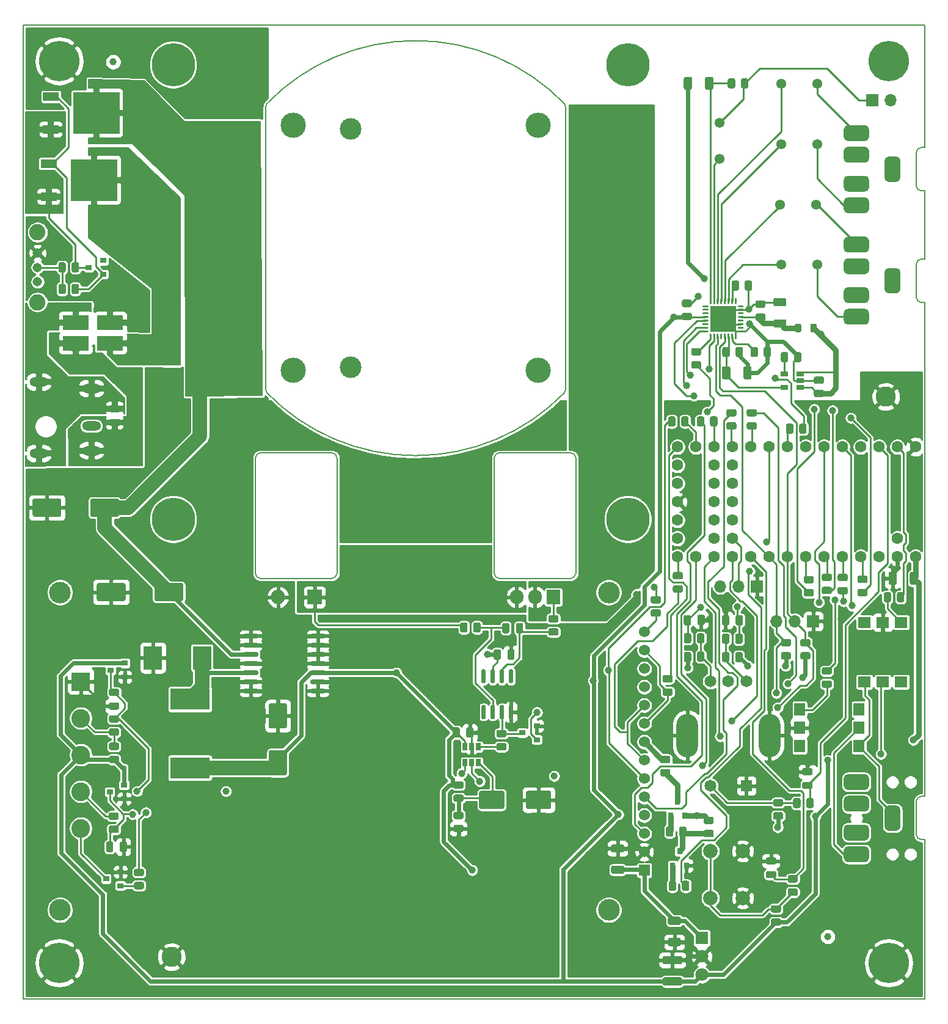
<source format=gbr>
%TF.GenerationSoftware,KiCad,Pcbnew,5.1.9-73d0e3b20d~88~ubuntu20.04.1*%
%TF.CreationDate,2021-04-09T17:18:55-07:00*%
%TF.ProjectId,ultrablinky,756c7472-6162-46c6-996e-6b792e6b6963,A*%
%TF.SameCoordinates,Original*%
%TF.FileFunction,Copper,L1,Top*%
%TF.FilePolarity,Positive*%
%FSLAX46Y46*%
G04 Gerber Fmt 4.6, Leading zero omitted, Abs format (unit mm)*
G04 Created by KiCad (PCBNEW 5.1.9-73d0e3b20d~88~ubuntu20.04.1) date 2021-04-09 17:18:55*
%MOMM*%
%LPD*%
G01*
G04 APERTURE LIST*
%TA.AperFunction,Profile*%
%ADD10C,0.150000*%
%TD*%
%TA.AperFunction,ComponentPad*%
%ADD11O,2.616000X1.308000*%
%TD*%
%TA.AperFunction,ComponentPad*%
%ADD12C,1.800000*%
%TD*%
%TA.AperFunction,ComponentPad*%
%ADD13R,1.800000X1.800000*%
%TD*%
%TA.AperFunction,ComponentPad*%
%ADD14O,3.000000X6.000000*%
%TD*%
%TA.AperFunction,ComponentPad*%
%ADD15C,1.650000*%
%TD*%
%TA.AperFunction,ComponentPad*%
%ADD16R,1.650000X1.650000*%
%TD*%
%TA.AperFunction,SMDPad,CuDef*%
%ADD17R,1.780000X1.520000*%
%TD*%
%TA.AperFunction,SMDPad,CuDef*%
%ADD18R,1.520000X1.780000*%
%TD*%
%TA.AperFunction,ComponentPad*%
%ADD19C,2.250000*%
%TD*%
%TA.AperFunction,ComponentPad*%
%ADD20C,1.308000*%
%TD*%
%TA.AperFunction,ComponentPad*%
%ADD21C,6.000000*%
%TD*%
%TA.AperFunction,ComponentPad*%
%ADD22C,3.000000*%
%TD*%
%TA.AperFunction,ComponentPad*%
%ADD23C,1.524000*%
%TD*%
%TA.AperFunction,ComponentPad*%
%ADD24R,1.524000X1.524000*%
%TD*%
%TA.AperFunction,SMDPad,CuDef*%
%ADD25R,5.500000X3.000000*%
%TD*%
%TA.AperFunction,ComponentPad*%
%ADD26O,2.000000X2.000000*%
%TD*%
%TA.AperFunction,ComponentPad*%
%ADD27R,2.000000X2.000000*%
%TD*%
%TA.AperFunction,ComponentPad*%
%ADD28C,1.381000*%
%TD*%
%TA.AperFunction,ComponentPad*%
%ADD29C,2.000000*%
%TD*%
%TA.AperFunction,SMDPad,CuDef*%
%ADD30R,3.600000X3.600000*%
%TD*%
%TA.AperFunction,SMDPad,CuDef*%
%ADD31R,1.060000X0.650000*%
%TD*%
%TA.AperFunction,ComponentPad*%
%ADD32C,1.600000*%
%TD*%
%TA.AperFunction,SMDPad,CuDef*%
%ADD33R,0.650000X1.060000*%
%TD*%
%TA.AperFunction,ComponentPad*%
%ADD34C,2.800000*%
%TD*%
%TA.AperFunction,SMDPad,CuDef*%
%ADD35R,0.900000X0.800000*%
%TD*%
%TA.AperFunction,SMDPad,CuDef*%
%ADD36R,0.800000X0.900000*%
%TD*%
%TA.AperFunction,ComponentPad*%
%ADD37O,1.905000X2.000000*%
%TD*%
%TA.AperFunction,ComponentPad*%
%ADD38R,1.905000X2.000000*%
%TD*%
%TA.AperFunction,SMDPad,CuDef*%
%ADD39R,6.400000X5.800000*%
%TD*%
%TA.AperFunction,SMDPad,CuDef*%
%ADD40R,2.200000X1.200000*%
%TD*%
%TA.AperFunction,ComponentPad*%
%ADD41C,2.600000*%
%TD*%
%TA.AperFunction,ComponentPad*%
%ADD42R,2.600000X2.600000*%
%TD*%
%TA.AperFunction,ComponentPad*%
%ADD43O,1.700000X1.700000*%
%TD*%
%TA.AperFunction,ComponentPad*%
%ADD44R,1.700000X1.700000*%
%TD*%
%TA.AperFunction,ComponentPad*%
%ADD45C,5.600000*%
%TD*%
%TA.AperFunction,SMDPad,CuDef*%
%ADD46R,3.660000X2.085000*%
%TD*%
%TA.AperFunction,SMDPad,CuDef*%
%ADD47C,1.000000*%
%TD*%
%TA.AperFunction,SMDPad,CuDef*%
%ADD48R,2.500000X3.300000*%
%TD*%
%TA.AperFunction,ComponentPad*%
%ADD49C,3.500000*%
%TD*%
%TA.AperFunction,ViaPad*%
%ADD50C,1.000000*%
%TD*%
%TA.AperFunction,Conductor*%
%ADD51C,0.250000*%
%TD*%
%TA.AperFunction,Conductor*%
%ADD52C,0.800000*%
%TD*%
%TA.AperFunction,Conductor*%
%ADD53C,0.600000*%
%TD*%
%TA.AperFunction,Conductor*%
%ADD54C,2.000000*%
%TD*%
%TA.AperFunction,Conductor*%
%ADD55C,0.127000*%
%TD*%
%TA.AperFunction,Conductor*%
%ADD56C,0.100000*%
%TD*%
%TA.AperFunction,Conductor*%
%ADD57C,0.254000*%
%TD*%
G04 APERTURE END LIST*
D10*
X178700000Y-142000000D02*
X178700000Y-164100000D01*
X178200000Y-142000000D02*
G75*
G02*
X177500000Y-141300000I0J700000D01*
G01*
X177500000Y-136700000D02*
G75*
G02*
X178200000Y-136000000I700000J0D01*
G01*
X177500000Y-136700000D02*
X177500000Y-141300000D01*
X178200000Y-142000000D02*
X178700000Y-142000000D01*
X178200000Y-136000000D02*
X178700000Y-136000000D01*
X178700000Y-67550000D02*
X178700000Y-136000000D01*
X178700000Y-61550000D02*
X178700000Y-52100000D01*
X177500000Y-62250000D02*
G75*
G02*
X178200000Y-61550000I700000J0D01*
G01*
X178200000Y-61550000D02*
X178700000Y-61550000D01*
X178200000Y-67550000D02*
G75*
G02*
X177500000Y-66850000I0J700000D01*
G01*
X178200000Y-67550000D02*
X178700000Y-67550000D01*
X177500000Y-62250000D02*
X177500000Y-66850000D01*
X178200000Y-52100000D02*
X178700000Y-52100000D01*
X178200000Y-46100000D02*
X178700000Y-46100000D01*
X177500000Y-46800000D02*
X177500000Y-51400000D01*
X178200000Y-52100000D02*
G75*
G02*
X177500000Y-51400000I0J700000D01*
G01*
X177500000Y-46800000D02*
G75*
G02*
X178200000Y-46100000I700000J0D01*
G01*
X87505025Y-80109975D02*
G75*
G02*
X87300000Y-79615000I494975J494975D01*
G01*
X128694975Y-39985025D02*
G75*
G02*
X128900000Y-40480000I-494975J-494975D01*
G01*
X87510025Y-39982025D02*
G75*
G03*
X87305000Y-40477000I494975J-494975D01*
G01*
X128694975Y-80104975D02*
G75*
G03*
X128900000Y-79610000I-494975J494975D01*
G01*
X130300000Y-105100000D02*
G75*
G02*
X129600000Y-105800000I-700000J0D01*
G01*
X119700000Y-105800000D02*
G75*
G02*
X119000000Y-105100000I0J700000D01*
G01*
X129600000Y-88400000D02*
G75*
G02*
X130300000Y-89100000I0J-700000D01*
G01*
X119000000Y-89100000D02*
G75*
G02*
X119700000Y-88400000I700000J0D01*
G01*
X85900000Y-89100000D02*
G75*
G02*
X86600000Y-88400000I700000J0D01*
G01*
X96500000Y-88400000D02*
G75*
G02*
X97200000Y-89100000I0J-700000D01*
G01*
X97200000Y-105100000D02*
G75*
G02*
X96500000Y-105800000I-700000J0D01*
G01*
X86600000Y-105800000D02*
G75*
G02*
X85900000Y-105100000I0J700000D01*
G01*
X119000000Y-105100000D02*
X119000000Y-89100000D01*
X129600000Y-105800000D02*
X119700000Y-105800000D01*
X129600000Y-88400000D02*
X119700000Y-88400000D01*
X130300000Y-105100000D02*
X130300000Y-89100000D01*
X96500000Y-105800000D02*
X86600000Y-105800000D01*
X97200000Y-105100000D02*
X97200000Y-89100000D01*
X96500000Y-88400000D02*
X86600000Y-88400000D01*
X85900000Y-105100000D02*
X85900000Y-89100000D01*
X128697474Y-80107415D02*
G75*
G02*
X87505025Y-80109975I-20597474J20107415D01*
G01*
X87300000Y-79615000D02*
X87305000Y-40477000D01*
X128900000Y-79610000D02*
X128900000Y-40480000D01*
X87508953Y-39980983D02*
G75*
G02*
X128694975Y-39985025I20591047J-20019017D01*
G01*
X53700000Y-29100000D02*
X178700000Y-29100000D01*
X53700000Y-164100000D02*
X178700000Y-164100000D01*
X178700000Y-46100000D02*
X178700000Y-29100000D01*
X53700000Y-164100000D02*
X53700000Y-29100000D01*
D11*
%TO.P,J4,2*%
%TO.N,/GNDIN*%
X63200000Y-79500000D03*
%TO.P,J4,1*%
%TO.N,/V36IN*%
X63200000Y-88100000D03*
%TO.P,J4,3*%
%TO.N,Net-(J4-Pad3)*%
X63200000Y-84700000D03*
%TO.P,J4,MP*%
%TO.N,/GNDIN*%
X55900000Y-88500000D03*
X55900000Y-78600000D03*
%TD*%
D12*
%TO.P,U9,3*%
%TO.N,+3V3*%
X147775000Y-160730000D03*
%TO.P,U9,2*%
%TO.N,GND*%
X147775000Y-158190000D03*
D13*
%TO.P,U9,1*%
%TO.N,+5V*%
X147775000Y-155650000D03*
%TD*%
D14*
%TO.P,SW2,S2*%
%TO.N,GND*%
X145750000Y-127550000D03*
%TO.P,SW2,S1*%
X157150000Y-127550000D03*
D15*
%TO.P,SW2,B*%
%TO.N,Net-(R20-Pad1)*%
X148950000Y-120050000D03*
%TO.P,SW2,C*%
%TO.N,GND*%
X151450000Y-120050000D03*
%TO.P,SW2,A*%
%TO.N,Net-(R21-Pad1)*%
X153950000Y-120050000D03*
%TO.P,SW2,2*%
%TO.N,Net-(R33-Pad1)*%
X148950000Y-134550000D03*
D16*
%TO.P,SW2,1*%
%TO.N,GND*%
X153950000Y-134550000D03*
%TD*%
D17*
%TO.P,U4,3*%
%TO.N,Net-(U4-Pad3)*%
X170335000Y-111900000D03*
%TO.P,U4,1*%
%TO.N,Net-(R16-Pad2)*%
X175415000Y-111900000D03*
%TO.P,U4,2*%
%TO.N,GND*%
X172875000Y-111900000D03*
%TO.P,U4,4*%
%TO.N,Net-(J8-Pad1)*%
X170335000Y-120150000D03*
%TO.P,U4,6*%
%TO.N,Net-(U4-Pad6)*%
X175415000Y-120150000D03*
%TO.P,U4,5*%
%TO.N,Net-(J8-Pad2)*%
X172875000Y-120150000D03*
%TD*%
D18*
%TO.P,U7,3*%
%TO.N,Net-(U7-Pad3)*%
X161325000Y-129040000D03*
%TO.P,U7,1*%
%TO.N,Net-(R26-Pad2)*%
X161325000Y-123960000D03*
%TO.P,U7,2*%
%TO.N,GND*%
X161325000Y-126500000D03*
%TO.P,U7,4*%
%TO.N,Net-(J8-Pad1)*%
X169575000Y-129040000D03*
%TO.P,U7,6*%
%TO.N,Net-(U7-Pad6)*%
X169575000Y-123960000D03*
%TO.P,U7,5*%
%TO.N,Net-(J8-Pad3)*%
X169575000Y-126500000D03*
%TD*%
D19*
%TO.P,SW1,P$5*%
%TO.N,N/C*%
X55700000Y-67550000D03*
%TO.P,SW1,P$4*%
X55700000Y-57850000D03*
D20*
%TO.P,SW1,3*%
%TO.N,Net-(SW1-Pad3)*%
X55700000Y-64700000D03*
%TO.P,SW1,1*%
%TO.N,GND*%
X55700000Y-60700000D03*
%TO.P,SW1,2*%
%TO.N,Net-(R2-Pad2)*%
X55700000Y-62700000D03*
%TD*%
D21*
%TO.P,HS1,1*%
%TO.N,N/C*%
X137500000Y-34600000D03*
X74500000Y-97600000D03*
X74500000Y-34600000D03*
X137500000Y-97600000D03*
%TD*%
D22*
%TO.P,DISP1,*%
%TO.N,*%
X58800000Y-107740000D03*
X58800000Y-151740000D03*
X134880000Y-107740000D03*
X134880000Y-151740000D03*
D23*
%TO.P,DISP1,14*%
%TO.N,Net-(DISP1-Pad14)*%
X139800000Y-113230000D03*
%TO.P,DISP1,13*%
%TO.N,Net-(DISP1-Pad13)*%
X139800000Y-115770000D03*
%TO.P,DISP1,12*%
%TO.N,/COPI*%
X139800000Y-118310000D03*
%TO.P,DISP1,11*%
%TO.N,/T_CS*%
X139800000Y-120850000D03*
%TO.P,DISP1,10*%
%TO.N,/SCK*%
X139800000Y-123390000D03*
%TO.P,DISP1,9*%
%TO.N,Net-(DISP1-Pad13)*%
X139800000Y-125930000D03*
%TO.P,DISP1,8*%
%TO.N,/D_LED*%
X139800000Y-128470000D03*
%TO.P,DISP1,7*%
%TO.N,/SCK*%
X139800000Y-131010000D03*
%TO.P,DISP1,6*%
%TO.N,/COPI*%
X139800000Y-133550000D03*
%TO.P,DISP1,5*%
%TO.N,/D_DC*%
X139800000Y-136090000D03*
%TO.P,DISP1,4*%
%TO.N,+3V3*%
X139800000Y-138630000D03*
%TO.P,DISP1,3*%
%TO.N,/D_CS*%
X139800000Y-141170000D03*
%TO.P,DISP1,2*%
%TO.N,GND*%
X139800000Y-143710000D03*
D24*
%TO.P,DISP1,1*%
%TO.N,+5V*%
X139800000Y-146250000D03*
%TD*%
%TO.P,C17,2*%
%TO.N,GND*%
%TA.AperFunction,SMDPad,CuDef*%
G36*
G01*
X174800000Y-105149999D02*
X174800000Y-106450001D01*
G75*
G02*
X174550001Y-106700000I-249999J0D01*
G01*
X173899999Y-106700000D01*
G75*
G02*
X173650000Y-106450001I0J249999D01*
G01*
X173650000Y-105149999D01*
G75*
G02*
X173899999Y-104900000I249999J0D01*
G01*
X174550001Y-104900000D01*
G75*
G02*
X174800000Y-105149999I0J-249999D01*
G01*
G37*
%TD.AperFunction*%
%TO.P,C17,1*%
%TO.N,+5V*%
%TA.AperFunction,SMDPad,CuDef*%
G36*
G01*
X177750000Y-105149999D02*
X177750000Y-106450001D01*
G75*
G02*
X177500001Y-106700000I-249999J0D01*
G01*
X176849999Y-106700000D01*
G75*
G02*
X176600000Y-106450001I0J249999D01*
G01*
X176600000Y-105149999D01*
G75*
G02*
X176849999Y-104900000I249999J0D01*
G01*
X177500001Y-104900000D01*
G75*
G02*
X177750000Y-105149999I0J-249999D01*
G01*
G37*
%TD.AperFunction*%
%TD*%
%TO.P,C29,2*%
%TO.N,GND*%
%TA.AperFunction,SMDPad,CuDef*%
G36*
G01*
X136750001Y-143800000D02*
X135449999Y-143800000D01*
G75*
G02*
X135200000Y-143550001I0J249999D01*
G01*
X135200000Y-142899999D01*
G75*
G02*
X135449999Y-142650000I249999J0D01*
G01*
X136750001Y-142650000D01*
G75*
G02*
X137000000Y-142899999I0J-249999D01*
G01*
X137000000Y-143550001D01*
G75*
G02*
X136750001Y-143800000I-249999J0D01*
G01*
G37*
%TD.AperFunction*%
%TO.P,C29,1*%
%TO.N,+5V*%
%TA.AperFunction,SMDPad,CuDef*%
G36*
G01*
X136750001Y-146750000D02*
X135449999Y-146750000D01*
G75*
G02*
X135200000Y-146500001I0J249999D01*
G01*
X135200000Y-145849999D01*
G75*
G02*
X135449999Y-145600000I249999J0D01*
G01*
X136750001Y-145600000D01*
G75*
G02*
X137000000Y-145849999I0J-249999D01*
G01*
X137000000Y-146500001D01*
G75*
G02*
X136750001Y-146750000I-249999J0D01*
G01*
G37*
%TD.AperFunction*%
%TD*%
D25*
%TO.P,L2,2*%
%TO.N,+5V*%
X76800000Y-132050000D03*
%TO.P,L2,1*%
%TO.N,Net-(D2-Pad1)*%
X76800000Y-122550000D03*
%TD*%
D26*
%TO.P,R43,2*%
%TO.N,GND*%
X89020000Y-108400000D03*
D27*
%TO.P,R43,1*%
%TO.N,/ISENSE*%
X94100000Y-108400000D03*
%TD*%
%TO.P,C16,2*%
%TO.N,GND*%
%TA.AperFunction,SMDPad,CuDef*%
G36*
G01*
X59000000Y-95000000D02*
X59000000Y-97000000D01*
G75*
G02*
X58750000Y-97250000I-250000J0D01*
G01*
X55250000Y-97250000D01*
G75*
G02*
X55000000Y-97000000I0J250000D01*
G01*
X55000000Y-95000000D01*
G75*
G02*
X55250000Y-94750000I250000J0D01*
G01*
X58750000Y-94750000D01*
G75*
G02*
X59000000Y-95000000I0J-250000D01*
G01*
G37*
%TD.AperFunction*%
%TO.P,C16,1*%
%TO.N,+36V*%
%TA.AperFunction,SMDPad,CuDef*%
G36*
G01*
X67000000Y-95000000D02*
X67000000Y-97000000D01*
G75*
G02*
X66750000Y-97250000I-250000J0D01*
G01*
X63250000Y-97250000D01*
G75*
G02*
X63000000Y-97000000I0J250000D01*
G01*
X63000000Y-95000000D01*
G75*
G02*
X63250000Y-94750000I250000J0D01*
G01*
X66750000Y-94750000D01*
G75*
G02*
X67000000Y-95000000I0J-250000D01*
G01*
G37*
%TD.AperFunction*%
%TD*%
%TO.P,C18,2*%
%TO.N,GND*%
%TA.AperFunction,SMDPad,CuDef*%
G36*
G01*
X67900000Y-106700000D02*
X67900000Y-108700000D01*
G75*
G02*
X67650000Y-108950000I-250000J0D01*
G01*
X64150000Y-108950000D01*
G75*
G02*
X63900000Y-108700000I0J250000D01*
G01*
X63900000Y-106700000D01*
G75*
G02*
X64150000Y-106450000I250000J0D01*
G01*
X67650000Y-106450000D01*
G75*
G02*
X67900000Y-106700000I0J-250000D01*
G01*
G37*
%TD.AperFunction*%
%TO.P,C18,1*%
%TO.N,+36V*%
%TA.AperFunction,SMDPad,CuDef*%
G36*
G01*
X75900000Y-106700000D02*
X75900000Y-108700000D01*
G75*
G02*
X75650000Y-108950000I-250000J0D01*
G01*
X72150000Y-108950000D01*
G75*
G02*
X71900000Y-108700000I0J250000D01*
G01*
X71900000Y-106700000D01*
G75*
G02*
X72150000Y-106450000I250000J0D01*
G01*
X75650000Y-106450000D01*
G75*
G02*
X75900000Y-106700000I0J-250000D01*
G01*
G37*
%TD.AperFunction*%
%TD*%
D28*
%TO.P,C5,2*%
%TO.N,/LOUT_L*%
X158650000Y-53987500D03*
%TO.P,C5,1*%
%TO.N,/OUT_L*%
X163650000Y-53987500D03*
%TD*%
%TO.P,C6,2*%
%TO.N,/LOUT_R*%
X158750000Y-62350000D03*
%TO.P,C6,1*%
%TO.N,/OUT_R*%
X163750000Y-62350000D03*
%TD*%
%TO.P,C4,2*%
%TO.N,/MIC_IN*%
X150275000Y-42700000D03*
%TO.P,C4,1*%
%TO.N,/MIC*%
X150275000Y-47700000D03*
%TD*%
%TO.P,C2,2*%
%TO.N,/IN_L*%
X163750000Y-37262500D03*
%TO.P,C2,1*%
%TO.N,/LIN_L*%
X158750000Y-37262500D03*
%TD*%
%TO.P,C3,2*%
%TO.N,/IN_R*%
X163750000Y-45625000D03*
%TO.P,C3,1*%
%TO.N,/LIN_R*%
X158750000Y-45625000D03*
%TD*%
%TO.P,U5,14*%
%TO.N,GND*%
%TA.AperFunction,SMDPad,CuDef*%
G36*
G01*
X86275000Y-121260000D02*
X86275000Y-121560000D01*
G75*
G02*
X86125000Y-121710000I-150000J0D01*
G01*
X84375000Y-121710000D01*
G75*
G02*
X84225000Y-121560000I0J150000D01*
G01*
X84225000Y-121260000D01*
G75*
G02*
X84375000Y-121110000I150000J0D01*
G01*
X86125000Y-121110000D01*
G75*
G02*
X86275000Y-121260000I0J-150000D01*
G01*
G37*
%TD.AperFunction*%
%TO.P,U5,13*%
%TA.AperFunction,SMDPad,CuDef*%
G36*
G01*
X86275000Y-119990000D02*
X86275000Y-120290000D01*
G75*
G02*
X86125000Y-120440000I-150000J0D01*
G01*
X84375000Y-120440000D01*
G75*
G02*
X84225000Y-120290000I0J150000D01*
G01*
X84225000Y-119990000D01*
G75*
G02*
X84375000Y-119840000I150000J0D01*
G01*
X86125000Y-119840000D01*
G75*
G02*
X86275000Y-119990000I0J-150000D01*
G01*
G37*
%TD.AperFunction*%
%TO.P,U5,12*%
%TO.N,Net-(D2-Pad1)*%
%TA.AperFunction,SMDPad,CuDef*%
G36*
G01*
X86275000Y-118720000D02*
X86275000Y-119020000D01*
G75*
G02*
X86125000Y-119170000I-150000J0D01*
G01*
X84375000Y-119170000D01*
G75*
G02*
X84225000Y-119020000I0J150000D01*
G01*
X84225000Y-118720000D01*
G75*
G02*
X84375000Y-118570000I150000J0D01*
G01*
X86125000Y-118570000D01*
G75*
G02*
X86275000Y-118720000I0J-150000D01*
G01*
G37*
%TD.AperFunction*%
%TO.P,U5,11*%
%TO.N,GND*%
%TA.AperFunction,SMDPad,CuDef*%
G36*
G01*
X86275000Y-117450000D02*
X86275000Y-117750000D01*
G75*
G02*
X86125000Y-117900000I-150000J0D01*
G01*
X84375000Y-117900000D01*
G75*
G02*
X84225000Y-117750000I0J150000D01*
G01*
X84225000Y-117450000D01*
G75*
G02*
X84375000Y-117300000I150000J0D01*
G01*
X86125000Y-117300000D01*
G75*
G02*
X86275000Y-117450000I0J-150000D01*
G01*
G37*
%TD.AperFunction*%
%TO.P,U5,10*%
%TO.N,+36V*%
%TA.AperFunction,SMDPad,CuDef*%
G36*
G01*
X86275000Y-116180000D02*
X86275000Y-116480000D01*
G75*
G02*
X86125000Y-116630000I-150000J0D01*
G01*
X84375000Y-116630000D01*
G75*
G02*
X84225000Y-116480000I0J150000D01*
G01*
X84225000Y-116180000D01*
G75*
G02*
X84375000Y-116030000I150000J0D01*
G01*
X86125000Y-116030000D01*
G75*
G02*
X86275000Y-116180000I0J-150000D01*
G01*
G37*
%TD.AperFunction*%
%TO.P,U5,9*%
%TO.N,GND*%
%TA.AperFunction,SMDPad,CuDef*%
G36*
G01*
X86275000Y-114910000D02*
X86275000Y-115210000D01*
G75*
G02*
X86125000Y-115360000I-150000J0D01*
G01*
X84375000Y-115360000D01*
G75*
G02*
X84225000Y-115210000I0J150000D01*
G01*
X84225000Y-114910000D01*
G75*
G02*
X84375000Y-114760000I150000J0D01*
G01*
X86125000Y-114760000D01*
G75*
G02*
X86275000Y-114910000I0J-150000D01*
G01*
G37*
%TD.AperFunction*%
%TO.P,U5,8*%
%TA.AperFunction,SMDPad,CuDef*%
G36*
G01*
X86275000Y-113640000D02*
X86275000Y-113940000D01*
G75*
G02*
X86125000Y-114090000I-150000J0D01*
G01*
X84375000Y-114090000D01*
G75*
G02*
X84225000Y-113940000I0J150000D01*
G01*
X84225000Y-113640000D01*
G75*
G02*
X84375000Y-113490000I150000J0D01*
G01*
X86125000Y-113490000D01*
G75*
G02*
X86275000Y-113640000I0J-150000D01*
G01*
G37*
%TD.AperFunction*%
%TO.P,U5,7*%
%TA.AperFunction,SMDPad,CuDef*%
G36*
G01*
X95575000Y-113640000D02*
X95575000Y-113940000D01*
G75*
G02*
X95425000Y-114090000I-150000J0D01*
G01*
X93675000Y-114090000D01*
G75*
G02*
X93525000Y-113940000I0J150000D01*
G01*
X93525000Y-113640000D01*
G75*
G02*
X93675000Y-113490000I150000J0D01*
G01*
X95425000Y-113490000D01*
G75*
G02*
X95575000Y-113640000I0J-150000D01*
G01*
G37*
%TD.AperFunction*%
%TO.P,U5,6*%
%TA.AperFunction,SMDPad,CuDef*%
G36*
G01*
X95575000Y-114910000D02*
X95575000Y-115210000D01*
G75*
G02*
X95425000Y-115360000I-150000J0D01*
G01*
X93675000Y-115360000D01*
G75*
G02*
X93525000Y-115210000I0J150000D01*
G01*
X93525000Y-114910000D01*
G75*
G02*
X93675000Y-114760000I150000J0D01*
G01*
X95425000Y-114760000D01*
G75*
G02*
X95575000Y-114910000I0J-150000D01*
G01*
G37*
%TD.AperFunction*%
%TO.P,U5,5*%
%TA.AperFunction,SMDPad,CuDef*%
G36*
G01*
X95575000Y-116180000D02*
X95575000Y-116480000D01*
G75*
G02*
X95425000Y-116630000I-150000J0D01*
G01*
X93675000Y-116630000D01*
G75*
G02*
X93525000Y-116480000I0J150000D01*
G01*
X93525000Y-116180000D01*
G75*
G02*
X93675000Y-116030000I150000J0D01*
G01*
X95425000Y-116030000D01*
G75*
G02*
X95575000Y-116180000I0J-150000D01*
G01*
G37*
%TD.AperFunction*%
%TO.P,U5,4*%
%TA.AperFunction,SMDPad,CuDef*%
G36*
G01*
X95575000Y-117450000D02*
X95575000Y-117750000D01*
G75*
G02*
X95425000Y-117900000I-150000J0D01*
G01*
X93675000Y-117900000D01*
G75*
G02*
X93525000Y-117750000I0J150000D01*
G01*
X93525000Y-117450000D01*
G75*
G02*
X93675000Y-117300000I150000J0D01*
G01*
X95425000Y-117300000D01*
G75*
G02*
X95575000Y-117450000I0J-150000D01*
G01*
G37*
%TD.AperFunction*%
%TO.P,U5,3*%
%TO.N,+5V*%
%TA.AperFunction,SMDPad,CuDef*%
G36*
G01*
X95575000Y-118720000D02*
X95575000Y-119020000D01*
G75*
G02*
X95425000Y-119170000I-150000J0D01*
G01*
X93675000Y-119170000D01*
G75*
G02*
X93525000Y-119020000I0J150000D01*
G01*
X93525000Y-118720000D01*
G75*
G02*
X93675000Y-118570000I150000J0D01*
G01*
X95425000Y-118570000D01*
G75*
G02*
X95575000Y-118720000I0J-150000D01*
G01*
G37*
%TD.AperFunction*%
%TO.P,U5,2*%
%TO.N,GND*%
%TA.AperFunction,SMDPad,CuDef*%
G36*
G01*
X95575000Y-119990000D02*
X95575000Y-120290000D01*
G75*
G02*
X95425000Y-120440000I-150000J0D01*
G01*
X93675000Y-120440000D01*
G75*
G02*
X93525000Y-120290000I0J150000D01*
G01*
X93525000Y-119990000D01*
G75*
G02*
X93675000Y-119840000I150000J0D01*
G01*
X95425000Y-119840000D01*
G75*
G02*
X95575000Y-119990000I0J-150000D01*
G01*
G37*
%TD.AperFunction*%
%TO.P,U5,1*%
%TA.AperFunction,SMDPad,CuDef*%
G36*
G01*
X95575000Y-121260000D02*
X95575000Y-121560000D01*
G75*
G02*
X95425000Y-121710000I-150000J0D01*
G01*
X93675000Y-121710000D01*
G75*
G02*
X93525000Y-121560000I0J150000D01*
G01*
X93525000Y-121260000D01*
G75*
G02*
X93675000Y-121110000I150000J0D01*
G01*
X95425000Y-121110000D01*
G75*
G02*
X95575000Y-121260000I0J-150000D01*
G01*
G37*
%TD.AperFunction*%
%TD*%
%TO.P,J3,11*%
%TO.N,Net-(J3-Pad11)*%
%TA.AperFunction,ComponentPad*%
G36*
G01*
X170950000Y-66000000D02*
X170950000Y-67100000D01*
G75*
G02*
X170400000Y-67650000I-550000J0D01*
G01*
X168000000Y-67650000D01*
G75*
G02*
X167450000Y-67100000I0J550000D01*
G01*
X167450000Y-66000000D01*
G75*
G02*
X168000000Y-65450000I550000J0D01*
G01*
X170400000Y-65450000D01*
G75*
G02*
X170950000Y-66000000I0J-550000D01*
G01*
G37*
%TD.AperFunction*%
%TO.P,J3,10*%
%TO.N,Net-(J3-Pad10)*%
%TA.AperFunction,ComponentPad*%
G36*
G01*
X170950000Y-62000000D02*
X170950000Y-63100000D01*
G75*
G02*
X170400000Y-63650000I-550000J0D01*
G01*
X168000000Y-63650000D01*
G75*
G02*
X167450000Y-63100000I0J550000D01*
G01*
X167450000Y-62000000D01*
G75*
G02*
X168000000Y-61450000I550000J0D01*
G01*
X170400000Y-61450000D01*
G75*
G02*
X170950000Y-62000000I0J-550000D01*
G01*
G37*
%TD.AperFunction*%
%TO.P,J3,3*%
%TO.N,/OUT_R*%
%TA.AperFunction,ComponentPad*%
G36*
G01*
X170950000Y-69000000D02*
X170950000Y-70100000D01*
G75*
G02*
X170400000Y-70650000I-550000J0D01*
G01*
X168000000Y-70650000D01*
G75*
G02*
X167450000Y-70100000I0J550000D01*
G01*
X167450000Y-69000000D01*
G75*
G02*
X168000000Y-68450000I550000J0D01*
G01*
X170400000Y-68450000D01*
G75*
G02*
X170950000Y-69000000I0J-550000D01*
G01*
G37*
%TD.AperFunction*%
%TO.P,J3,2*%
%TO.N,/OUT_L*%
%TA.AperFunction,ComponentPad*%
G36*
G01*
X170950000Y-59000000D02*
X170950000Y-60100000D01*
G75*
G02*
X170400000Y-60650000I-550000J0D01*
G01*
X168000000Y-60650000D01*
G75*
G02*
X167450000Y-60100000I0J550000D01*
G01*
X167450000Y-59000000D01*
G75*
G02*
X168000000Y-58450000I550000J0D01*
G01*
X170400000Y-58450000D01*
G75*
G02*
X170950000Y-59000000I0J-550000D01*
G01*
G37*
%TD.AperFunction*%
%TO.P,J3,1*%
%TO.N,GND*%
%TA.AperFunction,ComponentPad*%
G36*
G01*
X175300000Y-63350000D02*
X175300000Y-65750000D01*
G75*
G02*
X174750000Y-66300000I-550000J0D01*
G01*
X173650000Y-66300000D01*
G75*
G02*
X173100000Y-65750000I0J550000D01*
G01*
X173100000Y-63350000D01*
G75*
G02*
X173650000Y-62800000I550000J0D01*
G01*
X174750000Y-62800000D01*
G75*
G02*
X175300000Y-63350000I0J-550000D01*
G01*
G37*
%TD.AperFunction*%
%TD*%
%TO.P,J8,11*%
%TO.N,Net-(J8-Pad11)*%
%TA.AperFunction,ComponentPad*%
G36*
G01*
X170950000Y-140475000D02*
X170950000Y-141575000D01*
G75*
G02*
X170400000Y-142125000I-550000J0D01*
G01*
X168000000Y-142125000D01*
G75*
G02*
X167450000Y-141575000I0J550000D01*
G01*
X167450000Y-140475000D01*
G75*
G02*
X168000000Y-139925000I550000J0D01*
G01*
X170400000Y-139925000D01*
G75*
G02*
X170950000Y-140475000I0J-550000D01*
G01*
G37*
%TD.AperFunction*%
%TO.P,J8,10*%
%TO.N,Net-(J8-Pad10)*%
%TA.AperFunction,ComponentPad*%
G36*
G01*
X170950000Y-136475000D02*
X170950000Y-137575000D01*
G75*
G02*
X170400000Y-138125000I-550000J0D01*
G01*
X168000000Y-138125000D01*
G75*
G02*
X167450000Y-137575000I0J550000D01*
G01*
X167450000Y-136475000D01*
G75*
G02*
X168000000Y-135925000I550000J0D01*
G01*
X170400000Y-135925000D01*
G75*
G02*
X170950000Y-136475000I0J-550000D01*
G01*
G37*
%TD.AperFunction*%
%TO.P,J8,3*%
%TO.N,Net-(J8-Pad3)*%
%TA.AperFunction,ComponentPad*%
G36*
G01*
X170950000Y-143475000D02*
X170950000Y-144575000D01*
G75*
G02*
X170400000Y-145125000I-550000J0D01*
G01*
X168000000Y-145125000D01*
G75*
G02*
X167450000Y-144575000I0J550000D01*
G01*
X167450000Y-143475000D01*
G75*
G02*
X168000000Y-142925000I550000J0D01*
G01*
X170400000Y-142925000D01*
G75*
G02*
X170950000Y-143475000I0J-550000D01*
G01*
G37*
%TD.AperFunction*%
%TO.P,J8,2*%
%TO.N,Net-(J8-Pad2)*%
%TA.AperFunction,ComponentPad*%
G36*
G01*
X170950000Y-133475000D02*
X170950000Y-134575000D01*
G75*
G02*
X170400000Y-135125000I-550000J0D01*
G01*
X168000000Y-135125000D01*
G75*
G02*
X167450000Y-134575000I0J550000D01*
G01*
X167450000Y-133475000D01*
G75*
G02*
X168000000Y-132925000I550000J0D01*
G01*
X170400000Y-132925000D01*
G75*
G02*
X170950000Y-133475000I0J-550000D01*
G01*
G37*
%TD.AperFunction*%
%TO.P,J8,1*%
%TO.N,Net-(J8-Pad1)*%
%TA.AperFunction,ComponentPad*%
G36*
G01*
X175300000Y-137825000D02*
X175300000Y-140225000D01*
G75*
G02*
X174750000Y-140775000I-550000J0D01*
G01*
X173650000Y-140775000D01*
G75*
G02*
X173100000Y-140225000I0J550000D01*
G01*
X173100000Y-137825000D01*
G75*
G02*
X173650000Y-137275000I550000J0D01*
G01*
X174750000Y-137275000D01*
G75*
G02*
X175300000Y-137825000I0J-550000D01*
G01*
G37*
%TD.AperFunction*%
%TD*%
%TO.P,J2,11*%
%TO.N,Net-(J2-Pad11)*%
%TA.AperFunction,ComponentPad*%
G36*
G01*
X170950000Y-50550000D02*
X170950000Y-51650000D01*
G75*
G02*
X170400000Y-52200000I-550000J0D01*
G01*
X168000000Y-52200000D01*
G75*
G02*
X167450000Y-51650000I0J550000D01*
G01*
X167450000Y-50550000D01*
G75*
G02*
X168000000Y-50000000I550000J0D01*
G01*
X170400000Y-50000000D01*
G75*
G02*
X170950000Y-50550000I0J-550000D01*
G01*
G37*
%TD.AperFunction*%
%TO.P,J2,10*%
%TO.N,Net-(J2-Pad10)*%
%TA.AperFunction,ComponentPad*%
G36*
G01*
X170950000Y-46550000D02*
X170950000Y-47650000D01*
G75*
G02*
X170400000Y-48200000I-550000J0D01*
G01*
X168000000Y-48200000D01*
G75*
G02*
X167450000Y-47650000I0J550000D01*
G01*
X167450000Y-46550000D01*
G75*
G02*
X168000000Y-46000000I550000J0D01*
G01*
X170400000Y-46000000D01*
G75*
G02*
X170950000Y-46550000I0J-550000D01*
G01*
G37*
%TD.AperFunction*%
%TO.P,J2,3*%
%TO.N,/IN_R*%
%TA.AperFunction,ComponentPad*%
G36*
G01*
X170950000Y-53550000D02*
X170950000Y-54650000D01*
G75*
G02*
X170400000Y-55200000I-550000J0D01*
G01*
X168000000Y-55200000D01*
G75*
G02*
X167450000Y-54650000I0J550000D01*
G01*
X167450000Y-53550000D01*
G75*
G02*
X168000000Y-53000000I550000J0D01*
G01*
X170400000Y-53000000D01*
G75*
G02*
X170950000Y-53550000I0J-550000D01*
G01*
G37*
%TD.AperFunction*%
%TO.P,J2,2*%
%TO.N,/IN_L*%
%TA.AperFunction,ComponentPad*%
G36*
G01*
X170950000Y-43550000D02*
X170950000Y-44650000D01*
G75*
G02*
X170400000Y-45200000I-550000J0D01*
G01*
X168000000Y-45200000D01*
G75*
G02*
X167450000Y-44650000I0J550000D01*
G01*
X167450000Y-43550000D01*
G75*
G02*
X168000000Y-43000000I550000J0D01*
G01*
X170400000Y-43000000D01*
G75*
G02*
X170950000Y-43550000I0J-550000D01*
G01*
G37*
%TD.AperFunction*%
%TO.P,J2,1*%
%TO.N,GND*%
%TA.AperFunction,ComponentPad*%
G36*
G01*
X175300000Y-47900000D02*
X175300000Y-50300000D01*
G75*
G02*
X174750000Y-50850000I-550000J0D01*
G01*
X173650000Y-50850000D01*
G75*
G02*
X173100000Y-50300000I0J550000D01*
G01*
X173100000Y-47900000D01*
G75*
G02*
X173650000Y-47350000I550000J0D01*
G01*
X174750000Y-47350000D01*
G75*
G02*
X175300000Y-47900000I0J-550000D01*
G01*
G37*
%TD.AperFunction*%
%TD*%
D29*
%TO.P,SW3,1*%
%TO.N,Net-(R41-Pad1)*%
X148950000Y-143600000D03*
%TO.P,SW3,2*%
%TO.N,GND*%
X153450000Y-143600000D03*
%TO.P,SW3,1*%
%TO.N,Net-(R41-Pad1)*%
X148950000Y-150100000D03*
%TO.P,SW3,2*%
%TO.N,GND*%
X153450000Y-150100000D03*
%TD*%
D30*
%TO.P,U1,33*%
%TO.N,GND*%
X150725000Y-69825000D03*
%TO.P,U1,32*%
%TA.AperFunction,SMDPad,CuDef*%
G36*
G01*
X152600000Y-71937500D02*
X152600000Y-72612500D01*
G75*
G02*
X152537500Y-72675000I-62500J0D01*
G01*
X152412500Y-72675000D01*
G75*
G02*
X152350000Y-72612500I0J62500D01*
G01*
X152350000Y-71937500D01*
G75*
G02*
X152412500Y-71875000I62500J0D01*
G01*
X152537500Y-71875000D01*
G75*
G02*
X152600000Y-71937500I0J-62500D01*
G01*
G37*
%TD.AperFunction*%
%TO.P,U1,31*%
%TO.N,Net-(R4-Pad2)*%
%TA.AperFunction,SMDPad,CuDef*%
G36*
G01*
X152100000Y-71937500D02*
X152100000Y-72612500D01*
G75*
G02*
X152037500Y-72675000I-62500J0D01*
G01*
X151912500Y-72675000D01*
G75*
G02*
X151850000Y-72612500I0J62500D01*
G01*
X151850000Y-71937500D01*
G75*
G02*
X151912500Y-71875000I62500J0D01*
G01*
X152037500Y-71875000D01*
G75*
G02*
X152100000Y-71937500I0J-62500D01*
G01*
G37*
%TD.AperFunction*%
%TO.P,U1,30*%
%TO.N,+1V8*%
%TA.AperFunction,SMDPad,CuDef*%
G36*
G01*
X151600000Y-71937500D02*
X151600000Y-72612500D01*
G75*
G02*
X151537500Y-72675000I-62500J0D01*
G01*
X151412500Y-72675000D01*
G75*
G02*
X151350000Y-72612500I0J62500D01*
G01*
X151350000Y-71937500D01*
G75*
G02*
X151412500Y-71875000I62500J0D01*
G01*
X151537500Y-71875000D01*
G75*
G02*
X151600000Y-71937500I0J-62500D01*
G01*
G37*
%TD.AperFunction*%
%TO.P,U1,29*%
%TO.N,/SCL*%
%TA.AperFunction,SMDPad,CuDef*%
G36*
G01*
X151100000Y-71937500D02*
X151100000Y-72612500D01*
G75*
G02*
X151037500Y-72675000I-62500J0D01*
G01*
X150912500Y-72675000D01*
G75*
G02*
X150850000Y-72612500I0J62500D01*
G01*
X150850000Y-71937500D01*
G75*
G02*
X150912500Y-71875000I62500J0D01*
G01*
X151037500Y-71875000D01*
G75*
G02*
X151100000Y-71937500I0J-62500D01*
G01*
G37*
%TD.AperFunction*%
%TO.P,U1,28*%
%TO.N,Net-(U1-Pad28)*%
%TA.AperFunction,SMDPad,CuDef*%
G36*
G01*
X150600000Y-71937500D02*
X150600000Y-72612500D01*
G75*
G02*
X150537500Y-72675000I-62500J0D01*
G01*
X150412500Y-72675000D01*
G75*
G02*
X150350000Y-72612500I0J62500D01*
G01*
X150350000Y-71937500D01*
G75*
G02*
X150412500Y-71875000I62500J0D01*
G01*
X150537500Y-71875000D01*
G75*
G02*
X150600000Y-71937500I0J-62500D01*
G01*
G37*
%TD.AperFunction*%
%TO.P,U1,27*%
%TO.N,/SDA*%
%TA.AperFunction,SMDPad,CuDef*%
G36*
G01*
X150100000Y-71937500D02*
X150100000Y-72612500D01*
G75*
G02*
X150037500Y-72675000I-62500J0D01*
G01*
X149912500Y-72675000D01*
G75*
G02*
X149850000Y-72612500I0J62500D01*
G01*
X149850000Y-71937500D01*
G75*
G02*
X149912500Y-71875000I62500J0D01*
G01*
X150037500Y-71875000D01*
G75*
G02*
X150100000Y-71937500I0J-62500D01*
G01*
G37*
%TD.AperFunction*%
%TO.P,U1,26*%
%TO.N,/I2S_SDOUT*%
%TA.AperFunction,SMDPad,CuDef*%
G36*
G01*
X149600000Y-71937500D02*
X149600000Y-72612500D01*
G75*
G02*
X149537500Y-72675000I-62500J0D01*
G01*
X149412500Y-72675000D01*
G75*
G02*
X149350000Y-72612500I0J62500D01*
G01*
X149350000Y-71937500D01*
G75*
G02*
X149412500Y-71875000I62500J0D01*
G01*
X149537500Y-71875000D01*
G75*
G02*
X149600000Y-71937500I0J-62500D01*
G01*
G37*
%TD.AperFunction*%
%TO.P,U1,25*%
%TO.N,Net-(R5-Pad1)*%
%TA.AperFunction,SMDPad,CuDef*%
G36*
G01*
X149100000Y-71937500D02*
X149100000Y-72612500D01*
G75*
G02*
X149037500Y-72675000I-62500J0D01*
G01*
X148912500Y-72675000D01*
G75*
G02*
X148850000Y-72612500I0J62500D01*
G01*
X148850000Y-71937500D01*
G75*
G02*
X148912500Y-71875000I62500J0D01*
G01*
X149037500Y-71875000D01*
G75*
G02*
X149100000Y-71937500I0J-62500D01*
G01*
G37*
%TD.AperFunction*%
%TO.P,U1,24*%
%TO.N,/I2S_BCLK*%
%TA.AperFunction,SMDPad,CuDef*%
G36*
G01*
X148675000Y-71512500D02*
X148675000Y-71637500D01*
G75*
G02*
X148612500Y-71700000I-62500J0D01*
G01*
X147937500Y-71700000D01*
G75*
G02*
X147875000Y-71637500I0J62500D01*
G01*
X147875000Y-71512500D01*
G75*
G02*
X147937500Y-71450000I62500J0D01*
G01*
X148612500Y-71450000D01*
G75*
G02*
X148675000Y-71512500I0J-62500D01*
G01*
G37*
%TD.AperFunction*%
%TO.P,U1,23*%
%TO.N,/I2S_LRCLK*%
%TA.AperFunction,SMDPad,CuDef*%
G36*
G01*
X148675000Y-71012500D02*
X148675000Y-71137500D01*
G75*
G02*
X148612500Y-71200000I-62500J0D01*
G01*
X147937500Y-71200000D01*
G75*
G02*
X147875000Y-71137500I0J62500D01*
G01*
X147875000Y-71012500D01*
G75*
G02*
X147937500Y-70950000I62500J0D01*
G01*
X148612500Y-70950000D01*
G75*
G02*
X148675000Y-71012500I0J-62500D01*
G01*
G37*
%TD.AperFunction*%
%TO.P,U1,22*%
%TO.N,Net-(U1-Pad22)*%
%TA.AperFunction,SMDPad,CuDef*%
G36*
G01*
X148675000Y-70512500D02*
X148675000Y-70637500D01*
G75*
G02*
X148612500Y-70700000I-62500J0D01*
G01*
X147937500Y-70700000D01*
G75*
G02*
X147875000Y-70637500I0J62500D01*
G01*
X147875000Y-70512500D01*
G75*
G02*
X147937500Y-70450000I62500J0D01*
G01*
X148612500Y-70450000D01*
G75*
G02*
X148675000Y-70512500I0J-62500D01*
G01*
G37*
%TD.AperFunction*%
%TO.P,U1,21*%
%TO.N,/I2S_MCLK*%
%TA.AperFunction,SMDPad,CuDef*%
G36*
G01*
X148675000Y-70012500D02*
X148675000Y-70137500D01*
G75*
G02*
X148612500Y-70200000I-62500J0D01*
G01*
X147937500Y-70200000D01*
G75*
G02*
X147875000Y-70137500I0J62500D01*
G01*
X147875000Y-70012500D01*
G75*
G02*
X147937500Y-69950000I62500J0D01*
G01*
X148612500Y-69950000D01*
G75*
G02*
X148675000Y-70012500I0J-62500D01*
G01*
G37*
%TD.AperFunction*%
%TO.P,U1,20*%
%TO.N,+3V3*%
%TA.AperFunction,SMDPad,CuDef*%
G36*
G01*
X148675000Y-69512500D02*
X148675000Y-69637500D01*
G75*
G02*
X148612500Y-69700000I-62500J0D01*
G01*
X147937500Y-69700000D01*
G75*
G02*
X147875000Y-69637500I0J62500D01*
G01*
X147875000Y-69512500D01*
G75*
G02*
X147937500Y-69450000I62500J0D01*
G01*
X148612500Y-69450000D01*
G75*
G02*
X148675000Y-69512500I0J-62500D01*
G01*
G37*
%TD.AperFunction*%
%TO.P,U1,19*%
%TO.N,Net-(U1-Pad19)*%
%TA.AperFunction,SMDPad,CuDef*%
G36*
G01*
X148675000Y-69012500D02*
X148675000Y-69137500D01*
G75*
G02*
X148612500Y-69200000I-62500J0D01*
G01*
X147937500Y-69200000D01*
G75*
G02*
X147875000Y-69137500I0J62500D01*
G01*
X147875000Y-69012500D01*
G75*
G02*
X147937500Y-68950000I62500J0D01*
G01*
X148612500Y-68950000D01*
G75*
G02*
X148675000Y-69012500I0J-62500D01*
G01*
G37*
%TD.AperFunction*%
%TO.P,U1,18*%
%TO.N,Net-(U1-Pad18)*%
%TA.AperFunction,SMDPad,CuDef*%
G36*
G01*
X148675000Y-68512500D02*
X148675000Y-68637500D01*
G75*
G02*
X148612500Y-68700000I-62500J0D01*
G01*
X147937500Y-68700000D01*
G75*
G02*
X147875000Y-68637500I0J62500D01*
G01*
X147875000Y-68512500D01*
G75*
G02*
X147937500Y-68450000I62500J0D01*
G01*
X148612500Y-68450000D01*
G75*
G02*
X148675000Y-68512500I0J-62500D01*
G01*
G37*
%TD.AperFunction*%
%TO.P,U1,17*%
%TO.N,Net-(U1-Pad17)*%
%TA.AperFunction,SMDPad,CuDef*%
G36*
G01*
X148675000Y-68012500D02*
X148675000Y-68137500D01*
G75*
G02*
X148612500Y-68200000I-62500J0D01*
G01*
X147937500Y-68200000D01*
G75*
G02*
X147875000Y-68137500I0J62500D01*
G01*
X147875000Y-68012500D01*
G75*
G02*
X147937500Y-67950000I62500J0D01*
G01*
X148612500Y-67950000D01*
G75*
G02*
X148675000Y-68012500I0J-62500D01*
G01*
G37*
%TD.AperFunction*%
%TO.P,U1,16*%
%TO.N,/BIAS*%
%TA.AperFunction,SMDPad,CuDef*%
G36*
G01*
X149100000Y-67037500D02*
X149100000Y-67712500D01*
G75*
G02*
X149037500Y-67775000I-62500J0D01*
G01*
X148912500Y-67775000D01*
G75*
G02*
X148850000Y-67712500I0J62500D01*
G01*
X148850000Y-67037500D01*
G75*
G02*
X148912500Y-66975000I62500J0D01*
G01*
X149037500Y-66975000D01*
G75*
G02*
X149100000Y-67037500I0J-62500D01*
G01*
G37*
%TD.AperFunction*%
%TO.P,U1,15*%
%TO.N,/MIC*%
%TA.AperFunction,SMDPad,CuDef*%
G36*
G01*
X149600000Y-67037500D02*
X149600000Y-67712500D01*
G75*
G02*
X149537500Y-67775000I-62500J0D01*
G01*
X149412500Y-67775000D01*
G75*
G02*
X149350000Y-67712500I0J62500D01*
G01*
X149350000Y-67037500D01*
G75*
G02*
X149412500Y-66975000I62500J0D01*
G01*
X149537500Y-66975000D01*
G75*
G02*
X149600000Y-67037500I0J-62500D01*
G01*
G37*
%TD.AperFunction*%
%TO.P,U1,14*%
%TO.N,/LIN_L*%
%TA.AperFunction,SMDPad,CuDef*%
G36*
G01*
X150100000Y-67037500D02*
X150100000Y-67712500D01*
G75*
G02*
X150037500Y-67775000I-62500J0D01*
G01*
X149912500Y-67775000D01*
G75*
G02*
X149850000Y-67712500I0J62500D01*
G01*
X149850000Y-67037500D01*
G75*
G02*
X149912500Y-66975000I62500J0D01*
G01*
X150037500Y-66975000D01*
G75*
G02*
X150100000Y-67037500I0J-62500D01*
G01*
G37*
%TD.AperFunction*%
%TO.P,U1,13*%
%TO.N,/LIN_R*%
%TA.AperFunction,SMDPad,CuDef*%
G36*
G01*
X150600000Y-67037500D02*
X150600000Y-67712500D01*
G75*
G02*
X150537500Y-67775000I-62500J0D01*
G01*
X150412500Y-67775000D01*
G75*
G02*
X150350000Y-67712500I0J62500D01*
G01*
X150350000Y-67037500D01*
G75*
G02*
X150412500Y-66975000I62500J0D01*
G01*
X150537500Y-66975000D01*
G75*
G02*
X150600000Y-67037500I0J-62500D01*
G01*
G37*
%TD.AperFunction*%
%TO.P,U1,12*%
%TO.N,/LOUT_L*%
%TA.AperFunction,SMDPad,CuDef*%
G36*
G01*
X151100000Y-67037500D02*
X151100000Y-67712500D01*
G75*
G02*
X151037500Y-67775000I-62500J0D01*
G01*
X150912500Y-67775000D01*
G75*
G02*
X150850000Y-67712500I0J62500D01*
G01*
X150850000Y-67037500D01*
G75*
G02*
X150912500Y-66975000I62500J0D01*
G01*
X151037500Y-66975000D01*
G75*
G02*
X151100000Y-67037500I0J-62500D01*
G01*
G37*
%TD.AperFunction*%
%TO.P,U1,11*%
%TO.N,/LOUT_R*%
%TA.AperFunction,SMDPad,CuDef*%
G36*
G01*
X151600000Y-67037500D02*
X151600000Y-67712500D01*
G75*
G02*
X151537500Y-67775000I-62500J0D01*
G01*
X151412500Y-67775000D01*
G75*
G02*
X151350000Y-67712500I0J62500D01*
G01*
X151350000Y-67037500D01*
G75*
G02*
X151412500Y-66975000I62500J0D01*
G01*
X151537500Y-66975000D01*
G75*
G02*
X151600000Y-67037500I0J-62500D01*
G01*
G37*
%TD.AperFunction*%
%TO.P,U1,10*%
%TO.N,Net-(C7-Pad1)*%
%TA.AperFunction,SMDPad,CuDef*%
G36*
G01*
X152100000Y-67037500D02*
X152100000Y-67712500D01*
G75*
G02*
X152037500Y-67775000I-62500J0D01*
G01*
X151912500Y-67775000D01*
G75*
G02*
X151850000Y-67712500I0J62500D01*
G01*
X151850000Y-67037500D01*
G75*
G02*
X151912500Y-66975000I62500J0D01*
G01*
X152037500Y-66975000D01*
G75*
G02*
X152100000Y-67037500I0J-62500D01*
G01*
G37*
%TD.AperFunction*%
%TO.P,U1,9*%
%TO.N,Net-(U1-Pad9)*%
%TA.AperFunction,SMDPad,CuDef*%
G36*
G01*
X152600000Y-67037500D02*
X152600000Y-67712500D01*
G75*
G02*
X152537500Y-67775000I-62500J0D01*
G01*
X152412500Y-67775000D01*
G75*
G02*
X152350000Y-67712500I0J62500D01*
G01*
X152350000Y-67037500D01*
G75*
G02*
X152412500Y-66975000I62500J0D01*
G01*
X152537500Y-66975000D01*
G75*
G02*
X152600000Y-67037500I0J-62500D01*
G01*
G37*
%TD.AperFunction*%
%TO.P,U1,8*%
%TO.N,Net-(U1-Pad8)*%
%TA.AperFunction,SMDPad,CuDef*%
G36*
G01*
X153575000Y-68012500D02*
X153575000Y-68137500D01*
G75*
G02*
X153512500Y-68200000I-62500J0D01*
G01*
X152837500Y-68200000D01*
G75*
G02*
X152775000Y-68137500I0J62500D01*
G01*
X152775000Y-68012500D01*
G75*
G02*
X152837500Y-67950000I62500J0D01*
G01*
X153512500Y-67950000D01*
G75*
G02*
X153575000Y-68012500I0J-62500D01*
G01*
G37*
%TD.AperFunction*%
%TO.P,U1,7*%
%TO.N,GND*%
%TA.AperFunction,SMDPad,CuDef*%
G36*
G01*
X153575000Y-68512500D02*
X153575000Y-68637500D01*
G75*
G02*
X153512500Y-68700000I-62500J0D01*
G01*
X152837500Y-68700000D01*
G75*
G02*
X152775000Y-68637500I0J62500D01*
G01*
X152775000Y-68512500D01*
G75*
G02*
X152837500Y-68450000I62500J0D01*
G01*
X153512500Y-68450000D01*
G75*
G02*
X153575000Y-68512500I0J-62500D01*
G01*
G37*
%TD.AperFunction*%
%TO.P,U1,6*%
%TO.N,Net-(U1-Pad6)*%
%TA.AperFunction,SMDPad,CuDef*%
G36*
G01*
X153575000Y-69012500D02*
X153575000Y-69137500D01*
G75*
G02*
X153512500Y-69200000I-62500J0D01*
G01*
X152837500Y-69200000D01*
G75*
G02*
X152775000Y-69137500I0J62500D01*
G01*
X152775000Y-69012500D01*
G75*
G02*
X152837500Y-68950000I62500J0D01*
G01*
X153512500Y-68950000D01*
G75*
G02*
X153575000Y-69012500I0J-62500D01*
G01*
G37*
%TD.AperFunction*%
%TO.P,U1,5*%
%TO.N,/VDDA*%
%TA.AperFunction,SMDPad,CuDef*%
G36*
G01*
X153575000Y-69512500D02*
X153575000Y-69637500D01*
G75*
G02*
X153512500Y-69700000I-62500J0D01*
G01*
X152837500Y-69700000D01*
G75*
G02*
X152775000Y-69637500I0J62500D01*
G01*
X152775000Y-69512500D01*
G75*
G02*
X152837500Y-69450000I62500J0D01*
G01*
X153512500Y-69450000D01*
G75*
G02*
X153575000Y-69512500I0J-62500D01*
G01*
G37*
%TD.AperFunction*%
%TO.P,U1,4*%
%TO.N,Net-(U1-Pad4)*%
%TA.AperFunction,SMDPad,CuDef*%
G36*
G01*
X153575000Y-70012500D02*
X153575000Y-70137500D01*
G75*
G02*
X153512500Y-70200000I-62500J0D01*
G01*
X152837500Y-70200000D01*
G75*
G02*
X152775000Y-70137500I0J62500D01*
G01*
X152775000Y-70012500D01*
G75*
G02*
X152837500Y-69950000I62500J0D01*
G01*
X153512500Y-69950000D01*
G75*
G02*
X153575000Y-70012500I0J-62500D01*
G01*
G37*
%TD.AperFunction*%
%TO.P,U1,3*%
%TO.N,GND*%
%TA.AperFunction,SMDPad,CuDef*%
G36*
G01*
X153575000Y-70512500D02*
X153575000Y-70637500D01*
G75*
G02*
X153512500Y-70700000I-62500J0D01*
G01*
X152837500Y-70700000D01*
G75*
G02*
X152775000Y-70637500I0J62500D01*
G01*
X152775000Y-70512500D01*
G75*
G02*
X152837500Y-70450000I62500J0D01*
G01*
X153512500Y-70450000D01*
G75*
G02*
X153575000Y-70512500I0J-62500D01*
G01*
G37*
%TD.AperFunction*%
%TO.P,U1,2*%
%TO.N,Net-(U1-Pad2)*%
%TA.AperFunction,SMDPad,CuDef*%
G36*
G01*
X153575000Y-71012500D02*
X153575000Y-71137500D01*
G75*
G02*
X153512500Y-71200000I-62500J0D01*
G01*
X152837500Y-71200000D01*
G75*
G02*
X152775000Y-71137500I0J62500D01*
G01*
X152775000Y-71012500D01*
G75*
G02*
X152837500Y-70950000I62500J0D01*
G01*
X153512500Y-70950000D01*
G75*
G02*
X153575000Y-71012500I0J-62500D01*
G01*
G37*
%TD.AperFunction*%
%TO.P,U1,1*%
%TO.N,GND*%
%TA.AperFunction,SMDPad,CuDef*%
G36*
G01*
X153575000Y-71512500D02*
X153575000Y-71637500D01*
G75*
G02*
X153512500Y-71700000I-62500J0D01*
G01*
X152837500Y-71700000D01*
G75*
G02*
X152775000Y-71637500I0J62500D01*
G01*
X152775000Y-71512500D01*
G75*
G02*
X152837500Y-71450000I62500J0D01*
G01*
X153512500Y-71450000D01*
G75*
G02*
X153575000Y-71512500I0J-62500D01*
G01*
G37*
%TD.AperFunction*%
%TD*%
D31*
%TO.P,U2,5*%
%TO.N,+1V8*%
X159200000Y-79350000D03*
%TO.P,U2,4*%
%TO.N,Net-(C12-Pad1)*%
X159200000Y-77450000D03*
%TO.P,U2,3*%
%TO.N,+3V3*%
X161400000Y-77450000D03*
%TO.P,U2,2*%
%TO.N,GND*%
X161400000Y-78400000D03*
%TO.P,U2,1*%
%TO.N,+3V3*%
X161400000Y-79350000D03*
%TD*%
%TO.P,U6,8*%
%TO.N,Net-(U6-Pad8)*%
%TA.AperFunction,SMDPad,CuDef*%
G36*
G01*
X117670000Y-120350000D02*
X117370000Y-120350000D01*
G75*
G02*
X117220000Y-120200000I0J150000D01*
G01*
X117220000Y-118550000D01*
G75*
G02*
X117370000Y-118400000I150000J0D01*
G01*
X117670000Y-118400000D01*
G75*
G02*
X117820000Y-118550000I0J-150000D01*
G01*
X117820000Y-120200000D01*
G75*
G02*
X117670000Y-120350000I-150000J0D01*
G01*
G37*
%TD.AperFunction*%
%TO.P,U6,7*%
%TO.N,+5V*%
%TA.AperFunction,SMDPad,CuDef*%
G36*
G01*
X118940000Y-120350000D02*
X118640000Y-120350000D01*
G75*
G02*
X118490000Y-120200000I0J150000D01*
G01*
X118490000Y-118550000D01*
G75*
G02*
X118640000Y-118400000I150000J0D01*
G01*
X118940000Y-118400000D01*
G75*
G02*
X119090000Y-118550000I0J-150000D01*
G01*
X119090000Y-120200000D01*
G75*
G02*
X118940000Y-120350000I-150000J0D01*
G01*
G37*
%TD.AperFunction*%
%TO.P,U6,6*%
%TO.N,Net-(C21-Pad1)*%
%TA.AperFunction,SMDPad,CuDef*%
G36*
G01*
X120210000Y-120350000D02*
X119910000Y-120350000D01*
G75*
G02*
X119760000Y-120200000I0J150000D01*
G01*
X119760000Y-118550000D01*
G75*
G02*
X119910000Y-118400000I150000J0D01*
G01*
X120210000Y-118400000D01*
G75*
G02*
X120360000Y-118550000I0J-150000D01*
G01*
X120360000Y-120200000D01*
G75*
G02*
X120210000Y-120350000I-150000J0D01*
G01*
G37*
%TD.AperFunction*%
%TO.P,U6,5*%
%TO.N,Net-(U6-Pad5)*%
%TA.AperFunction,SMDPad,CuDef*%
G36*
G01*
X121480000Y-120350000D02*
X121180000Y-120350000D01*
G75*
G02*
X121030000Y-120200000I0J150000D01*
G01*
X121030000Y-118550000D01*
G75*
G02*
X121180000Y-118400000I150000J0D01*
G01*
X121480000Y-118400000D01*
G75*
G02*
X121630000Y-118550000I0J-150000D01*
G01*
X121630000Y-120200000D01*
G75*
G02*
X121480000Y-120350000I-150000J0D01*
G01*
G37*
%TD.AperFunction*%
%TO.P,U6,4*%
%TO.N,GND*%
%TA.AperFunction,SMDPad,CuDef*%
G36*
G01*
X121480000Y-125300000D02*
X121180000Y-125300000D01*
G75*
G02*
X121030000Y-125150000I0J150000D01*
G01*
X121030000Y-123500000D01*
G75*
G02*
X121180000Y-123350000I150000J0D01*
G01*
X121480000Y-123350000D01*
G75*
G02*
X121630000Y-123500000I0J-150000D01*
G01*
X121630000Y-125150000D01*
G75*
G02*
X121480000Y-125300000I-150000J0D01*
G01*
G37*
%TD.AperFunction*%
%TO.P,U6,3*%
%TO.N,Net-(Q3-Pad3)*%
%TA.AperFunction,SMDPad,CuDef*%
G36*
G01*
X120210000Y-125300000D02*
X119910000Y-125300000D01*
G75*
G02*
X119760000Y-125150000I0J150000D01*
G01*
X119760000Y-123500000D01*
G75*
G02*
X119910000Y-123350000I150000J0D01*
G01*
X120210000Y-123350000D01*
G75*
G02*
X120360000Y-123500000I0J-150000D01*
G01*
X120360000Y-125150000D01*
G75*
G02*
X120210000Y-125300000I-150000J0D01*
G01*
G37*
%TD.AperFunction*%
%TO.P,U6,2*%
%TO.N,Net-(C21-Pad2)*%
%TA.AperFunction,SMDPad,CuDef*%
G36*
G01*
X118940000Y-125300000D02*
X118640000Y-125300000D01*
G75*
G02*
X118490000Y-125150000I0J150000D01*
G01*
X118490000Y-123500000D01*
G75*
G02*
X118640000Y-123350000I150000J0D01*
G01*
X118940000Y-123350000D01*
G75*
G02*
X119090000Y-123500000I0J-150000D01*
G01*
X119090000Y-125150000D01*
G75*
G02*
X118940000Y-125300000I-150000J0D01*
G01*
G37*
%TD.AperFunction*%
%TO.P,U6,1*%
%TO.N,Net-(U6-Pad1)*%
%TA.AperFunction,SMDPad,CuDef*%
G36*
G01*
X117670000Y-125300000D02*
X117370000Y-125300000D01*
G75*
G02*
X117220000Y-125150000I0J150000D01*
G01*
X117220000Y-123500000D01*
G75*
G02*
X117370000Y-123350000I150000J0D01*
G01*
X117670000Y-123350000D01*
G75*
G02*
X117820000Y-123500000I0J-150000D01*
G01*
X117820000Y-125150000D01*
G75*
G02*
X117670000Y-125300000I-150000J0D01*
G01*
G37*
%TD.AperFunction*%
%TD*%
D32*
%TO.P,U3,44*%
%TO.N,Net-(U3-Pad44)*%
X152010000Y-90120000D03*
%TO.P,U3,43*%
%TO.N,Net-(U3-Pad43)*%
X149470000Y-90120000D03*
%TO.P,U3,42*%
%TO.N,Net-(U3-Pad42)*%
X152010000Y-92660000D03*
%TO.P,U3,41*%
%TO.N,Net-(U3-Pad41)*%
X149470000Y-92660000D03*
%TO.P,U3,40*%
%TO.N,Net-(U3-Pad40)*%
X152010000Y-95200000D03*
%TO.P,U3,39*%
%TO.N,Net-(U3-Pad39)*%
X149470000Y-95200000D03*
%TO.P,U3,38*%
%TO.N,/FOCUS*%
X152010000Y-97740000D03*
%TO.P,U3,37*%
%TO.N,Net-(U3-Pad37)*%
X149470000Y-97740000D03*
%TO.P,U3,36*%
%TO.N,Net-(J5-Pad2)*%
X152010000Y-100280000D03*
%TO.P,U3,35*%
%TO.N,Net-(J5-Pad3)*%
X149470000Y-100280000D03*
%TO.P,U3,1*%
%TO.N,GND*%
X177410000Y-87580000D03*
%TO.P,U3,2*%
%TO.N,/SHUTTER*%
X174870000Y-87580000D03*
%TO.P,U3,3*%
%TO.N,/ENCSW_N*%
X172330000Y-87580000D03*
%TO.P,U3,4*%
%TO.N,/T_IRQ*%
X169790000Y-87580000D03*
%TO.P,U3,5*%
%TO.N,/ENCA*%
X167250000Y-87580000D03*
%TO.P,U3,6*%
%TO.N,/ENCB*%
X164710000Y-87580000D03*
%TO.P,U3,7*%
%TO.N,/I2S_SDIN*%
X162170000Y-87580000D03*
%TO.P,U3,8*%
%TO.N,Net-(R10-Pad2)*%
X159630000Y-87580000D03*
%TO.P,U3,9*%
%TO.N,/D_LEDEN*%
X157090000Y-87580000D03*
%TO.P,U3,10*%
%TO.N,Net-(R9-Pad1)*%
X154550000Y-87580000D03*
%TO.P,U3,11*%
%TO.N,Net-(R8-Pad1)*%
X152010000Y-87580000D03*
%TO.P,U3,12*%
%TO.N,Net-(R7-Pad1)*%
X149470000Y-87580000D03*
%TO.P,U3,13*%
%TO.N,Net-(R6-Pad1)*%
X146930000Y-87580000D03*
%TO.P,U3,34*%
%TO.N,Net-(U3-Pad34)*%
X174870000Y-100280000D03*
%TO.P,U3,33*%
%TO.N,+5V*%
X177410000Y-102820000D03*
%TO.P,U3,32*%
%TO.N,GND*%
X174870000Y-102820000D03*
%TO.P,U3,31*%
%TO.N,Net-(U3-Pad31)*%
X172330000Y-102820000D03*
%TO.P,U3,30*%
%TO.N,Net-(R15-Pad2)*%
X169790000Y-102820000D03*
%TO.P,U3,29*%
%TO.N,Net-(R13-Pad1)*%
X167250000Y-102820000D03*
%TO.P,U3,28*%
%TO.N,Net-(R12-Pad1)*%
X164710000Y-102820000D03*
%TO.P,U3,27*%
%TO.N,Net-(R14-Pad1)*%
X162170000Y-102820000D03*
%TO.P,U3,26*%
%TO.N,/SCL*%
X159630000Y-102820000D03*
%TO.P,U3,25*%
%TO.N,/SDA*%
X157090000Y-102820000D03*
%TO.P,U3,24*%
%TO.N,/PB_N*%
X154550000Y-102820000D03*
%TO.P,U3,23*%
%TO.N,/TRIG_IN_N*%
X152010000Y-102820000D03*
%TO.P,U3,22*%
%TO.N,/IRLEDEN*%
X149470000Y-102820000D03*
%TO.P,U3,21*%
%TO.N,/DET_OUT*%
X146930000Y-102820000D03*
%TO.P,U3,14*%
%TO.N,/CIPO*%
X144390000Y-87580000D03*
%TO.P,U3,15*%
%TO.N,Net-(U3-Pad15)*%
X144390000Y-90120000D03*
%TO.P,U3,16*%
%TO.N,Net-(U3-Pad16)*%
X144390000Y-92660000D03*
%TO.P,U3,20*%
%TO.N,Net-(R11-Pad1)*%
X144390000Y-102820000D03*
%TO.P,U3,19*%
%TO.N,Net-(U3-Pad19)*%
X144390000Y-100280000D03*
%TO.P,U3,18*%
%TO.N,Net-(U3-Pad18)*%
X144390000Y-97740000D03*
%TO.P,U3,17*%
%TO.N,GND*%
X144390000Y-95200000D03*
%TD*%
D33*
%TO.P,U8,5*%
%TO.N,/SCL*%
X115875000Y-131350000D03*
%TO.P,U8,6*%
%TO.N,/V1_5*%
X116825000Y-131350000D03*
%TO.P,U8,4*%
%TO.N,/SDA*%
X114925000Y-131350000D03*
%TO.P,U8,3*%
%TO.N,+5V*%
X114925000Y-129150000D03*
%TO.P,U8,2*%
%TO.N,GND*%
X115875000Y-129150000D03*
%TO.P,U8,1*%
%TO.N,Net-(R29-Pad2)*%
X116825000Y-129150000D03*
%TD*%
D34*
%TO.P,TP2,1*%
%TO.N,GND*%
X74275000Y-158250000D03*
%TD*%
%TO.P,TP1,1*%
%TO.N,GND*%
X173275000Y-80625000D03*
%TD*%
%TO.P,R30,2*%
%TO.N,Net-(J7-Pad2)*%
%TA.AperFunction,SMDPad,CuDef*%
G36*
G01*
X66750002Y-129587500D02*
X65849998Y-129587500D01*
G75*
G02*
X65600000Y-129337502I0J249998D01*
G01*
X65600000Y-128812498D01*
G75*
G02*
X65849998Y-128562500I249998J0D01*
G01*
X66750002Y-128562500D01*
G75*
G02*
X67000000Y-128812498I0J-249998D01*
G01*
X67000000Y-129337502D01*
G75*
G02*
X66750002Y-129587500I-249998J0D01*
G01*
G37*
%TD.AperFunction*%
%TO.P,R30,1*%
%TO.N,+3V3*%
%TA.AperFunction,SMDPad,CuDef*%
G36*
G01*
X66750002Y-131412500D02*
X65849998Y-131412500D01*
G75*
G02*
X65600000Y-131162502I0J249998D01*
G01*
X65600000Y-130637498D01*
G75*
G02*
X65849998Y-130387500I249998J0D01*
G01*
X66750002Y-130387500D01*
G75*
G02*
X67000000Y-130637498I0J-249998D01*
G01*
X67000000Y-131162502D01*
G75*
G02*
X66750002Y-131412500I-249998J0D01*
G01*
G37*
%TD.AperFunction*%
%TD*%
%TO.P,R36,2*%
%TO.N,/DET_OUT*%
%TA.AperFunction,SMDPad,CuDef*%
G36*
G01*
X65799998Y-140067500D02*
X66700002Y-140067500D01*
G75*
G02*
X66950000Y-140317498I0J-249998D01*
G01*
X66950000Y-140842502D01*
G75*
G02*
X66700002Y-141092500I-249998J0D01*
G01*
X65799998Y-141092500D01*
G75*
G02*
X65550000Y-140842502I0J249998D01*
G01*
X65550000Y-140317498D01*
G75*
G02*
X65799998Y-140067500I249998J0D01*
G01*
G37*
%TD.AperFunction*%
%TO.P,R36,1*%
%TO.N,Net-(J7-Pad4)*%
%TA.AperFunction,SMDPad,CuDef*%
G36*
G01*
X65799998Y-138242500D02*
X66700002Y-138242500D01*
G75*
G02*
X66950000Y-138492498I0J-249998D01*
G01*
X66950000Y-139017502D01*
G75*
G02*
X66700002Y-139267500I-249998J0D01*
G01*
X65799998Y-139267500D01*
G75*
G02*
X65550000Y-139017502I0J249998D01*
G01*
X65550000Y-138492498D01*
G75*
G02*
X65799998Y-138242500I249998J0D01*
G01*
G37*
%TD.AperFunction*%
%TD*%
%TO.P,R28,2*%
%TO.N,/TRIG_IN_N*%
%TA.AperFunction,SMDPad,CuDef*%
G36*
G01*
X66750002Y-125787500D02*
X65849998Y-125787500D01*
G75*
G02*
X65600000Y-125537502I0J249998D01*
G01*
X65600000Y-125012498D01*
G75*
G02*
X65849998Y-124762500I249998J0D01*
G01*
X66750002Y-124762500D01*
G75*
G02*
X67000000Y-125012498I0J-249998D01*
G01*
X67000000Y-125537502D01*
G75*
G02*
X66750002Y-125787500I-249998J0D01*
G01*
G37*
%TD.AperFunction*%
%TO.P,R28,1*%
%TO.N,Net-(J7-Pad2)*%
%TA.AperFunction,SMDPad,CuDef*%
G36*
G01*
X66750002Y-127612500D02*
X65849998Y-127612500D01*
G75*
G02*
X65600000Y-127362502I0J249998D01*
G01*
X65600000Y-126837498D01*
G75*
G02*
X65849998Y-126587500I249998J0D01*
G01*
X66750002Y-126587500D01*
G75*
G02*
X67000000Y-126837498I0J-249998D01*
G01*
X67000000Y-127362502D01*
G75*
G02*
X66750002Y-127612500I-249998J0D01*
G01*
G37*
%TD.AperFunction*%
%TD*%
%TO.P,R16,2*%
%TO.N,Net-(R16-Pad2)*%
%TA.AperFunction,SMDPad,CuDef*%
G36*
G01*
X174012500Y-107949998D02*
X174012500Y-108850002D01*
G75*
G02*
X173762502Y-109100000I-249998J0D01*
G01*
X173237498Y-109100000D01*
G75*
G02*
X172987500Y-108850002I0J249998D01*
G01*
X172987500Y-107949998D01*
G75*
G02*
X173237498Y-107700000I249998J0D01*
G01*
X173762502Y-107700000D01*
G75*
G02*
X174012500Y-107949998I0J-249998D01*
G01*
G37*
%TD.AperFunction*%
%TO.P,R16,1*%
%TO.N,/SHUTTER*%
%TA.AperFunction,SMDPad,CuDef*%
G36*
G01*
X175837500Y-107949998D02*
X175837500Y-108850002D01*
G75*
G02*
X175587502Y-109100000I-249998J0D01*
G01*
X175062498Y-109100000D01*
G75*
G02*
X174812500Y-108850002I0J249998D01*
G01*
X174812500Y-107949998D01*
G75*
G02*
X175062498Y-107700000I249998J0D01*
G01*
X175587502Y-107700000D01*
G75*
G02*
X175837500Y-107949998I0J-249998D01*
G01*
G37*
%TD.AperFunction*%
%TD*%
%TO.P,R26,2*%
%TO.N,Net-(R26-Pad2)*%
%TA.AperFunction,SMDPad,CuDef*%
G36*
G01*
X164649998Y-119937500D02*
X165550002Y-119937500D01*
G75*
G02*
X165800000Y-120187498I0J-249998D01*
G01*
X165800000Y-120712502D01*
G75*
G02*
X165550002Y-120962500I-249998J0D01*
G01*
X164649998Y-120962500D01*
G75*
G02*
X164400000Y-120712502I0J249998D01*
G01*
X164400000Y-120187498D01*
G75*
G02*
X164649998Y-119937500I249998J0D01*
G01*
G37*
%TD.AperFunction*%
%TO.P,R26,1*%
%TO.N,/FOCUS*%
%TA.AperFunction,SMDPad,CuDef*%
G36*
G01*
X164649998Y-118112500D02*
X165550002Y-118112500D01*
G75*
G02*
X165800000Y-118362498I0J-249998D01*
G01*
X165800000Y-118887502D01*
G75*
G02*
X165550002Y-119137500I-249998J0D01*
G01*
X164649998Y-119137500D01*
G75*
G02*
X164400000Y-118887502I0J249998D01*
G01*
X164400000Y-118362498D01*
G75*
G02*
X164649998Y-118112500I249998J0D01*
G01*
G37*
%TD.AperFunction*%
%TD*%
%TO.P,R4,2*%
%TO.N,Net-(R4-Pad2)*%
%TA.AperFunction,SMDPad,CuDef*%
G36*
G01*
X155537500Y-73974998D02*
X155537500Y-74875002D01*
G75*
G02*
X155287502Y-75125000I-249998J0D01*
G01*
X154762498Y-75125000D01*
G75*
G02*
X154512500Y-74875002I0J249998D01*
G01*
X154512500Y-73974998D01*
G75*
G02*
X154762498Y-73725000I249998J0D01*
G01*
X155287502Y-73725000D01*
G75*
G02*
X155537500Y-73974998I0J-249998D01*
G01*
G37*
%TD.AperFunction*%
%TO.P,R4,1*%
%TO.N,GND*%
%TA.AperFunction,SMDPad,CuDef*%
G36*
G01*
X157362500Y-73974998D02*
X157362500Y-74875002D01*
G75*
G02*
X157112502Y-75125000I-249998J0D01*
G01*
X156587498Y-75125000D01*
G75*
G02*
X156337500Y-74875002I0J249998D01*
G01*
X156337500Y-73974998D01*
G75*
G02*
X156587498Y-73725000I249998J0D01*
G01*
X157112502Y-73725000D01*
G75*
G02*
X157362500Y-73974998I0J-249998D01*
G01*
G37*
%TD.AperFunction*%
%TD*%
%TO.P,R5,2*%
%TO.N,/I2S_SDIN*%
%TA.AperFunction,SMDPad,CuDef*%
G36*
G01*
X146549998Y-75700000D02*
X147450002Y-75700000D01*
G75*
G02*
X147700000Y-75949998I0J-249998D01*
G01*
X147700000Y-76475002D01*
G75*
G02*
X147450002Y-76725000I-249998J0D01*
G01*
X146549998Y-76725000D01*
G75*
G02*
X146300000Y-76475002I0J249998D01*
G01*
X146300000Y-75949998D01*
G75*
G02*
X146549998Y-75700000I249998J0D01*
G01*
G37*
%TD.AperFunction*%
%TO.P,R5,1*%
%TO.N,Net-(R5-Pad1)*%
%TA.AperFunction,SMDPad,CuDef*%
G36*
G01*
X146549998Y-73875000D02*
X147450002Y-73875000D01*
G75*
G02*
X147700000Y-74124998I0J-249998D01*
G01*
X147700000Y-74650002D01*
G75*
G02*
X147450002Y-74900000I-249998J0D01*
G01*
X146549998Y-74900000D01*
G75*
G02*
X146300000Y-74650002I0J249998D01*
G01*
X146300000Y-74124998D01*
G75*
G02*
X146549998Y-73875000I249998J0D01*
G01*
G37*
%TD.AperFunction*%
%TD*%
%TO.P,R39,2*%
%TO.N,Net-(Q6-Pad1)*%
%TA.AperFunction,SMDPad,CuDef*%
G36*
G01*
X69299998Y-147862500D02*
X70200002Y-147862500D01*
G75*
G02*
X70450000Y-148112498I0J-249998D01*
G01*
X70450000Y-148637502D01*
G75*
G02*
X70200002Y-148887500I-249998J0D01*
G01*
X69299998Y-148887500D01*
G75*
G02*
X69050000Y-148637502I0J249998D01*
G01*
X69050000Y-148112498D01*
G75*
G02*
X69299998Y-147862500I249998J0D01*
G01*
G37*
%TD.AperFunction*%
%TO.P,R39,1*%
%TO.N,/IRLEDEN*%
%TA.AperFunction,SMDPad,CuDef*%
G36*
G01*
X69299998Y-146037500D02*
X70200002Y-146037500D01*
G75*
G02*
X70450000Y-146287498I0J-249998D01*
G01*
X70450000Y-146812502D01*
G75*
G02*
X70200002Y-147062500I-249998J0D01*
G01*
X69299998Y-147062500D01*
G75*
G02*
X69050000Y-146812502I0J249998D01*
G01*
X69050000Y-146287498D01*
G75*
G02*
X69299998Y-146037500I249998J0D01*
G01*
G37*
%TD.AperFunction*%
%TD*%
%TO.P,R1,2*%
%TO.N,/BIAS*%
%TA.AperFunction,SMDPad,CuDef*%
G36*
G01*
X152400000Y-36749998D02*
X152400000Y-37650002D01*
G75*
G02*
X152150002Y-37900000I-249998J0D01*
G01*
X151624998Y-37900000D01*
G75*
G02*
X151375000Y-37650002I0J249998D01*
G01*
X151375000Y-36749998D01*
G75*
G02*
X151624998Y-36500000I249998J0D01*
G01*
X152150002Y-36500000D01*
G75*
G02*
X152400000Y-36749998I0J-249998D01*
G01*
G37*
%TD.AperFunction*%
%TO.P,R1,1*%
%TO.N,/MIC_IN*%
%TA.AperFunction,SMDPad,CuDef*%
G36*
G01*
X154225000Y-36749998D02*
X154225000Y-37650002D01*
G75*
G02*
X153975002Y-37900000I-249998J0D01*
G01*
X153449998Y-37900000D01*
G75*
G02*
X153200000Y-37650002I0J249998D01*
G01*
X153200000Y-36749998D01*
G75*
G02*
X153449998Y-36500000I249998J0D01*
G01*
X153975002Y-36500000D01*
G75*
G02*
X154225000Y-36749998I0J-249998D01*
G01*
G37*
%TD.AperFunction*%
%TD*%
%TO.P,R33,2*%
%TO.N,/ENCSW_N*%
%TA.AperFunction,SMDPad,CuDef*%
G36*
G01*
X162252500Y-137380002D02*
X162252500Y-136479998D01*
G75*
G02*
X162502498Y-136230000I249998J0D01*
G01*
X163027502Y-136230000D01*
G75*
G02*
X163277500Y-136479998I0J-249998D01*
G01*
X163277500Y-137380002D01*
G75*
G02*
X163027502Y-137630000I-249998J0D01*
G01*
X162502498Y-137630000D01*
G75*
G02*
X162252500Y-137380002I0J249998D01*
G01*
G37*
%TD.AperFunction*%
%TO.P,R33,1*%
%TO.N,Net-(R33-Pad1)*%
%TA.AperFunction,SMDPad,CuDef*%
G36*
G01*
X160427500Y-137380002D02*
X160427500Y-136479998D01*
G75*
G02*
X160677498Y-136230000I249998J0D01*
G01*
X161202502Y-136230000D01*
G75*
G02*
X161452500Y-136479998I0J-249998D01*
G01*
X161452500Y-137380002D01*
G75*
G02*
X161202502Y-137630000I-249998J0D01*
G01*
X160677498Y-137630000D01*
G75*
G02*
X160427500Y-137380002I0J249998D01*
G01*
G37*
%TD.AperFunction*%
%TD*%
%TO.P,R34,2*%
%TO.N,Net-(R33-Pad1)*%
%TA.AperFunction,SMDPad,CuDef*%
G36*
G01*
X158800002Y-137402500D02*
X157899998Y-137402500D01*
G75*
G02*
X157650000Y-137152502I0J249998D01*
G01*
X157650000Y-136627498D01*
G75*
G02*
X157899998Y-136377500I249998J0D01*
G01*
X158800002Y-136377500D01*
G75*
G02*
X159050000Y-136627498I0J-249998D01*
G01*
X159050000Y-137152502D01*
G75*
G02*
X158800002Y-137402500I-249998J0D01*
G01*
G37*
%TD.AperFunction*%
%TO.P,R34,1*%
%TO.N,+3V3*%
%TA.AperFunction,SMDPad,CuDef*%
G36*
G01*
X158800002Y-139227500D02*
X157899998Y-139227500D01*
G75*
G02*
X157650000Y-138977502I0J249998D01*
G01*
X157650000Y-138452498D01*
G75*
G02*
X157899998Y-138202500I249998J0D01*
G01*
X158800002Y-138202500D01*
G75*
G02*
X159050000Y-138452498I0J-249998D01*
G01*
X159050000Y-138977502D01*
G75*
G02*
X158800002Y-139227500I-249998J0D01*
G01*
G37*
%TD.AperFunction*%
%TD*%
%TO.P,R24,2*%
%TO.N,Net-(R20-Pad1)*%
%TA.AperFunction,SMDPad,CuDef*%
G36*
G01*
X147105000Y-117075002D02*
X147105000Y-116174998D01*
G75*
G02*
X147354998Y-115925000I249998J0D01*
G01*
X147880002Y-115925000D01*
G75*
G02*
X148130000Y-116174998I0J-249998D01*
G01*
X148130000Y-117075002D01*
G75*
G02*
X147880002Y-117325000I-249998J0D01*
G01*
X147354998Y-117325000D01*
G75*
G02*
X147105000Y-117075002I0J249998D01*
G01*
G37*
%TD.AperFunction*%
%TO.P,R24,1*%
%TO.N,+3V3*%
%TA.AperFunction,SMDPad,CuDef*%
G36*
G01*
X145280000Y-117149900D02*
X145280000Y-116250100D01*
G75*
G02*
X145530100Y-116000000I250100J0D01*
G01*
X146054900Y-116000000D01*
G75*
G02*
X146305000Y-116250100I0J-250100D01*
G01*
X146305000Y-117149900D01*
G75*
G02*
X146054900Y-117400000I-250100J0D01*
G01*
X145530100Y-117400000D01*
G75*
G02*
X145280000Y-117149900I0J250100D01*
G01*
G37*
%TD.AperFunction*%
%TD*%
%TO.P,R42,2*%
%TO.N,Net-(R41-Pad1)*%
%TA.AperFunction,SMDPad,CuDef*%
G36*
G01*
X158500002Y-152112500D02*
X157599998Y-152112500D01*
G75*
G02*
X157350000Y-151862502I0J249998D01*
G01*
X157350000Y-151337498D01*
G75*
G02*
X157599998Y-151087500I249998J0D01*
G01*
X158500002Y-151087500D01*
G75*
G02*
X158750000Y-151337498I0J-249998D01*
G01*
X158750000Y-151862502D01*
G75*
G02*
X158500002Y-152112500I-249998J0D01*
G01*
G37*
%TD.AperFunction*%
%TO.P,R42,1*%
%TO.N,+3V3*%
%TA.AperFunction,SMDPad,CuDef*%
G36*
G01*
X158500002Y-153937500D02*
X157599998Y-153937500D01*
G75*
G02*
X157350000Y-153687502I0J249998D01*
G01*
X157350000Y-153162498D01*
G75*
G02*
X157599998Y-152912500I249998J0D01*
G01*
X158500002Y-152912500D01*
G75*
G02*
X158750000Y-153162498I0J-249998D01*
G01*
X158750000Y-153687502D01*
G75*
G02*
X158500002Y-153937500I-249998J0D01*
G01*
G37*
%TD.AperFunction*%
%TD*%
%TO.P,R25,2*%
%TO.N,Net-(R21-Pad1)*%
%TA.AperFunction,SMDPad,CuDef*%
G36*
G01*
X151605000Y-116249998D02*
X151605000Y-117150002D01*
G75*
G02*
X151355002Y-117400000I-249998J0D01*
G01*
X150829998Y-117400000D01*
G75*
G02*
X150580000Y-117150002I0J249998D01*
G01*
X150580000Y-116249998D01*
G75*
G02*
X150829998Y-116000000I249998J0D01*
G01*
X151355002Y-116000000D01*
G75*
G02*
X151605000Y-116249998I0J-249998D01*
G01*
G37*
%TD.AperFunction*%
%TO.P,R25,1*%
%TO.N,+3V3*%
%TA.AperFunction,SMDPad,CuDef*%
G36*
G01*
X153430000Y-116249998D02*
X153430000Y-117150002D01*
G75*
G02*
X153180002Y-117400000I-249998J0D01*
G01*
X152654998Y-117400000D01*
G75*
G02*
X152405000Y-117150002I0J249998D01*
G01*
X152405000Y-116249998D01*
G75*
G02*
X152654998Y-116000000I249998J0D01*
G01*
X153180002Y-116000000D01*
G75*
G02*
X153430000Y-116249998I0J-249998D01*
G01*
G37*
%TD.AperFunction*%
%TD*%
%TO.P,R18,2*%
%TO.N,/T_IRQ*%
%TA.AperFunction,SMDPad,CuDef*%
G36*
G01*
X141850002Y-109287500D02*
X140949998Y-109287500D01*
G75*
G02*
X140700000Y-109037502I0J249998D01*
G01*
X140700000Y-108512498D01*
G75*
G02*
X140949998Y-108262500I249998J0D01*
G01*
X141850002Y-108262500D01*
G75*
G02*
X142100000Y-108512498I0J-249998D01*
G01*
X142100000Y-109037502D01*
G75*
G02*
X141850002Y-109287500I-249998J0D01*
G01*
G37*
%TD.AperFunction*%
%TO.P,R18,1*%
%TO.N,Net-(DISP1-Pad14)*%
%TA.AperFunction,SMDPad,CuDef*%
G36*
G01*
X141850002Y-111112500D02*
X140949998Y-111112500D01*
G75*
G02*
X140700000Y-110862502I0J249998D01*
G01*
X140700000Y-110337498D01*
G75*
G02*
X140949998Y-110087500I249998J0D01*
G01*
X141850002Y-110087500D01*
G75*
G02*
X142100000Y-110337498I0J-249998D01*
G01*
X142100000Y-110862502D01*
G75*
G02*
X141850002Y-111112500I-249998J0D01*
G01*
G37*
%TD.AperFunction*%
%TD*%
%TO.P,R41,2*%
%TO.N,/PB_N*%
%TA.AperFunction,SMDPad,CuDef*%
G36*
G01*
X160825002Y-147962500D02*
X159924998Y-147962500D01*
G75*
G02*
X159675000Y-147712502I0J249998D01*
G01*
X159675000Y-147187498D01*
G75*
G02*
X159924998Y-146937500I249998J0D01*
G01*
X160825002Y-146937500D01*
G75*
G02*
X161075000Y-147187498I0J-249998D01*
G01*
X161075000Y-147712502D01*
G75*
G02*
X160825002Y-147962500I-249998J0D01*
G01*
G37*
%TD.AperFunction*%
%TO.P,R41,1*%
%TO.N,Net-(R41-Pad1)*%
%TA.AperFunction,SMDPad,CuDef*%
G36*
G01*
X160825002Y-149787500D02*
X159924998Y-149787500D01*
G75*
G02*
X159675000Y-149537502I0J249998D01*
G01*
X159675000Y-149012498D01*
G75*
G02*
X159924998Y-148762500I249998J0D01*
G01*
X160825002Y-148762500D01*
G75*
G02*
X161075000Y-149012498I0J-249998D01*
G01*
X161075000Y-149537502D01*
G75*
G02*
X160825002Y-149787500I-249998J0D01*
G01*
G37*
%TD.AperFunction*%
%TD*%
%TO.P,R20,2*%
%TO.N,/ENCB*%
%TA.AperFunction,SMDPad,CuDef*%
G36*
G01*
X146305000Y-113652498D02*
X146305000Y-114552502D01*
G75*
G02*
X146055002Y-114802500I-249998J0D01*
G01*
X145529998Y-114802500D01*
G75*
G02*
X145280000Y-114552502I0J249998D01*
G01*
X145280000Y-113652498D01*
G75*
G02*
X145529998Y-113402500I249998J0D01*
G01*
X146055002Y-113402500D01*
G75*
G02*
X146305000Y-113652498I0J-249998D01*
G01*
G37*
%TD.AperFunction*%
%TO.P,R20,1*%
%TO.N,Net-(R20-Pad1)*%
%TA.AperFunction,SMDPad,CuDef*%
G36*
G01*
X148130000Y-113652498D02*
X148130000Y-114552502D01*
G75*
G02*
X147880002Y-114802500I-249998J0D01*
G01*
X147354998Y-114802500D01*
G75*
G02*
X147105000Y-114552502I0J249998D01*
G01*
X147105000Y-113652498D01*
G75*
G02*
X147354998Y-113402500I249998J0D01*
G01*
X147880002Y-113402500D01*
G75*
G02*
X148130000Y-113652498I0J-249998D01*
G01*
G37*
%TD.AperFunction*%
%TD*%
%TO.P,R21,2*%
%TO.N,/ENCA*%
%TA.AperFunction,SMDPad,CuDef*%
G36*
G01*
X152405000Y-114615002D02*
X152405000Y-113714998D01*
G75*
G02*
X152654998Y-113465000I249998J0D01*
G01*
X153180002Y-113465000D01*
G75*
G02*
X153430000Y-113714998I0J-249998D01*
G01*
X153430000Y-114615002D01*
G75*
G02*
X153180002Y-114865000I-249998J0D01*
G01*
X152654998Y-114865000D01*
G75*
G02*
X152405000Y-114615002I0J249998D01*
G01*
G37*
%TD.AperFunction*%
%TO.P,R21,1*%
%TO.N,Net-(R21-Pad1)*%
%TA.AperFunction,SMDPad,CuDef*%
G36*
G01*
X150580000Y-114615002D02*
X150580000Y-113714998D01*
G75*
G02*
X150829998Y-113465000I249998J0D01*
G01*
X151355002Y-113465000D01*
G75*
G02*
X151605000Y-113714998I0J-249998D01*
G01*
X151605000Y-114615002D01*
G75*
G02*
X151355002Y-114865000I-249998J0D01*
G01*
X150829998Y-114865000D01*
G75*
G02*
X150580000Y-114615002I0J249998D01*
G01*
G37*
%TD.AperFunction*%
%TD*%
%TO.P,R27,2*%
%TO.N,/CIPO*%
%TA.AperFunction,SMDPad,CuDef*%
G36*
G01*
X143480002Y-120232500D02*
X142579998Y-120232500D01*
G75*
G02*
X142330000Y-119982502I0J249998D01*
G01*
X142330000Y-119457498D01*
G75*
G02*
X142579998Y-119207500I249998J0D01*
G01*
X143480002Y-119207500D01*
G75*
G02*
X143730000Y-119457498I0J-249998D01*
G01*
X143730000Y-119982502D01*
G75*
G02*
X143480002Y-120232500I-249998J0D01*
G01*
G37*
%TD.AperFunction*%
%TO.P,R27,1*%
%TO.N,Net-(DISP1-Pad13)*%
%TA.AperFunction,SMDPad,CuDef*%
G36*
G01*
X143480002Y-122057500D02*
X142579998Y-122057500D01*
G75*
G02*
X142330000Y-121807502I0J249998D01*
G01*
X142330000Y-121282498D01*
G75*
G02*
X142579998Y-121032500I249998J0D01*
G01*
X143480002Y-121032500D01*
G75*
G02*
X143730000Y-121282498I0J-249998D01*
G01*
X143730000Y-121807502D01*
G75*
G02*
X143480002Y-122057500I-249998J0D01*
G01*
G37*
%TD.AperFunction*%
%TD*%
%TO.P,R31,2*%
%TO.N,Net-(Q4-Pad3)*%
%TA.AperFunction,SMDPad,CuDef*%
G36*
G01*
X142259998Y-132210000D02*
X143160002Y-132210000D01*
G75*
G02*
X143410000Y-132459998I0J-249998D01*
G01*
X143410000Y-132985002D01*
G75*
G02*
X143160002Y-133235000I-249998J0D01*
G01*
X142259998Y-133235000D01*
G75*
G02*
X142010000Y-132985002I0J249998D01*
G01*
X142010000Y-132459998D01*
G75*
G02*
X142259998Y-132210000I249998J0D01*
G01*
G37*
%TD.AperFunction*%
%TO.P,R31,1*%
%TO.N,/D_LED*%
%TA.AperFunction,SMDPad,CuDef*%
G36*
G01*
X142259998Y-130385000D02*
X143160002Y-130385000D01*
G75*
G02*
X143410000Y-130634998I0J-249998D01*
G01*
X143410000Y-131160002D01*
G75*
G02*
X143160002Y-131410000I-249998J0D01*
G01*
X142259998Y-131410000D01*
G75*
G02*
X142010000Y-131160002I0J249998D01*
G01*
X142010000Y-130634998D01*
G75*
G02*
X142259998Y-130385000I249998J0D01*
G01*
G37*
%TD.AperFunction*%
%TD*%
%TO.P,R38,2*%
%TO.N,Net-(Q4-Pad1)*%
%TA.AperFunction,SMDPad,CuDef*%
G36*
G01*
X143822500Y-140429998D02*
X143822500Y-141330002D01*
G75*
G02*
X143572502Y-141580000I-249998J0D01*
G01*
X143047498Y-141580000D01*
G75*
G02*
X142797500Y-141330002I0J249998D01*
G01*
X142797500Y-140429998D01*
G75*
G02*
X143047498Y-140180000I249998J0D01*
G01*
X143572502Y-140180000D01*
G75*
G02*
X143822500Y-140429998I0J-249998D01*
G01*
G37*
%TD.AperFunction*%
%TO.P,R38,1*%
%TO.N,Net-(Q5-Pad3)*%
%TA.AperFunction,SMDPad,CuDef*%
G36*
G01*
X145647500Y-140429998D02*
X145647500Y-141330002D01*
G75*
G02*
X145397502Y-141580000I-249998J0D01*
G01*
X144872498Y-141580000D01*
G75*
G02*
X144622500Y-141330002I0J249998D01*
G01*
X144622500Y-140429998D01*
G75*
G02*
X144872498Y-140180000I249998J0D01*
G01*
X145397502Y-140180000D01*
G75*
G02*
X145647500Y-140429998I0J-249998D01*
G01*
G37*
%TD.AperFunction*%
%TD*%
%TO.P,R37,2*%
%TO.N,Net-(Q5-Pad3)*%
%TA.AperFunction,SMDPad,CuDef*%
G36*
G01*
X148269998Y-140652500D02*
X149170002Y-140652500D01*
G75*
G02*
X149420000Y-140902498I0J-249998D01*
G01*
X149420000Y-141427502D01*
G75*
G02*
X149170002Y-141677500I-249998J0D01*
G01*
X148269998Y-141677500D01*
G75*
G02*
X148020000Y-141427502I0J249998D01*
G01*
X148020000Y-140902498D01*
G75*
G02*
X148269998Y-140652500I249998J0D01*
G01*
G37*
%TD.AperFunction*%
%TO.P,R37,1*%
%TO.N,+5V*%
%TA.AperFunction,SMDPad,CuDef*%
G36*
G01*
X148269998Y-138827500D02*
X149170002Y-138827500D01*
G75*
G02*
X149420000Y-139077498I0J-249998D01*
G01*
X149420000Y-139602502D01*
G75*
G02*
X149170002Y-139852500I-249998J0D01*
G01*
X148269998Y-139852500D01*
G75*
G02*
X148020000Y-139602502I0J249998D01*
G01*
X148020000Y-139077498D01*
G75*
G02*
X148269998Y-138827500I249998J0D01*
G01*
G37*
%TD.AperFunction*%
%TD*%
%TO.P,R40,2*%
%TO.N,Net-(Q5-Pad1)*%
%TA.AperFunction,SMDPad,CuDef*%
G36*
G01*
X144212500Y-147949998D02*
X144212500Y-148850002D01*
G75*
G02*
X143962502Y-149100000I-249998J0D01*
G01*
X143437498Y-149100000D01*
G75*
G02*
X143187500Y-148850002I0J249998D01*
G01*
X143187500Y-147949998D01*
G75*
G02*
X143437498Y-147700000I249998J0D01*
G01*
X143962502Y-147700000D01*
G75*
G02*
X144212500Y-147949998I0J-249998D01*
G01*
G37*
%TD.AperFunction*%
%TO.P,R40,1*%
%TO.N,/D_LEDEN*%
%TA.AperFunction,SMDPad,CuDef*%
G36*
G01*
X146037500Y-147949998D02*
X146037500Y-148850002D01*
G75*
G02*
X145787502Y-149100000I-249998J0D01*
G01*
X145262498Y-149100000D01*
G75*
G02*
X145012500Y-148850002I0J249998D01*
G01*
X145012500Y-147949998D01*
G75*
G02*
X145262498Y-147700000I249998J0D01*
G01*
X145787502Y-147700000D01*
G75*
G02*
X146037500Y-147949998I0J-249998D01*
G01*
G37*
%TD.AperFunction*%
%TD*%
%TO.P,R13,2*%
%TO.N,/PWM*%
%TA.AperFunction,SMDPad,CuDef*%
G36*
G01*
X166849998Y-106987500D02*
X167750002Y-106987500D01*
G75*
G02*
X168000000Y-107237498I0J-249998D01*
G01*
X168000000Y-107762502D01*
G75*
G02*
X167750002Y-108012500I-249998J0D01*
G01*
X166849998Y-108012500D01*
G75*
G02*
X166600000Y-107762502I0J249998D01*
G01*
X166600000Y-107237498D01*
G75*
G02*
X166849998Y-106987500I249998J0D01*
G01*
G37*
%TD.AperFunction*%
%TO.P,R13,1*%
%TO.N,Net-(R13-Pad1)*%
%TA.AperFunction,SMDPad,CuDef*%
G36*
G01*
X166849998Y-105162500D02*
X167750002Y-105162500D01*
G75*
G02*
X168000000Y-105412498I0J-249998D01*
G01*
X168000000Y-105937502D01*
G75*
G02*
X167750002Y-106187500I-249998J0D01*
G01*
X166849998Y-106187500D01*
G75*
G02*
X166600000Y-105937502I0J249998D01*
G01*
X166600000Y-105412498D01*
G75*
G02*
X166849998Y-105162500I249998J0D01*
G01*
G37*
%TD.AperFunction*%
%TD*%
%TO.P,R15,2*%
%TO.N,Net-(R15-Pad2)*%
%TA.AperFunction,SMDPad,CuDef*%
G36*
G01*
X170500002Y-106450000D02*
X169599998Y-106450000D01*
G75*
G02*
X169350000Y-106200002I0J249998D01*
G01*
X169350000Y-105674998D01*
G75*
G02*
X169599998Y-105425000I249998J0D01*
G01*
X170500002Y-105425000D01*
G75*
G02*
X170750000Y-105674998I0J-249998D01*
G01*
X170750000Y-106200002D01*
G75*
G02*
X170500002Y-106450000I-249998J0D01*
G01*
G37*
%TD.AperFunction*%
%TO.P,R15,1*%
%TO.N,/I2S_MCLK*%
%TA.AperFunction,SMDPad,CuDef*%
G36*
G01*
X170500002Y-108275000D02*
X169599998Y-108275000D01*
G75*
G02*
X169350000Y-108025002I0J249998D01*
G01*
X169350000Y-107499998D01*
G75*
G02*
X169599998Y-107250000I249998J0D01*
G01*
X170500002Y-107250000D01*
G75*
G02*
X170750000Y-107499998I0J-249998D01*
G01*
X170750000Y-108025002D01*
G75*
G02*
X170500002Y-108275000I-249998J0D01*
G01*
G37*
%TD.AperFunction*%
%TD*%
%TO.P,R17,2*%
%TO.N,Net-(C21-Pad2)*%
%TA.AperFunction,SMDPad,CuDef*%
G36*
G01*
X116100000Y-113050002D02*
X116100000Y-112149998D01*
G75*
G02*
X116349998Y-111900000I249998J0D01*
G01*
X116875002Y-111900000D01*
G75*
G02*
X117125000Y-112149998I0J-249998D01*
G01*
X117125000Y-113050002D01*
G75*
G02*
X116875002Y-113300000I-249998J0D01*
G01*
X116349998Y-113300000D01*
G75*
G02*
X116100000Y-113050002I0J249998D01*
G01*
G37*
%TD.AperFunction*%
%TO.P,R17,1*%
%TO.N,/ISENSE*%
%TA.AperFunction,SMDPad,CuDef*%
G36*
G01*
X114275000Y-113050002D02*
X114275000Y-112149998D01*
G75*
G02*
X114524998Y-111900000I249998J0D01*
G01*
X115050002Y-111900000D01*
G75*
G02*
X115300000Y-112149998I0J-249998D01*
G01*
X115300000Y-113050002D01*
G75*
G02*
X115050002Y-113300000I-249998J0D01*
G01*
X114524998Y-113300000D01*
G75*
G02*
X114275000Y-113050002I0J249998D01*
G01*
G37*
%TD.AperFunction*%
%TD*%
%TO.P,R19,2*%
%TO.N,Net-(C21-Pad1)*%
%TA.AperFunction,SMDPad,CuDef*%
G36*
G01*
X126749998Y-112712500D02*
X127650002Y-112712500D01*
G75*
G02*
X127900000Y-112962498I0J-249998D01*
G01*
X127900000Y-113487502D01*
G75*
G02*
X127650002Y-113737500I-249998J0D01*
G01*
X126749998Y-113737500D01*
G75*
G02*
X126500000Y-113487502I0J249998D01*
G01*
X126500000Y-112962498D01*
G75*
G02*
X126749998Y-112712500I249998J0D01*
G01*
G37*
%TD.AperFunction*%
%TO.P,R19,1*%
%TO.N,Net-(Q7-Pad1)*%
%TA.AperFunction,SMDPad,CuDef*%
G36*
G01*
X126749998Y-110887500D02*
X127650002Y-110887500D01*
G75*
G02*
X127900000Y-111137498I0J-249998D01*
G01*
X127900000Y-111662502D01*
G75*
G02*
X127650002Y-111912500I-249998J0D01*
G01*
X126749998Y-111912500D01*
G75*
G02*
X126500000Y-111662502I0J249998D01*
G01*
X126500000Y-111137498D01*
G75*
G02*
X126749998Y-110887500I249998J0D01*
G01*
G37*
%TD.AperFunction*%
%TD*%
%TO.P,R3,2*%
%TO.N,Net-(R2-Pad2)*%
%TA.AperFunction,SMDPad,CuDef*%
G36*
G01*
X59612500Y-65249998D02*
X59612500Y-66150002D01*
G75*
G02*
X59362502Y-66400000I-249998J0D01*
G01*
X58837498Y-66400000D01*
G75*
G02*
X58587500Y-66150002I0J249998D01*
G01*
X58587500Y-65249998D01*
G75*
G02*
X58837498Y-65000000I249998J0D01*
G01*
X59362502Y-65000000D01*
G75*
G02*
X59612500Y-65249998I0J-249998D01*
G01*
G37*
%TD.AperFunction*%
%TO.P,R3,1*%
%TO.N,Net-(D1-Pad2)*%
%TA.AperFunction,SMDPad,CuDef*%
G36*
G01*
X61437500Y-65249998D02*
X61437500Y-66150002D01*
G75*
G02*
X61187502Y-66400000I-249998J0D01*
G01*
X60662498Y-66400000D01*
G75*
G02*
X60412500Y-66150002I0J249998D01*
G01*
X60412500Y-65249998D01*
G75*
G02*
X60662498Y-65000000I249998J0D01*
G01*
X61187502Y-65000000D01*
G75*
G02*
X61437500Y-65249998I0J-249998D01*
G01*
G37*
%TD.AperFunction*%
%TD*%
%TO.P,R2,2*%
%TO.N,Net-(R2-Pad2)*%
%TA.AperFunction,SMDPad,CuDef*%
G36*
G01*
X59612500Y-62249998D02*
X59612500Y-63150002D01*
G75*
G02*
X59362502Y-63400000I-249998J0D01*
G01*
X58837498Y-63400000D01*
G75*
G02*
X58587500Y-63150002I0J249998D01*
G01*
X58587500Y-62249998D01*
G75*
G02*
X58837498Y-62000000I249998J0D01*
G01*
X59362502Y-62000000D01*
G75*
G02*
X59612500Y-62249998I0J-249998D01*
G01*
G37*
%TD.AperFunction*%
%TO.P,R2,1*%
%TO.N,/V36SW*%
%TA.AperFunction,SMDPad,CuDef*%
G36*
G01*
X61437500Y-62249998D02*
X61437500Y-63150002D01*
G75*
G02*
X61187502Y-63400000I-249998J0D01*
G01*
X60662498Y-63400000D01*
G75*
G02*
X60412500Y-63150002I0J249998D01*
G01*
X60412500Y-62249998D01*
G75*
G02*
X60662498Y-62000000I249998J0D01*
G01*
X61187502Y-62000000D01*
G75*
G02*
X61437500Y-62249998I0J-249998D01*
G01*
G37*
%TD.AperFunction*%
%TD*%
%TO.P,R29,2*%
%TO.N,Net-(R29-Pad2)*%
%TA.AperFunction,SMDPad,CuDef*%
G36*
G01*
X119549998Y-128612500D02*
X120450002Y-128612500D01*
G75*
G02*
X120700000Y-128862498I0J-249998D01*
G01*
X120700000Y-129387502D01*
G75*
G02*
X120450002Y-129637500I-249998J0D01*
G01*
X119549998Y-129637500D01*
G75*
G02*
X119300000Y-129387502I0J249998D01*
G01*
X119300000Y-128862498D01*
G75*
G02*
X119549998Y-128612500I249998J0D01*
G01*
G37*
%TD.AperFunction*%
%TO.P,R29,1*%
%TO.N,Net-(Q3-Pad3)*%
%TA.AperFunction,SMDPad,CuDef*%
G36*
G01*
X119549998Y-126787500D02*
X120450002Y-126787500D01*
G75*
G02*
X120700000Y-127037498I0J-249998D01*
G01*
X120700000Y-127562502D01*
G75*
G02*
X120450002Y-127812500I-249998J0D01*
G01*
X119549998Y-127812500D01*
G75*
G02*
X119300000Y-127562502I0J249998D01*
G01*
X119300000Y-127037498D01*
G75*
G02*
X119549998Y-126787500I249998J0D01*
G01*
G37*
%TD.AperFunction*%
%TD*%
%TO.P,R12,2*%
%TO.N,/I2S_BCLK*%
%TA.AperFunction,SMDPad,CuDef*%
G36*
G01*
X164649998Y-106962500D02*
X165550002Y-106962500D01*
G75*
G02*
X165800000Y-107212498I0J-249998D01*
G01*
X165800000Y-107737502D01*
G75*
G02*
X165550002Y-107987500I-249998J0D01*
G01*
X164649998Y-107987500D01*
G75*
G02*
X164400000Y-107737502I0J249998D01*
G01*
X164400000Y-107212498D01*
G75*
G02*
X164649998Y-106962500I249998J0D01*
G01*
G37*
%TD.AperFunction*%
%TO.P,R12,1*%
%TO.N,Net-(R12-Pad1)*%
%TA.AperFunction,SMDPad,CuDef*%
G36*
G01*
X164649998Y-105137500D02*
X165550002Y-105137500D01*
G75*
G02*
X165800000Y-105387498I0J-249998D01*
G01*
X165800000Y-105912502D01*
G75*
G02*
X165550002Y-106162500I-249998J0D01*
G01*
X164649998Y-106162500D01*
G75*
G02*
X164400000Y-105912502I0J249998D01*
G01*
X164400000Y-105387498D01*
G75*
G02*
X164649998Y-105137500I249998J0D01*
G01*
G37*
%TD.AperFunction*%
%TD*%
%TO.P,R14,2*%
%TO.N,/I2S_LRCLK*%
%TA.AperFunction,SMDPad,CuDef*%
G36*
G01*
X162149998Y-107287500D02*
X163050002Y-107287500D01*
G75*
G02*
X163300000Y-107537498I0J-249998D01*
G01*
X163300000Y-108062502D01*
G75*
G02*
X163050002Y-108312500I-249998J0D01*
G01*
X162149998Y-108312500D01*
G75*
G02*
X161900000Y-108062502I0J249998D01*
G01*
X161900000Y-107537498D01*
G75*
G02*
X162149998Y-107287500I249998J0D01*
G01*
G37*
%TD.AperFunction*%
%TO.P,R14,1*%
%TO.N,Net-(R14-Pad1)*%
%TA.AperFunction,SMDPad,CuDef*%
G36*
G01*
X162149998Y-105462500D02*
X163050002Y-105462500D01*
G75*
G02*
X163300000Y-105712498I0J-249998D01*
G01*
X163300000Y-106237502D01*
G75*
G02*
X163050002Y-106487500I-249998J0D01*
G01*
X162149998Y-106487500D01*
G75*
G02*
X161900000Y-106237502I0J249998D01*
G01*
X161900000Y-105712498D01*
G75*
G02*
X162149998Y-105462500I249998J0D01*
G01*
G37*
%TD.AperFunction*%
%TD*%
%TO.P,R11,2*%
%TO.N,/SCK*%
%TA.AperFunction,SMDPad,CuDef*%
G36*
G01*
X143999998Y-106750000D02*
X144900002Y-106750000D01*
G75*
G02*
X145150000Y-106999998I0J-249998D01*
G01*
X145150000Y-107525002D01*
G75*
G02*
X144900002Y-107775000I-249998J0D01*
G01*
X143999998Y-107775000D01*
G75*
G02*
X143750000Y-107525002I0J249998D01*
G01*
X143750000Y-106999998D01*
G75*
G02*
X143999998Y-106750000I249998J0D01*
G01*
G37*
%TD.AperFunction*%
%TO.P,R11,1*%
%TO.N,Net-(R11-Pad1)*%
%TA.AperFunction,SMDPad,CuDef*%
G36*
G01*
X143999998Y-104925000D02*
X144900002Y-104925000D01*
G75*
G02*
X145150000Y-105174998I0J-249998D01*
G01*
X145150000Y-105700002D01*
G75*
G02*
X144900002Y-105950000I-249998J0D01*
G01*
X143999998Y-105950000D01*
G75*
G02*
X143750000Y-105700002I0J249998D01*
G01*
X143750000Y-105174998D01*
G75*
G02*
X143999998Y-104925000I249998J0D01*
G01*
G37*
%TD.AperFunction*%
%TD*%
%TO.P,R6,2*%
%TO.N,/COPI*%
%TA.AperFunction,SMDPad,CuDef*%
G36*
G01*
X144125000Y-83599997D02*
X144125000Y-84500001D01*
G75*
G02*
X143875002Y-84749999I-249998J0D01*
G01*
X143349998Y-84749999D01*
G75*
G02*
X143100000Y-84500001I0J249998D01*
G01*
X143100000Y-83599997D01*
G75*
G02*
X143349998Y-83349999I249998J0D01*
G01*
X143875002Y-83349999D01*
G75*
G02*
X144125000Y-83599997I0J-249998D01*
G01*
G37*
%TD.AperFunction*%
%TO.P,R6,1*%
%TO.N,Net-(R6-Pad1)*%
%TA.AperFunction,SMDPad,CuDef*%
G36*
G01*
X145950000Y-83599997D02*
X145950000Y-84500001D01*
G75*
G02*
X145700002Y-84749999I-249998J0D01*
G01*
X145174998Y-84749999D01*
G75*
G02*
X144925000Y-84500001I0J249998D01*
G01*
X144925000Y-83599997D01*
G75*
G02*
X145174998Y-83349999I249998J0D01*
G01*
X145700002Y-83349999D01*
G75*
G02*
X145950000Y-83599997I0J-249998D01*
G01*
G37*
%TD.AperFunction*%
%TD*%
%TO.P,R7,2*%
%TO.N,/D_CS*%
%TA.AperFunction,SMDPad,CuDef*%
G36*
G01*
X148112500Y-83599997D02*
X148112500Y-84500001D01*
G75*
G02*
X147862502Y-84749999I-249998J0D01*
G01*
X147337498Y-84749999D01*
G75*
G02*
X147087500Y-84500001I0J249998D01*
G01*
X147087500Y-83599997D01*
G75*
G02*
X147337498Y-83349999I249998J0D01*
G01*
X147862502Y-83349999D01*
G75*
G02*
X148112500Y-83599997I0J-249998D01*
G01*
G37*
%TD.AperFunction*%
%TO.P,R7,1*%
%TO.N,Net-(R7-Pad1)*%
%TA.AperFunction,SMDPad,CuDef*%
G36*
G01*
X149937500Y-83599997D02*
X149937500Y-84500001D01*
G75*
G02*
X149687502Y-84749999I-249998J0D01*
G01*
X149162498Y-84749999D01*
G75*
G02*
X148912500Y-84500001I0J249998D01*
G01*
X148912500Y-83599997D01*
G75*
G02*
X149162498Y-83349999I249998J0D01*
G01*
X149687502Y-83349999D01*
G75*
G02*
X149937500Y-83599997I0J-249998D01*
G01*
G37*
%TD.AperFunction*%
%TD*%
%TO.P,R8,2*%
%TO.N,/D_DC*%
%TA.AperFunction,SMDPad,CuDef*%
G36*
G01*
X152325002Y-83362500D02*
X151424998Y-83362500D01*
G75*
G02*
X151175000Y-83112502I0J249998D01*
G01*
X151175000Y-82587498D01*
G75*
G02*
X151424998Y-82337500I249998J0D01*
G01*
X152325002Y-82337500D01*
G75*
G02*
X152575000Y-82587498I0J-249998D01*
G01*
X152575000Y-83112502D01*
G75*
G02*
X152325002Y-83362500I-249998J0D01*
G01*
G37*
%TD.AperFunction*%
%TO.P,R8,1*%
%TO.N,Net-(R8-Pad1)*%
%TA.AperFunction,SMDPad,CuDef*%
G36*
G01*
X152325002Y-85187500D02*
X151424998Y-85187500D01*
G75*
G02*
X151175000Y-84937502I0J249998D01*
G01*
X151175000Y-84412498D01*
G75*
G02*
X151424998Y-84162500I249998J0D01*
G01*
X152325002Y-84162500D01*
G75*
G02*
X152575000Y-84412498I0J-249998D01*
G01*
X152575000Y-84937502D01*
G75*
G02*
X152325002Y-85187500I-249998J0D01*
G01*
G37*
%TD.AperFunction*%
%TD*%
%TO.P,R9,2*%
%TO.N,/T_CS*%
%TA.AperFunction,SMDPad,CuDef*%
G36*
G01*
X155150002Y-83362500D02*
X154249998Y-83362500D01*
G75*
G02*
X154000000Y-83112502I0J249998D01*
G01*
X154000000Y-82587498D01*
G75*
G02*
X154249998Y-82337500I249998J0D01*
G01*
X155150002Y-82337500D01*
G75*
G02*
X155400000Y-82587498I0J-249998D01*
G01*
X155400000Y-83112502D01*
G75*
G02*
X155150002Y-83362500I-249998J0D01*
G01*
G37*
%TD.AperFunction*%
%TO.P,R9,1*%
%TO.N,Net-(R9-Pad1)*%
%TA.AperFunction,SMDPad,CuDef*%
G36*
G01*
X155150002Y-85187500D02*
X154249998Y-85187500D01*
G75*
G02*
X154000000Y-84937502I0J249998D01*
G01*
X154000000Y-84412498D01*
G75*
G02*
X154249998Y-84162500I249998J0D01*
G01*
X155150002Y-84162500D01*
G75*
G02*
X155400000Y-84412498I0J-249998D01*
G01*
X155400000Y-84937502D01*
G75*
G02*
X155150002Y-85187500I-249998J0D01*
G01*
G37*
%TD.AperFunction*%
%TD*%
%TO.P,R10,2*%
%TO.N,Net-(R10-Pad2)*%
%TA.AperFunction,SMDPad,CuDef*%
G36*
G01*
X160462500Y-84599998D02*
X160462500Y-85500002D01*
G75*
G02*
X160212502Y-85750000I-249998J0D01*
G01*
X159687498Y-85750000D01*
G75*
G02*
X159437500Y-85500002I0J249998D01*
G01*
X159437500Y-84599998D01*
G75*
G02*
X159687498Y-84350000I249998J0D01*
G01*
X160212502Y-84350000D01*
G75*
G02*
X160462500Y-84599998I0J-249998D01*
G01*
G37*
%TD.AperFunction*%
%TO.P,R10,1*%
%TO.N,/I2S_SDOUT*%
%TA.AperFunction,SMDPad,CuDef*%
G36*
G01*
X162287500Y-84599998D02*
X162287500Y-85500002D01*
G75*
G02*
X162037502Y-85750000I-249998J0D01*
G01*
X161512498Y-85750000D01*
G75*
G02*
X161262500Y-85500002I0J249998D01*
G01*
X161262500Y-84599998D01*
G75*
G02*
X161512498Y-84350000I249998J0D01*
G01*
X162037502Y-84350000D01*
G75*
G02*
X162287500Y-84599998I0J-249998D01*
G01*
G37*
%TD.AperFunction*%
%TD*%
%TO.P,R23,2*%
%TO.N,/SCL*%
%TA.AperFunction,SMDPad,CuDef*%
G36*
G01*
X162575002Y-115225000D02*
X161674998Y-115225000D01*
G75*
G02*
X161425000Y-114975002I0J249998D01*
G01*
X161425000Y-114449998D01*
G75*
G02*
X161674998Y-114200000I249998J0D01*
G01*
X162575002Y-114200000D01*
G75*
G02*
X162825000Y-114449998I0J-249998D01*
G01*
X162825000Y-114975002D01*
G75*
G02*
X162575002Y-115225000I-249998J0D01*
G01*
G37*
%TD.AperFunction*%
%TO.P,R23,1*%
%TO.N,+3V3*%
%TA.AperFunction,SMDPad,CuDef*%
G36*
G01*
X162575002Y-117050000D02*
X161674998Y-117050000D01*
G75*
G02*
X161425000Y-116800002I0J249998D01*
G01*
X161425000Y-116274998D01*
G75*
G02*
X161674998Y-116025000I249998J0D01*
G01*
X162575002Y-116025000D01*
G75*
G02*
X162825000Y-116274998I0J-249998D01*
G01*
X162825000Y-116800002D01*
G75*
G02*
X162575002Y-117050000I-249998J0D01*
G01*
G37*
%TD.AperFunction*%
%TD*%
%TO.P,R22,2*%
%TO.N,/SDA*%
%TA.AperFunction,SMDPad,CuDef*%
G36*
G01*
X159900002Y-115225000D02*
X158999998Y-115225000D01*
G75*
G02*
X158750000Y-114975002I0J249998D01*
G01*
X158750000Y-114449998D01*
G75*
G02*
X158999998Y-114200000I249998J0D01*
G01*
X159900002Y-114200000D01*
G75*
G02*
X160150000Y-114449998I0J-249998D01*
G01*
X160150000Y-114975002D01*
G75*
G02*
X159900002Y-115225000I-249998J0D01*
G01*
G37*
%TD.AperFunction*%
%TO.P,R22,1*%
%TO.N,+3V3*%
%TA.AperFunction,SMDPad,CuDef*%
G36*
G01*
X159900002Y-117050000D02*
X158999998Y-117050000D01*
G75*
G02*
X158750000Y-116800002I0J249998D01*
G01*
X158750000Y-116274998D01*
G75*
G02*
X158999998Y-116025000I249998J0D01*
G01*
X159900002Y-116025000D01*
G75*
G02*
X160150000Y-116274998I0J-249998D01*
G01*
X160150000Y-116800002D01*
G75*
G02*
X159900002Y-117050000I-249998J0D01*
G01*
G37*
%TD.AperFunction*%
%TD*%
%TO.P,R35,2*%
%TO.N,GND*%
%TA.AperFunction,SMDPad,CuDef*%
G36*
G01*
X113599998Y-139962500D02*
X114500002Y-139962500D01*
G75*
G02*
X114750000Y-140212498I0J-249998D01*
G01*
X114750000Y-140737502D01*
G75*
G02*
X114500002Y-140987500I-249998J0D01*
G01*
X113599998Y-140987500D01*
G75*
G02*
X113350000Y-140737502I0J249998D01*
G01*
X113350000Y-140212498D01*
G75*
G02*
X113599998Y-139962500I249998J0D01*
G01*
G37*
%TD.AperFunction*%
%TO.P,R35,1*%
%TO.N,/V1_5*%
%TA.AperFunction,SMDPad,CuDef*%
G36*
G01*
X113599998Y-138137500D02*
X114500002Y-138137500D01*
G75*
G02*
X114750000Y-138387498I0J-249998D01*
G01*
X114750000Y-138912502D01*
G75*
G02*
X114500002Y-139162500I-249998J0D01*
G01*
X113599998Y-139162500D01*
G75*
G02*
X113350000Y-138912502I0J249998D01*
G01*
X113350000Y-138387498D01*
G75*
G02*
X113599998Y-138137500I249998J0D01*
G01*
G37*
%TD.AperFunction*%
%TD*%
%TO.P,R32,2*%
%TO.N,/V1_5*%
%TA.AperFunction,SMDPad,CuDef*%
G36*
G01*
X113599998Y-135750000D02*
X114500002Y-135750000D01*
G75*
G02*
X114750000Y-135999998I0J-249998D01*
G01*
X114750000Y-136525002D01*
G75*
G02*
X114500002Y-136775000I-249998J0D01*
G01*
X113599998Y-136775000D01*
G75*
G02*
X113350000Y-136525002I0J249998D01*
G01*
X113350000Y-135999998D01*
G75*
G02*
X113599998Y-135750000I249998J0D01*
G01*
G37*
%TD.AperFunction*%
%TO.P,R32,1*%
%TO.N,+5V*%
%TA.AperFunction,SMDPad,CuDef*%
G36*
G01*
X113599998Y-133925000D02*
X114500002Y-133925000D01*
G75*
G02*
X114750000Y-134174998I0J-249998D01*
G01*
X114750000Y-134700002D01*
G75*
G02*
X114500002Y-134950000I-249998J0D01*
G01*
X113599998Y-134950000D01*
G75*
G02*
X113350000Y-134700002I0J249998D01*
G01*
X113350000Y-134174998D01*
G75*
G02*
X113599998Y-133925000I249998J0D01*
G01*
G37*
%TD.AperFunction*%
%TD*%
D35*
%TO.P,Q6,3*%
%TO.N,/IR_LED_N*%
X65190000Y-147435000D03*
%TO.P,Q6,2*%
%TO.N,GND*%
X67190000Y-146485000D03*
%TO.P,Q6,1*%
%TO.N,Net-(Q6-Pad1)*%
X67190000Y-148385000D03*
%TD*%
D36*
%TO.P,Q4,3*%
%TO.N,Net-(Q4-Pad3)*%
X144420000Y-136720000D03*
%TO.P,Q4,2*%
%TO.N,+5V*%
X145370000Y-138720000D03*
%TO.P,Q4,1*%
%TO.N,Net-(Q4-Pad1)*%
X143470000Y-138720000D03*
%TD*%
%TO.P,Q5,3*%
%TO.N,Net-(Q5-Pad3)*%
X144690000Y-143610000D03*
%TO.P,Q5,2*%
%TO.N,GND*%
X145640000Y-145610000D03*
%TO.P,Q5,1*%
%TO.N,Net-(Q5-Pad1)*%
X143740000Y-145610000D03*
%TD*%
D37*
%TO.P,Q7,3*%
%TO.N,/ISENSE*%
X122120000Y-108400000D03*
%TO.P,Q7,2*%
%TO.N,/LED_K*%
X124660000Y-108400000D03*
D38*
%TO.P,Q7,1*%
%TO.N,Net-(Q7-Pad1)*%
X127200000Y-108400000D03*
%TD*%
D39*
%TO.P,Q1,2*%
%TO.N,+36V*%
X63850000Y-41325000D03*
D40*
%TO.P,Q1,3*%
%TO.N,/V36SW*%
X57550000Y-43605000D03*
%TO.P,Q1,1*%
%TO.N,Net-(D1-Pad2)*%
X57550000Y-39045000D03*
%TD*%
D35*
%TO.P,Q3,3*%
%TO.N,Net-(Q3-Pad3)*%
X122900000Y-127200000D03*
%TO.P,Q3,2*%
%TO.N,GND*%
X124900000Y-126250000D03*
%TO.P,Q3,1*%
%TO.N,/PWM*%
X124900000Y-128150000D03*
%TD*%
D39*
%TO.P,Q2,2*%
%TO.N,/V36L*%
X63550000Y-50625000D03*
D40*
%TO.P,Q2,3*%
%TO.N,/V36SW*%
X57250000Y-52905000D03*
%TO.P,Q2,1*%
%TO.N,Net-(D1-Pad2)*%
X57250000Y-48345000D03*
%TD*%
%TO.P,L1,2*%
%TO.N,/VDDA*%
%TA.AperFunction,SMDPad,CuDef*%
G36*
G01*
X161562500Y-70718750D02*
X161562500Y-71481250D01*
G75*
G02*
X161343750Y-71700000I-218750J0D01*
G01*
X160906250Y-71700000D01*
G75*
G02*
X160687500Y-71481250I0J218750D01*
G01*
X160687500Y-70718750D01*
G75*
G02*
X160906250Y-70500000I218750J0D01*
G01*
X161343750Y-70500000D01*
G75*
G02*
X161562500Y-70718750I0J-218750D01*
G01*
G37*
%TD.AperFunction*%
%TO.P,L1,1*%
%TO.N,+3V3*%
%TA.AperFunction,SMDPad,CuDef*%
G36*
G01*
X163687500Y-70718750D02*
X163687500Y-71481250D01*
G75*
G02*
X163468750Y-71700000I-218750J0D01*
G01*
X163031250Y-71700000D01*
G75*
G02*
X162812500Y-71481250I0J218750D01*
G01*
X162812500Y-70718750D01*
G75*
G02*
X163031250Y-70500000I218750J0D01*
G01*
X163468750Y-70500000D01*
G75*
G02*
X163687500Y-70718750I0J-218750D01*
G01*
G37*
%TD.AperFunction*%
%TD*%
D41*
%TO.P,J7,5*%
%TO.N,/IR_LED_N*%
X61700000Y-140420000D03*
%TO.P,J7,4*%
%TO.N,Net-(J7-Pad4)*%
X61700000Y-135340000D03*
%TO.P,J7,3*%
%TO.N,+3V3*%
X61700000Y-130260000D03*
%TO.P,J7,2*%
%TO.N,Net-(J7-Pad2)*%
X61700000Y-125180000D03*
D42*
%TO.P,J7,1*%
%TO.N,GND*%
X61700000Y-120100000D03*
%TD*%
D43*
%TO.P,J1,2*%
%TO.N,GND*%
X173965000Y-39525000D03*
D44*
%TO.P,J1,1*%
%TO.N,/MIC_IN*%
X171425000Y-39525000D03*
%TD*%
D43*
%TO.P,J5,3*%
%TO.N,Net-(J5-Pad3)*%
X150325000Y-106925000D03*
%TO.P,J5,2*%
%TO.N,Net-(J5-Pad2)*%
X152865000Y-106925000D03*
D44*
%TO.P,J5,1*%
%TO.N,GND*%
X155405000Y-106925000D03*
%TD*%
D43*
%TO.P,J6,3*%
%TO.N,/SDA*%
X158145000Y-111750000D03*
%TO.P,J6,2*%
%TO.N,/SCL*%
X160685000Y-111750000D03*
D44*
%TO.P,J6,1*%
%TO.N,GND*%
X163225000Y-111750000D03*
%TD*%
D45*
%TO.P,H4,1*%
%TO.N,GND*%
X173700000Y-159100000D03*
%TD*%
%TO.P,H2,1*%
%TO.N,Net-(H2-Pad1)*%
X173700000Y-34100000D03*
%TD*%
%TO.P,H3,1*%
%TO.N,GND*%
X58700000Y-159100000D03*
%TD*%
%TO.P,H1,1*%
%TO.N,GND*%
X58700000Y-34100000D03*
%TD*%
D46*
%TO.P,FL1,4*%
%TO.N,GND*%
X65775000Y-70377000D03*
%TO.P,FL1,3*%
%TO.N,/V36L*%
X65775000Y-73223000D03*
%TO.P,FL1,2*%
%TO.N,/V36IN*%
X61025000Y-73223000D03*
%TO.P,FL1,1*%
%TO.N,/GNDIN*%
X61025000Y-70377000D03*
%TD*%
D47*
%TO.P,FID2,*%
%TO.N,*%
X165225000Y-155450000D03*
%TD*%
%TO.P,FID1,*%
%TO.N,*%
X66175000Y-34225000D03*
%TD*%
D35*
%TO.P,D4,3*%
%TO.N,/DET_OUT*%
X65700000Y-135400000D03*
%TO.P,D4,2*%
%TO.N,+3V3*%
X67700000Y-134450000D03*
%TO.P,D4,1*%
%TO.N,GND*%
X67700000Y-136350000D03*
%TD*%
%TO.P,D3,3*%
%TO.N,/TRIG_IN_N*%
X65800000Y-118500000D03*
%TO.P,D3,2*%
%TO.N,+3V3*%
X67800000Y-117550000D03*
%TO.P,D3,1*%
%TO.N,GND*%
X67800000Y-119450000D03*
%TD*%
D48*
%TO.P,D2,2*%
%TO.N,GND*%
X71700000Y-116800000D03*
%TO.P,D2,1*%
%TO.N,Net-(D2-Pad1)*%
X78500000Y-116800000D03*
%TD*%
D22*
%TO.P,D5,8*%
%TO.N,N/C*%
X99100000Y-76500000D03*
%TO.P,D5,7*%
X99100000Y-43500000D03*
D49*
%TO.P,D5,*%
%TO.N,*%
X91100000Y-77000000D03*
X91100000Y-43000000D03*
X125100000Y-77000000D03*
X125100000Y-43000000D03*
%TD*%
D35*
%TO.P,D1,1*%
%TO.N,/V36SW*%
X62800000Y-62700000D03*
%TO.P,D1,*%
%TO.N,*%
X64800000Y-61750000D03*
%TO.P,D1,2*%
%TO.N,Net-(D1-Pad2)*%
X64800000Y-63650000D03*
%TD*%
%TO.P,C10,2*%
%TO.N,GND*%
%TA.AperFunction,SMDPad,CuDef*%
G36*
G01*
X159250001Y-68100000D02*
X157949999Y-68100000D01*
G75*
G02*
X157700000Y-67850001I0J249999D01*
G01*
X157700000Y-67199999D01*
G75*
G02*
X157949999Y-66950000I249999J0D01*
G01*
X159250001Y-66950000D01*
G75*
G02*
X159500000Y-67199999I0J-249999D01*
G01*
X159500000Y-67850001D01*
G75*
G02*
X159250001Y-68100000I-249999J0D01*
G01*
G37*
%TD.AperFunction*%
%TO.P,C10,1*%
%TO.N,/VDDA*%
%TA.AperFunction,SMDPad,CuDef*%
G36*
G01*
X159250001Y-71050000D02*
X157949999Y-71050000D01*
G75*
G02*
X157700000Y-70800001I0J249999D01*
G01*
X157700000Y-70149999D01*
G75*
G02*
X157949999Y-69900000I249999J0D01*
G01*
X159250001Y-69900000D01*
G75*
G02*
X159500000Y-70149999I0J-249999D01*
G01*
X159500000Y-70800001D01*
G75*
G02*
X159250001Y-71050000I-249999J0D01*
G01*
G37*
%TD.AperFunction*%
%TD*%
%TO.P,C9,2*%
%TO.N,GND*%
%TA.AperFunction,SMDPad,CuDef*%
G36*
G01*
X156350002Y-68300000D02*
X155449998Y-68300000D01*
G75*
G02*
X155200000Y-68050002I0J249998D01*
G01*
X155200000Y-67524998D01*
G75*
G02*
X155449998Y-67275000I249998J0D01*
G01*
X156350002Y-67275000D01*
G75*
G02*
X156600000Y-67524998I0J-249998D01*
G01*
X156600000Y-68050002D01*
G75*
G02*
X156350002Y-68300000I-249998J0D01*
G01*
G37*
%TD.AperFunction*%
%TO.P,C9,1*%
%TO.N,/VDDA*%
%TA.AperFunction,SMDPad,CuDef*%
G36*
G01*
X156350002Y-70125000D02*
X155449998Y-70125000D01*
G75*
G02*
X155200000Y-69875002I0J249998D01*
G01*
X155200000Y-69349998D01*
G75*
G02*
X155449998Y-69100000I249998J0D01*
G01*
X156350002Y-69100000D01*
G75*
G02*
X156600000Y-69349998I0J-249998D01*
G01*
X156600000Y-69875002D01*
G75*
G02*
X156350002Y-70125000I-249998J0D01*
G01*
G37*
%TD.AperFunction*%
%TD*%
%TO.P,C8,2*%
%TO.N,GND*%
%TA.AperFunction,SMDPad,CuDef*%
G36*
G01*
X146150002Y-68200000D02*
X145249998Y-68200000D01*
G75*
G02*
X145000000Y-67950002I0J249998D01*
G01*
X145000000Y-67424998D01*
G75*
G02*
X145249998Y-67175000I249998J0D01*
G01*
X146150002Y-67175000D01*
G75*
G02*
X146400000Y-67424998I0J-249998D01*
G01*
X146400000Y-67950002D01*
G75*
G02*
X146150002Y-68200000I-249998J0D01*
G01*
G37*
%TD.AperFunction*%
%TO.P,C8,1*%
%TO.N,+3V3*%
%TA.AperFunction,SMDPad,CuDef*%
G36*
G01*
X146150002Y-70025000D02*
X145249998Y-70025000D01*
G75*
G02*
X145000000Y-69775002I0J249998D01*
G01*
X145000000Y-69249998D01*
G75*
G02*
X145249998Y-69000000I249998J0D01*
G01*
X146150002Y-69000000D01*
G75*
G02*
X146400000Y-69249998I0J-249998D01*
G01*
X146400000Y-69775002D01*
G75*
G02*
X146150002Y-70025000I-249998J0D01*
G01*
G37*
%TD.AperFunction*%
%TD*%
%TO.P,C23,2*%
%TO.N,GND*%
%TA.AperFunction,SMDPad,CuDef*%
G36*
G01*
X65825000Y-123000000D02*
X66775000Y-123000000D01*
G75*
G02*
X67025000Y-123250000I0J-250000D01*
G01*
X67025000Y-123750000D01*
G75*
G02*
X66775000Y-124000000I-250000J0D01*
G01*
X65825000Y-124000000D01*
G75*
G02*
X65575000Y-123750000I0J250000D01*
G01*
X65575000Y-123250000D01*
G75*
G02*
X65825000Y-123000000I250000J0D01*
G01*
G37*
%TD.AperFunction*%
%TO.P,C23,1*%
%TO.N,/TRIG_IN_N*%
%TA.AperFunction,SMDPad,CuDef*%
G36*
G01*
X65825000Y-121100000D02*
X66775000Y-121100000D01*
G75*
G02*
X67025000Y-121350000I0J-250000D01*
G01*
X67025000Y-121850000D01*
G75*
G02*
X66775000Y-122100000I-250000J0D01*
G01*
X65825000Y-122100000D01*
G75*
G02*
X65575000Y-121850000I0J250000D01*
G01*
X65575000Y-121350000D01*
G75*
G02*
X65825000Y-121100000I250000J0D01*
G01*
G37*
%TD.AperFunction*%
%TD*%
%TO.P,C28,2*%
%TO.N,GND*%
%TA.AperFunction,SMDPad,CuDef*%
G36*
G01*
X67100000Y-143475000D02*
X67100000Y-142525000D01*
G75*
G02*
X67350000Y-142275000I250000J0D01*
G01*
X67850000Y-142275000D01*
G75*
G02*
X68100000Y-142525000I0J-250000D01*
G01*
X68100000Y-143475000D01*
G75*
G02*
X67850000Y-143725000I-250000J0D01*
G01*
X67350000Y-143725000D01*
G75*
G02*
X67100000Y-143475000I0J250000D01*
G01*
G37*
%TD.AperFunction*%
%TO.P,C28,1*%
%TO.N,/DET_OUT*%
%TA.AperFunction,SMDPad,CuDef*%
G36*
G01*
X65200000Y-143475000D02*
X65200000Y-142525000D01*
G75*
G02*
X65450000Y-142275000I250000J0D01*
G01*
X65950000Y-142275000D01*
G75*
G02*
X66200000Y-142525000I0J-250000D01*
G01*
X66200000Y-143475000D01*
G75*
G02*
X65950000Y-143725000I-250000J0D01*
G01*
X65450000Y-143725000D01*
G75*
G02*
X65200000Y-143475000I0J250000D01*
G01*
G37*
%TD.AperFunction*%
%TD*%
%TO.P,C13,2*%
%TO.N,GND*%
%TA.AperFunction,SMDPad,CuDef*%
G36*
G01*
X153525000Y-77975001D02*
X153525000Y-76674999D01*
G75*
G02*
X153774999Y-76425000I249999J0D01*
G01*
X154425001Y-76425000D01*
G75*
G02*
X154675000Y-76674999I0J-249999D01*
G01*
X154675000Y-77975001D01*
G75*
G02*
X154425001Y-78225000I-249999J0D01*
G01*
X153774999Y-78225000D01*
G75*
G02*
X153525000Y-77975001I0J249999D01*
G01*
G37*
%TD.AperFunction*%
%TO.P,C13,1*%
%TO.N,+1V8*%
%TA.AperFunction,SMDPad,CuDef*%
G36*
G01*
X150575000Y-77975001D02*
X150575000Y-76674999D01*
G75*
G02*
X150824999Y-76425000I249999J0D01*
G01*
X151475001Y-76425000D01*
G75*
G02*
X151725000Y-76674999I0J-249999D01*
G01*
X151725000Y-77975001D01*
G75*
G02*
X151475001Y-78225000I-249999J0D01*
G01*
X150824999Y-78225000D01*
G75*
G02*
X150575000Y-77975001I0J249999D01*
G01*
G37*
%TD.AperFunction*%
%TD*%
%TO.P,C11,2*%
%TO.N,GND*%
%TA.AperFunction,SMDPad,CuDef*%
G36*
G01*
X152437500Y-74875002D02*
X152437500Y-73974998D01*
G75*
G02*
X152687498Y-73725000I249998J0D01*
G01*
X153212502Y-73725000D01*
G75*
G02*
X153462500Y-73974998I0J-249998D01*
G01*
X153462500Y-74875002D01*
G75*
G02*
X153212502Y-75125000I-249998J0D01*
G01*
X152687498Y-75125000D01*
G75*
G02*
X152437500Y-74875002I0J249998D01*
G01*
G37*
%TD.AperFunction*%
%TO.P,C11,1*%
%TO.N,+1V8*%
%TA.AperFunction,SMDPad,CuDef*%
G36*
G01*
X150612500Y-74875002D02*
X150612500Y-73974998D01*
G75*
G02*
X150862498Y-73725000I249998J0D01*
G01*
X151387502Y-73725000D01*
G75*
G02*
X151637500Y-73974998I0J-249998D01*
G01*
X151637500Y-74875002D01*
G75*
G02*
X151387502Y-75125000I-249998J0D01*
G01*
X150862498Y-75125000D01*
G75*
G02*
X150612500Y-74875002I0J249998D01*
G01*
G37*
%TD.AperFunction*%
%TD*%
%TO.P,C7,2*%
%TO.N,GND*%
%TA.AperFunction,SMDPad,CuDef*%
G36*
G01*
X153725000Y-65675002D02*
X153725000Y-64774998D01*
G75*
G02*
X153974998Y-64525000I249998J0D01*
G01*
X154500002Y-64525000D01*
G75*
G02*
X154750000Y-64774998I0J-249998D01*
G01*
X154750000Y-65675002D01*
G75*
G02*
X154500002Y-65925000I-249998J0D01*
G01*
X153974998Y-65925000D01*
G75*
G02*
X153725000Y-65675002I0J249998D01*
G01*
G37*
%TD.AperFunction*%
%TO.P,C7,1*%
%TO.N,Net-(C7-Pad1)*%
%TA.AperFunction,SMDPad,CuDef*%
G36*
G01*
X151900000Y-65675002D02*
X151900000Y-64774998D01*
G75*
G02*
X152149998Y-64525000I249998J0D01*
G01*
X152675002Y-64525000D01*
G75*
G02*
X152925000Y-64774998I0J-249998D01*
G01*
X152925000Y-65675002D01*
G75*
G02*
X152675002Y-65925000I-249998J0D01*
G01*
X152149998Y-65925000D01*
G75*
G02*
X151900000Y-65675002I0J249998D01*
G01*
G37*
%TD.AperFunction*%
%TD*%
%TO.P,C12,2*%
%TO.N,GND*%
%TA.AperFunction,SMDPad,CuDef*%
G36*
G01*
X160550000Y-75600002D02*
X160550000Y-74699998D01*
G75*
G02*
X160799998Y-74450000I249998J0D01*
G01*
X161325002Y-74450000D01*
G75*
G02*
X161575000Y-74699998I0J-249998D01*
G01*
X161575000Y-75600002D01*
G75*
G02*
X161325002Y-75850000I-249998J0D01*
G01*
X160799998Y-75850000D01*
G75*
G02*
X160550000Y-75600002I0J249998D01*
G01*
G37*
%TD.AperFunction*%
%TO.P,C12,1*%
%TO.N,Net-(C12-Pad1)*%
%TA.AperFunction,SMDPad,CuDef*%
G36*
G01*
X158725000Y-75600002D02*
X158725000Y-74699998D01*
G75*
G02*
X158974998Y-74450000I249998J0D01*
G01*
X159500002Y-74450000D01*
G75*
G02*
X159750000Y-74699998I0J-249998D01*
G01*
X159750000Y-75600002D01*
G75*
G02*
X159500002Y-75850000I-249998J0D01*
G01*
X158974998Y-75850000D01*
G75*
G02*
X158725000Y-75600002I0J249998D01*
G01*
G37*
%TD.AperFunction*%
%TD*%
%TO.P,C1,2*%
%TO.N,GND*%
%TA.AperFunction,SMDPad,CuDef*%
G36*
G01*
X146425000Y-36549999D02*
X146425000Y-37850001D01*
G75*
G02*
X146175001Y-38100000I-249999J0D01*
G01*
X145524999Y-38100000D01*
G75*
G02*
X145275000Y-37850001I0J249999D01*
G01*
X145275000Y-36549999D01*
G75*
G02*
X145524999Y-36300000I249999J0D01*
G01*
X146175001Y-36300000D01*
G75*
G02*
X146425000Y-36549999I0J-249999D01*
G01*
G37*
%TD.AperFunction*%
%TO.P,C1,1*%
%TO.N,/BIAS*%
%TA.AperFunction,SMDPad,CuDef*%
G36*
G01*
X149375000Y-36549999D02*
X149375000Y-37850001D01*
G75*
G02*
X149125001Y-38100000I-249999J0D01*
G01*
X148474999Y-38100000D01*
G75*
G02*
X148225000Y-37850001I0J249999D01*
G01*
X148225000Y-36549999D01*
G75*
G02*
X148474999Y-36300000I249999J0D01*
G01*
X149125001Y-36300000D01*
G75*
G02*
X149375000Y-36549999I0J-249999D01*
G01*
G37*
%TD.AperFunction*%
%TD*%
%TO.P,C14,2*%
%TO.N,GND*%
%TA.AperFunction,SMDPad,CuDef*%
G36*
G01*
X164450002Y-78850000D02*
X163549998Y-78850000D01*
G75*
G02*
X163300000Y-78600002I0J249998D01*
G01*
X163300000Y-78074998D01*
G75*
G02*
X163549998Y-77825000I249998J0D01*
G01*
X164450002Y-77825000D01*
G75*
G02*
X164700000Y-78074998I0J-249998D01*
G01*
X164700000Y-78600002D01*
G75*
G02*
X164450002Y-78850000I-249998J0D01*
G01*
G37*
%TD.AperFunction*%
%TO.P,C14,1*%
%TO.N,+3V3*%
%TA.AperFunction,SMDPad,CuDef*%
G36*
G01*
X164450002Y-80675000D02*
X163549998Y-80675000D01*
G75*
G02*
X163300000Y-80425002I0J249998D01*
G01*
X163300000Y-79899998D01*
G75*
G02*
X163549998Y-79650000I249998J0D01*
G01*
X164450002Y-79650000D01*
G75*
G02*
X164700000Y-79899998I0J-249998D01*
G01*
X164700000Y-80425002D01*
G75*
G02*
X164450002Y-80675000I-249998J0D01*
G01*
G37*
%TD.AperFunction*%
%TD*%
%TO.P,C26,2*%
%TO.N,GND*%
%TA.AperFunction,SMDPad,CuDef*%
G36*
G01*
X162875000Y-133090000D02*
X161925000Y-133090000D01*
G75*
G02*
X161675000Y-132840000I0J250000D01*
G01*
X161675000Y-132340000D01*
G75*
G02*
X161925000Y-132090000I250000J0D01*
G01*
X162875000Y-132090000D01*
G75*
G02*
X163125000Y-132340000I0J-250000D01*
G01*
X163125000Y-132840000D01*
G75*
G02*
X162875000Y-133090000I-250000J0D01*
G01*
G37*
%TD.AperFunction*%
%TO.P,C26,1*%
%TO.N,/ENCSW_N*%
%TA.AperFunction,SMDPad,CuDef*%
G36*
G01*
X162875000Y-134990000D02*
X161925000Y-134990000D01*
G75*
G02*
X161675000Y-134740000I0J250000D01*
G01*
X161675000Y-134240000D01*
G75*
G02*
X161925000Y-133990000I250000J0D01*
G01*
X162875000Y-133990000D01*
G75*
G02*
X163125000Y-134240000I0J-250000D01*
G01*
X163125000Y-134740000D01*
G75*
G02*
X162875000Y-134990000I-250000J0D01*
G01*
G37*
%TD.AperFunction*%
%TD*%
%TO.P,C32,2*%
%TO.N,GND*%
%TA.AperFunction,SMDPad,CuDef*%
G36*
G01*
X144800001Y-159275000D02*
X142599999Y-159275000D01*
G75*
G02*
X142350000Y-159025001I0J249999D01*
G01*
X142350000Y-158374999D01*
G75*
G02*
X142599999Y-158125000I249999J0D01*
G01*
X144800001Y-158125000D01*
G75*
G02*
X145050000Y-158374999I0J-249999D01*
G01*
X145050000Y-159025001D01*
G75*
G02*
X144800001Y-159275000I-249999J0D01*
G01*
G37*
%TD.AperFunction*%
%TO.P,C32,1*%
%TO.N,+3V3*%
%TA.AperFunction,SMDPad,CuDef*%
G36*
G01*
X144800001Y-162225000D02*
X142599999Y-162225000D01*
G75*
G02*
X142350000Y-161975001I0J249999D01*
G01*
X142350000Y-161324999D01*
G75*
G02*
X142599999Y-161075000I249999J0D01*
G01*
X144800001Y-161075000D01*
G75*
G02*
X145050000Y-161324999I0J-249999D01*
G01*
X145050000Y-161975001D01*
G75*
G02*
X144800001Y-162225000I-249999J0D01*
G01*
G37*
%TD.AperFunction*%
%TD*%
%TO.P,C30,2*%
%TO.N,GND*%
%TA.AperFunction,SMDPad,CuDef*%
G36*
G01*
X157850000Y-145450000D02*
X156900000Y-145450000D01*
G75*
G02*
X156650000Y-145200000I0J250000D01*
G01*
X156650000Y-144700000D01*
G75*
G02*
X156900000Y-144450000I250000J0D01*
G01*
X157850000Y-144450000D01*
G75*
G02*
X158100000Y-144700000I0J-250000D01*
G01*
X158100000Y-145200000D01*
G75*
G02*
X157850000Y-145450000I-250000J0D01*
G01*
G37*
%TD.AperFunction*%
%TO.P,C30,1*%
%TO.N,/PB_N*%
%TA.AperFunction,SMDPad,CuDef*%
G36*
G01*
X157850000Y-147350000D02*
X156900000Y-147350000D01*
G75*
G02*
X156650000Y-147100000I0J250000D01*
G01*
X156650000Y-146600000D01*
G75*
G02*
X156900000Y-146350000I250000J0D01*
G01*
X157850000Y-146350000D01*
G75*
G02*
X158100000Y-146600000I0J-250000D01*
G01*
X158100000Y-147100000D01*
G75*
G02*
X157850000Y-147350000I-250000J0D01*
G01*
G37*
%TD.AperFunction*%
%TD*%
%TO.P,C19,2*%
%TO.N,GND*%
%TA.AperFunction,SMDPad,CuDef*%
G36*
G01*
X147175000Y-112025000D02*
X147175000Y-111075000D01*
G75*
G02*
X147425000Y-110825000I250000J0D01*
G01*
X147925000Y-110825000D01*
G75*
G02*
X148175000Y-111075000I0J-250000D01*
G01*
X148175000Y-112025000D01*
G75*
G02*
X147925000Y-112275000I-250000J0D01*
G01*
X147425000Y-112275000D01*
G75*
G02*
X147175000Y-112025000I0J250000D01*
G01*
G37*
%TD.AperFunction*%
%TO.P,C19,1*%
%TO.N,/ENCB*%
%TA.AperFunction,SMDPad,CuDef*%
G36*
G01*
X145275000Y-112075000D02*
X145275000Y-111125000D01*
G75*
G02*
X145525000Y-110875000I250000J0D01*
G01*
X146025000Y-110875000D01*
G75*
G02*
X146275000Y-111125000I0J-250000D01*
G01*
X146275000Y-112075000D01*
G75*
G02*
X146025000Y-112325000I-250000J0D01*
G01*
X145525000Y-112325000D01*
G75*
G02*
X145275000Y-112075000I0J250000D01*
G01*
G37*
%TD.AperFunction*%
%TD*%
%TO.P,C20,2*%
%TO.N,GND*%
%TA.AperFunction,SMDPad,CuDef*%
G36*
G01*
X151575000Y-111125000D02*
X151575000Y-112075000D01*
G75*
G02*
X151325000Y-112325000I-250000J0D01*
G01*
X150825000Y-112325000D01*
G75*
G02*
X150575000Y-112075000I0J250000D01*
G01*
X150575000Y-111125000D01*
G75*
G02*
X150825000Y-110875000I250000J0D01*
G01*
X151325000Y-110875000D01*
G75*
G02*
X151575000Y-111125000I0J-250000D01*
G01*
G37*
%TD.AperFunction*%
%TO.P,C20,1*%
%TO.N,/ENCA*%
%TA.AperFunction,SMDPad,CuDef*%
G36*
G01*
X153475000Y-111125000D02*
X153475000Y-112075000D01*
G75*
G02*
X153225000Y-112325000I-250000J0D01*
G01*
X152725000Y-112325000D01*
G75*
G02*
X152475000Y-112075000I0J250000D01*
G01*
X152475000Y-111125000D01*
G75*
G02*
X152725000Y-110875000I250000J0D01*
G01*
X153225000Y-110875000D01*
G75*
G02*
X153475000Y-111125000I0J-250000D01*
G01*
G37*
%TD.AperFunction*%
%TD*%
%TO.P,C31,2*%
%TO.N,GND*%
%TA.AperFunction,SMDPad,CuDef*%
G36*
G01*
X143324999Y-155625000D02*
X144625001Y-155625000D01*
G75*
G02*
X144875000Y-155874999I0J-249999D01*
G01*
X144875000Y-156525001D01*
G75*
G02*
X144625001Y-156775000I-249999J0D01*
G01*
X143324999Y-156775000D01*
G75*
G02*
X143075000Y-156525001I0J249999D01*
G01*
X143075000Y-155874999D01*
G75*
G02*
X143324999Y-155625000I249999J0D01*
G01*
G37*
%TD.AperFunction*%
%TO.P,C31,1*%
%TO.N,+5V*%
%TA.AperFunction,SMDPad,CuDef*%
G36*
G01*
X143324999Y-152675000D02*
X144625001Y-152675000D01*
G75*
G02*
X144875000Y-152924999I0J-249999D01*
G01*
X144875000Y-153575001D01*
G75*
G02*
X144625001Y-153825000I-249999J0D01*
G01*
X143324999Y-153825000D01*
G75*
G02*
X143075000Y-153575001I0J249999D01*
G01*
X143075000Y-152924999D01*
G75*
G02*
X143324999Y-152675000I249999J0D01*
G01*
G37*
%TD.AperFunction*%
%TD*%
%TO.P,C25,2*%
%TO.N,GND*%
%TA.AperFunction,SMDPad,CuDef*%
G36*
G01*
X90000000Y-126600000D02*
X88000000Y-126600000D01*
G75*
G02*
X87750000Y-126350000I0J250000D01*
G01*
X87750000Y-123350000D01*
G75*
G02*
X88000000Y-123100000I250000J0D01*
G01*
X90000000Y-123100000D01*
G75*
G02*
X90250000Y-123350000I0J-250000D01*
G01*
X90250000Y-126350000D01*
G75*
G02*
X90000000Y-126600000I-250000J0D01*
G01*
G37*
%TD.AperFunction*%
%TO.P,C25,1*%
%TO.N,+5V*%
%TA.AperFunction,SMDPad,CuDef*%
G36*
G01*
X90000000Y-133100000D02*
X88000000Y-133100000D01*
G75*
G02*
X87750000Y-132850000I0J250000D01*
G01*
X87750000Y-129850000D01*
G75*
G02*
X88000000Y-129600000I250000J0D01*
G01*
X90000000Y-129600000D01*
G75*
G02*
X90250000Y-129850000I0J-250000D01*
G01*
X90250000Y-132850000D01*
G75*
G02*
X90000000Y-133100000I-250000J0D01*
G01*
G37*
%TD.AperFunction*%
%TD*%
%TO.P,C21,2*%
%TO.N,Net-(C21-Pad2)*%
%TA.AperFunction,SMDPad,CuDef*%
G36*
G01*
X121100000Y-112225000D02*
X121100000Y-113175000D01*
G75*
G02*
X120850000Y-113425000I-250000J0D01*
G01*
X120350000Y-113425000D01*
G75*
G02*
X120100000Y-113175000I0J250000D01*
G01*
X120100000Y-112225000D01*
G75*
G02*
X120350000Y-111975000I250000J0D01*
G01*
X120850000Y-111975000D01*
G75*
G02*
X121100000Y-112225000I0J-250000D01*
G01*
G37*
%TD.AperFunction*%
%TO.P,C21,1*%
%TO.N,Net-(C21-Pad1)*%
%TA.AperFunction,SMDPad,CuDef*%
G36*
G01*
X123000000Y-112225000D02*
X123000000Y-113175000D01*
G75*
G02*
X122750000Y-113425000I-250000J0D01*
G01*
X122250000Y-113425000D01*
G75*
G02*
X122000000Y-113175000I0J250000D01*
G01*
X122000000Y-112225000D01*
G75*
G02*
X122250000Y-111975000I250000J0D01*
G01*
X122750000Y-111975000D01*
G75*
G02*
X123000000Y-112225000I0J-250000D01*
G01*
G37*
%TD.AperFunction*%
%TD*%
%TO.P,C22,2*%
%TO.N,+5V*%
%TA.AperFunction,SMDPad,CuDef*%
G36*
G01*
X119925000Y-115875000D02*
X119925000Y-116825000D01*
G75*
G02*
X119675000Y-117075000I-250000J0D01*
G01*
X119175000Y-117075000D01*
G75*
G02*
X118925000Y-116825000I0J250000D01*
G01*
X118925000Y-115875000D01*
G75*
G02*
X119175000Y-115625000I250000J0D01*
G01*
X119675000Y-115625000D01*
G75*
G02*
X119925000Y-115875000I0J-250000D01*
G01*
G37*
%TD.AperFunction*%
%TO.P,C22,1*%
%TO.N,GND*%
%TA.AperFunction,SMDPad,CuDef*%
G36*
G01*
X121825000Y-115875000D02*
X121825000Y-116825000D01*
G75*
G02*
X121575000Y-117075000I-250000J0D01*
G01*
X121075000Y-117075000D01*
G75*
G02*
X120825000Y-116825000I0J250000D01*
G01*
X120825000Y-115875000D01*
G75*
G02*
X121075000Y-115625000I250000J0D01*
G01*
X121575000Y-115625000D01*
G75*
G02*
X121825000Y-115875000I0J-250000D01*
G01*
G37*
%TD.AperFunction*%
%TD*%
%TO.P,C24,2*%
%TO.N,+5V*%
%TA.AperFunction,SMDPad,CuDef*%
G36*
G01*
X114225000Y-126675000D02*
X114225000Y-127625000D01*
G75*
G02*
X113975000Y-127875000I-250000J0D01*
G01*
X113475000Y-127875000D01*
G75*
G02*
X113225000Y-127625000I0J250000D01*
G01*
X113225000Y-126675000D01*
G75*
G02*
X113475000Y-126425000I250000J0D01*
G01*
X113975000Y-126425000D01*
G75*
G02*
X114225000Y-126675000I0J-250000D01*
G01*
G37*
%TD.AperFunction*%
%TO.P,C24,1*%
%TO.N,GND*%
%TA.AperFunction,SMDPad,CuDef*%
G36*
G01*
X116125000Y-126675000D02*
X116125000Y-127625000D01*
G75*
G02*
X115875000Y-127875000I-250000J0D01*
G01*
X115375000Y-127875000D01*
G75*
G02*
X115125000Y-127625000I0J250000D01*
G01*
X115125000Y-126675000D01*
G75*
G02*
X115375000Y-126425000I250000J0D01*
G01*
X115875000Y-126425000D01*
G75*
G02*
X116125000Y-126675000I0J-250000D01*
G01*
G37*
%TD.AperFunction*%
%TD*%
%TO.P,C15,2*%
%TO.N,/GNDIN*%
%TA.AperFunction,SMDPad,CuDef*%
G36*
G01*
X66875000Y-82800000D02*
X65925000Y-82800000D01*
G75*
G02*
X65675000Y-82550000I0J250000D01*
G01*
X65675000Y-82050000D01*
G75*
G02*
X65925000Y-81800000I250000J0D01*
G01*
X66875000Y-81800000D01*
G75*
G02*
X67125000Y-82050000I0J-250000D01*
G01*
X67125000Y-82550000D01*
G75*
G02*
X66875000Y-82800000I-250000J0D01*
G01*
G37*
%TD.AperFunction*%
%TO.P,C15,1*%
%TO.N,/V36IN*%
%TA.AperFunction,SMDPad,CuDef*%
G36*
G01*
X66875000Y-84700000D02*
X65925000Y-84700000D01*
G75*
G02*
X65675000Y-84450000I0J250000D01*
G01*
X65675000Y-83950000D01*
G75*
G02*
X65925000Y-83700000I250000J0D01*
G01*
X66875000Y-83700000D01*
G75*
G02*
X67125000Y-83950000I0J-250000D01*
G01*
X67125000Y-84450000D01*
G75*
G02*
X66875000Y-84700000I-250000J0D01*
G01*
G37*
%TD.AperFunction*%
%TD*%
%TO.P,C27,2*%
%TO.N,GND*%
%TA.AperFunction,SMDPad,CuDef*%
G36*
G01*
X123400000Y-137500000D02*
X123400000Y-135500000D01*
G75*
G02*
X123650000Y-135250000I250000J0D01*
G01*
X126650000Y-135250000D01*
G75*
G02*
X126900000Y-135500000I0J-250000D01*
G01*
X126900000Y-137500000D01*
G75*
G02*
X126650000Y-137750000I-250000J0D01*
G01*
X123650000Y-137750000D01*
G75*
G02*
X123400000Y-137500000I0J250000D01*
G01*
G37*
%TD.AperFunction*%
%TO.P,C27,1*%
%TO.N,/V1_5*%
%TA.AperFunction,SMDPad,CuDef*%
G36*
G01*
X116900000Y-137500000D02*
X116900000Y-135500000D01*
G75*
G02*
X117150000Y-135250000I250000J0D01*
G01*
X120150000Y-135250000D01*
G75*
G02*
X120400000Y-135500000I0J-250000D01*
G01*
X120400000Y-137500000D01*
G75*
G02*
X120150000Y-137750000I-250000J0D01*
G01*
X117150000Y-137750000D01*
G75*
G02*
X116900000Y-137500000I0J250000D01*
G01*
G37*
%TD.AperFunction*%
%TD*%
D50*
%TO.N,GND*%
X64500000Y-67500000D03*
X66166666Y-67500000D03*
X67833332Y-67500000D03*
X69500000Y-67500000D03*
X69500000Y-69150000D03*
X69500000Y-70800000D03*
X88700000Y-121600000D03*
X121300000Y-114800000D03*
X117100000Y-127100000D03*
X67764419Y-137435581D03*
X67800000Y-120800000D03*
X114100000Y-141800000D03*
X122600000Y-124300000D03*
X126500000Y-126259239D03*
X146900000Y-145600000D03*
X163300000Y-126500000D03*
X172900000Y-113800000D03*
X147300000Y-66700000D03*
X154300000Y-68500000D03*
X148100000Y-64300000D03*
X148774991Y-111500000D03*
X151100000Y-110200000D03*
X163100000Y-131200000D03*
X154400000Y-70500000D03*
X92300000Y-116300000D03*
X82700000Y-120100000D03*
X87700000Y-117600000D03*
X87700000Y-115100000D03*
X83100000Y-113800000D03*
X94600000Y-122700000D03*
X96800000Y-120100000D03*
X96800000Y-115100000D03*
X92400000Y-113700000D03*
X96800000Y-117600000D03*
X149500000Y-130500000D03*
X147350000Y-81700000D03*
X160825000Y-107275000D03*
X154225000Y-116275000D03*
X154425000Y-111500000D03*
X133925000Y-138450000D03*
X127650000Y-144500000D03*
X127025000Y-147875000D03*
X131950000Y-144900000D03*
X130450000Y-147650000D03*
X71700000Y-77475000D03*
X75100000Y-77400000D03*
X131600000Y-130400000D03*
X133900000Y-128200000D03*
X131500000Y-134200000D03*
X134100000Y-133600000D03*
X132100000Y-136200000D03*
X135900000Y-136300000D03*
X135900000Y-140800000D03*
X131900000Y-140700000D03*
X110800000Y-134300000D03*
X110800000Y-136300000D03*
X110800000Y-138500000D03*
X110800000Y-140800000D03*
X121700000Y-140700000D03*
X121900000Y-134100000D03*
X118600000Y-130600000D03*
X115000000Y-117000000D03*
X115300000Y-120800000D03*
X143300000Y-82100000D03*
X169700000Y-100700000D03*
X174600000Y-98300000D03*
X177300000Y-100700000D03*
X175300000Y-117600000D03*
X140100000Y-158600000D03*
X141800000Y-139800000D03*
X116000000Y-148300000D03*
X117300000Y-144200000D03*
X65100000Y-137300000D03*
X66000000Y-133800000D03*
X65400000Y-145200000D03*
X71000000Y-141700000D03*
X68500000Y-140300000D03*
X71900000Y-120400000D03*
X71400000Y-112800000D03*
X61400000Y-115400000D03*
X56100000Y-92500000D03*
X56100000Y-99400000D03*
X58500000Y-92500000D03*
X58500000Y-99400000D03*
X80800000Y-82400000D03*
X67800000Y-98500000D03*
X141400000Y-127100000D03*
X137600000Y-117200000D03*
X137500000Y-119700000D03*
X136700000Y-124800000D03*
X176300000Y-110000000D03*
X175000000Y-126300000D03*
X174900000Y-129800000D03*
X168900000Y-131200000D03*
X160500000Y-134300000D03*
X160600000Y-140100000D03*
X144200000Y-150800000D03*
X130100000Y-160100000D03*
X127000000Y-160200000D03*
X128600000Y-162900000D03*
X160200000Y-145000000D03*
X152000000Y-137900000D03*
X128400000Y-138500000D03*
X113800000Y-130200000D03*
X104900000Y-120500000D03*
X106300000Y-117100000D03*
X68000000Y-128000000D03*
X55400000Y-40000000D03*
X85700000Y-40800000D03*
X86200000Y-30500000D03*
X57400000Y-130400000D03*
X81500000Y-129300000D03*
X88200000Y-159600000D03*
X107800000Y-159400000D03*
X101500000Y-90300000D03*
X114900000Y-90100000D03*
X176500000Y-146700000D03*
X155600000Y-158700000D03*
X164800000Y-150800000D03*
X155400000Y-153700000D03*
X162200000Y-148500000D03*
X133900000Y-117000000D03*
X167100000Y-111400000D03*
X172000000Y-109200000D03*
X171600000Y-122000000D03*
X165500000Y-128900000D03*
X158300000Y-135200000D03*
X168900000Y-121900000D03*
X138700000Y-108000000D03*
X95200000Y-111400000D03*
X99100000Y-99200000D03*
X116800000Y-99200000D03*
X128100000Y-82900000D03*
X127700000Y-86500000D03*
X66500000Y-62900000D03*
X62850000Y-64000000D03*
%TO.N,+5V*%
X118100000Y-116300000D03*
X105445000Y-118870000D03*
X147080000Y-138720000D03*
X177100000Y-128200000D03*
X115950000Y-146250000D03*
%TO.N,+36V*%
X85600000Y-48600000D03*
X81900000Y-48600000D03*
X78000000Y-48600000D03*
X78000000Y-53550000D03*
X78000000Y-58400000D03*
X78000000Y-63250000D03*
X78000000Y-68100000D03*
X85400000Y-77700000D03*
X78000000Y-77700000D03*
X81700000Y-77700000D03*
X78000000Y-72950000D03*
%TO.N,/ENCA*%
X168600000Y-109600000D03*
X152700000Y-109750000D03*
%TO.N,/ENCB*%
X147600000Y-109800000D03*
X164000000Y-109100000D03*
%TO.N,+3V3*%
X164300000Y-72000000D03*
X143900000Y-69600000D03*
X136200000Y-138500000D03*
X145800000Y-118200000D03*
X154100000Y-117900000D03*
X132700000Y-120000000D03*
X163500000Y-138800000D03*
X158300000Y-140300000D03*
X165200000Y-131000000D03*
X161775000Y-119574998D03*
X159375000Y-117925000D03*
%TO.N,/DET_OUT*%
X68900000Y-138500000D03*
X147900004Y-131700000D03*
%TO.N,/TRIG_IN_N*%
X151900000Y-125551664D03*
X69500000Y-135300000D03*
X81800000Y-135300000D03*
%TO.N,/COPI*%
X134825000Y-118500000D03*
%TO.N,/T_CS*%
X159700000Y-120399996D03*
%TO.N,/SDA*%
X114500000Y-132800000D03*
X158100000Y-121700000D03*
%TO.N,/SCL*%
X158300000Y-123700000D03*
X117000000Y-133900002D03*
X127299999Y-133200001D03*
%TO.N,Net-(J8-Pad2)*%
X172600000Y-130150000D03*
%TO.N,/PWM*%
X124950000Y-124350000D03*
X167432994Y-109005499D03*
%TO.N,/I2S_SDOUT*%
X157900462Y-78065395D03*
X148812469Y-76787531D03*
%TO.N,/I2S_LRCLK*%
X163345001Y-82345001D03*
X145700000Y-79100000D03*
%TO.N,/I2S_BCLK*%
X165885001Y-82535001D03*
X146200004Y-77600004D03*
%TO.N,/I2S_MCLK*%
X168425000Y-83575000D03*
X146700000Y-80500000D03*
%TO.N,/D_LEDEN*%
X154400000Y-104800000D03*
X156775000Y-100775000D03*
%TO.N,/T_IRQ*%
X141165972Y-107018968D03*
%TO.N,/IRLEDEN*%
X150300000Y-127700000D03*
X70700000Y-138250013D03*
%TO.N,/I2S_SDIN*%
X148500000Y-82750013D03*
%TO.N,/FOCUS*%
X166200000Y-108800000D03*
%TO.N,/LED_K*%
X124600000Y-110800000D03*
X130800000Y-41200000D03*
X135050000Y-41200000D03*
X139600000Y-41200000D03*
X130600000Y-72100000D03*
X134900000Y-72100000D03*
X139600000Y-72100000D03*
X139600000Y-56650000D03*
X139600000Y-51500000D03*
X139600000Y-46350000D03*
X139600000Y-61800000D03*
X139600000Y-66950000D03*
X129400000Y-110700000D03*
X139400000Y-103800000D03*
X132100000Y-90000000D03*
X138800000Y-89900000D03*
%TO.N,/ISENSE*%
X99100000Y-102300000D03*
X116800000Y-102300000D03*
%TO.N,/GNDIN*%
X62250000Y-68200000D03*
X55100000Y-69700000D03*
X66300000Y-80300000D03*
X57600000Y-69700000D03*
%TO.N,/V36IN*%
X58000000Y-72300000D03*
X60500000Y-76750000D03*
X64200000Y-75300000D03*
X69450000Y-77350000D03*
X69400000Y-89300000D03*
X69100000Y-84250000D03*
%TD*%
D51*
%TO.N,GND*%
X163937500Y-78400000D02*
X164000000Y-78337500D01*
X161400000Y-78400000D02*
X163937500Y-78400000D01*
X65100000Y-123500000D02*
X61700000Y-120100000D01*
X66300000Y-123500000D02*
X65100000Y-123500000D01*
X152475000Y-72275000D02*
X152475000Y-71575000D01*
X152475000Y-71575000D02*
X150725000Y-69825000D01*
X153175000Y-71575000D02*
X152475000Y-71575000D01*
X151475000Y-70575000D02*
X150725000Y-69825000D01*
X153175000Y-70575000D02*
X151475000Y-70575000D01*
X151975000Y-68575000D02*
X150725000Y-69825000D01*
X153175000Y-68575000D02*
X151975000Y-68575000D01*
X115875000Y-127400000D02*
X115625000Y-127150000D01*
X115875000Y-129150000D02*
X115875000Y-127400000D01*
D52*
X157375000Y-144950000D02*
X157350000Y-144950000D01*
D53*
X88510000Y-121410000D02*
X88700000Y-121600000D01*
X85250000Y-121410000D02*
X88510000Y-121410000D01*
X89000000Y-121900000D02*
X88700000Y-121600000D01*
X89000000Y-124850000D02*
X89000000Y-121900000D01*
D51*
X121325000Y-114825000D02*
X121300000Y-114800000D01*
X121325000Y-116350000D02*
X121325000Y-114825000D01*
D53*
X117050000Y-127150000D02*
X117100000Y-127100000D01*
X115625000Y-127150000D02*
X117050000Y-127150000D01*
D51*
X67700000Y-137371162D02*
X67764419Y-137435581D01*
X67700000Y-136350000D02*
X67700000Y-137371162D01*
D53*
X145965000Y-158190000D02*
X147775000Y-158190000D01*
X145455000Y-158700000D02*
X145965000Y-158190000D01*
X143700000Y-158700000D02*
X145455000Y-158700000D01*
X145965000Y-156665000D02*
X145965000Y-158190000D01*
X145500000Y-156200000D02*
X145965000Y-156665000D01*
X143975000Y-156200000D02*
X145500000Y-156200000D01*
X67800000Y-119450000D02*
X67800000Y-120800000D01*
X114050000Y-141750000D02*
X114100000Y-141800000D01*
X114050000Y-140475000D02*
X114050000Y-141750000D01*
X139315000Y-143225000D02*
X139800000Y-143710000D01*
X136100000Y-143225000D02*
X139315000Y-143225000D01*
D51*
X122575000Y-124325000D02*
X122600000Y-124300000D01*
X121330000Y-124325000D02*
X122575000Y-124325000D01*
X126490761Y-126250000D02*
X126500000Y-126259239D01*
X124900000Y-126250000D02*
X126490761Y-126250000D01*
X146890000Y-145610000D02*
X146900000Y-145600000D01*
X145640000Y-145610000D02*
X146890000Y-145610000D01*
X163250000Y-126550000D02*
X163300000Y-126500000D01*
D53*
X172875000Y-113775000D02*
X172900000Y-113800000D01*
X172875000Y-111900000D02*
X172875000Y-113775000D01*
D51*
X146312500Y-67687500D02*
X147300000Y-66700000D01*
X145700000Y-67687500D02*
X146312500Y-67687500D01*
X154225000Y-68575000D02*
X154300000Y-68500000D01*
X153175000Y-68575000D02*
X154225000Y-68575000D01*
X155012500Y-67787500D02*
X154300000Y-68500000D01*
X155900000Y-67787500D02*
X155012500Y-67787500D01*
X156162500Y-67525000D02*
X155900000Y-67787500D01*
X158600000Y-67525000D02*
X156162500Y-67525000D01*
X154237500Y-68437500D02*
X154300000Y-68500000D01*
X154237500Y-65225000D02*
X154237500Y-68437500D01*
D53*
X145850000Y-62050000D02*
X148100000Y-64300000D01*
X145850000Y-37200000D02*
X145850000Y-62050000D01*
X148724991Y-111550000D02*
X148774991Y-111500000D01*
X147675000Y-111550000D02*
X148724991Y-111550000D01*
X151075000Y-110500000D02*
X151075000Y-111600000D01*
X151100000Y-110200000D02*
X151075000Y-110500000D01*
D51*
X162400000Y-131900000D02*
X163100000Y-131200000D01*
X162400000Y-132590000D02*
X162400000Y-131900000D01*
X154400000Y-70500000D02*
X154400000Y-70868734D01*
X153175000Y-71575000D02*
X153825000Y-71575000D01*
X153175010Y-71575010D02*
X153175000Y-71575000D01*
X153693724Y-71575010D02*
X153175010Y-71575010D01*
X154400000Y-71000000D02*
X154400000Y-70500000D01*
X153825000Y-71575000D02*
X154400000Y-71000000D01*
D53*
X92330000Y-116330000D02*
X92300000Y-116300000D01*
X94550000Y-116330000D02*
X92330000Y-116330000D01*
X82740000Y-120140000D02*
X82700000Y-120100000D01*
X85250000Y-120140000D02*
X82740000Y-120140000D01*
X85250000Y-117600000D02*
X87700000Y-117600000D01*
X87660000Y-115060000D02*
X87700000Y-115100000D01*
X85250000Y-115060000D02*
X87660000Y-115060000D01*
X85250000Y-113790000D02*
X85210000Y-113790000D01*
X83110000Y-113790000D02*
X83100000Y-113800000D01*
X85210000Y-113790000D02*
X83110000Y-113790000D01*
X94550000Y-122650000D02*
X94600000Y-122700000D01*
X94550000Y-121410000D02*
X94550000Y-122650000D01*
X96760000Y-120140000D02*
X96800000Y-120100000D01*
X94550000Y-120140000D02*
X96760000Y-120140000D01*
X96760000Y-115060000D02*
X96800000Y-115100000D01*
X94550000Y-115060000D02*
X96760000Y-115060000D01*
X92490000Y-113790000D02*
X92400000Y-113700000D01*
X94550000Y-113790000D02*
X92490000Y-113790000D01*
X94550000Y-117600000D02*
X96800000Y-117600000D01*
X174870000Y-104455000D02*
X174225000Y-105100000D01*
X174870000Y-102820000D02*
X174870000Y-104455000D01*
X156850000Y-72950000D02*
X156850000Y-74425000D01*
X154400000Y-70500000D02*
X156850000Y-72950000D01*
X152950000Y-74425000D02*
X152950000Y-74950000D01*
X154100000Y-76100000D02*
X154100000Y-77325000D01*
X152950000Y-74950000D02*
X154100000Y-76100000D01*
X154100000Y-77325000D02*
X155475000Y-77325000D01*
X156850000Y-75950000D02*
X156850000Y-74425000D01*
X155475000Y-77325000D02*
X156850000Y-75950000D01*
X161062500Y-75150000D02*
X161062500Y-74937500D01*
X159075000Y-72950000D02*
X156850000Y-72950000D01*
X161062500Y-74937500D02*
X159075000Y-72950000D01*
D51*
X160494999Y-75717501D02*
X161062500Y-75150000D01*
X160494999Y-78274999D02*
X160494999Y-75717501D01*
X160620000Y-78400000D02*
X160494999Y-78274999D01*
X161400000Y-78400000D02*
X160620000Y-78400000D01*
%TO.N,/V1_5*%
X118700000Y-136450000D02*
X118650000Y-136500000D01*
X118700000Y-133225000D02*
X118700000Y-136450000D01*
X116825000Y-131350000D02*
X118700000Y-133225000D01*
X118412500Y-136262500D02*
X118650000Y-136500000D01*
X114050000Y-136262500D02*
X118412500Y-136262500D01*
D53*
X114050000Y-136262500D02*
X114050000Y-138650000D01*
D51*
%TO.N,+5V*%
X119425000Y-117375000D02*
X118790000Y-118010000D01*
X119425000Y-116350000D02*
X119425000Y-117375000D01*
X118790000Y-119375000D02*
X118790000Y-118010000D01*
X114925000Y-128350000D02*
X113725000Y-127150000D01*
X114925000Y-129150000D02*
X114925000Y-128350000D01*
D52*
X148100000Y-138720000D02*
X148720000Y-139340000D01*
D54*
X88300000Y-132050000D02*
X89000000Y-131350000D01*
X76800000Y-132050000D02*
X88300000Y-132050000D01*
D53*
X89000000Y-130800000D02*
X89000000Y-131350000D01*
X92200000Y-127600000D02*
X89000000Y-130800000D01*
X93525000Y-118870000D02*
X92200000Y-120195000D01*
X92200000Y-120195000D02*
X92200000Y-127600000D01*
X94550000Y-118870000D02*
X93525000Y-118870000D01*
X105445000Y-118870000D02*
X113725000Y-127150000D01*
X94550000Y-118870000D02*
X105445000Y-118870000D01*
X118150000Y-116350000D02*
X118100000Y-116300000D01*
X119425000Y-116350000D02*
X118150000Y-116350000D01*
X145375000Y-153250000D02*
X147775000Y-155650000D01*
X143975000Y-153250000D02*
X145375000Y-153250000D01*
X139800000Y-149075000D02*
X143975000Y-153250000D01*
X139800000Y-146250000D02*
X139800000Y-149075000D01*
D52*
X147080000Y-138720000D02*
X148100000Y-138720000D01*
X145370000Y-138720000D02*
X147080000Y-138720000D01*
X177410000Y-105565000D02*
X177175000Y-105800000D01*
X177410000Y-102820000D02*
X177410000Y-105565000D01*
D53*
X139725000Y-146175000D02*
X139800000Y-146250000D01*
X136100000Y-146175000D02*
X139725000Y-146175000D01*
X112000000Y-142300000D02*
X115950000Y-146250000D01*
X112000000Y-135250000D02*
X112000000Y-142300000D01*
X112812500Y-134437500D02*
X112000000Y-135250000D01*
X113212500Y-134437500D02*
X112812500Y-134437500D01*
X114050000Y-134437500D02*
X113212500Y-134437500D01*
D52*
X177800000Y-127500000D02*
X177100000Y-128200000D01*
X177800000Y-106425000D02*
X177800000Y-127500000D01*
X177175000Y-105800000D02*
X177800000Y-106425000D01*
D53*
X113226171Y-134423829D02*
X113212500Y-134437500D01*
X113226171Y-133613671D02*
X113226171Y-134423829D01*
X112700000Y-133087500D02*
X113226171Y-133613671D01*
X112700000Y-128175000D02*
X112700000Y-133087500D01*
X113725000Y-127150000D02*
X112700000Y-128175000D01*
D51*
%TO.N,Net-(C21-Pad2)*%
X118790000Y-122690000D02*
X118790000Y-124325000D01*
X116400000Y-120300000D02*
X118790000Y-122690000D01*
X120500000Y-112600000D02*
X120600000Y-112700000D01*
X116400000Y-116600000D02*
X116400000Y-116400000D01*
X116400000Y-116600000D02*
X116400000Y-120300000D01*
X118600000Y-114200000D02*
X118600000Y-112600000D01*
X116400000Y-116400000D02*
X118600000Y-114200000D01*
X118600000Y-112600000D02*
X120500000Y-112600000D01*
X116612500Y-112600000D02*
X118600000Y-112600000D01*
%TO.N,Net-(C21-Pad1)*%
X123025000Y-113225000D02*
X122500000Y-112700000D01*
X127200000Y-113225000D02*
X123025000Y-113225000D01*
X120060000Y-118400000D02*
X120760000Y-117700000D01*
X120060000Y-119375000D02*
X120060000Y-118400000D01*
X122500000Y-116783900D02*
X122500000Y-112700000D01*
X121583900Y-117700000D02*
X122500000Y-116783900D01*
X120760000Y-117700000D02*
X121583900Y-117700000D01*
D53*
%TO.N,+36V*%
X82530000Y-116330000D02*
X73900000Y-107700000D01*
X85250000Y-116330000D02*
X82530000Y-116330000D01*
D54*
X65000000Y-96000000D02*
X68300000Y-96000000D01*
X78200000Y-86100000D02*
X78200000Y-77800000D01*
X68300000Y-96000000D02*
X78200000Y-86100000D01*
X65000000Y-98800000D02*
X65000000Y-96000000D01*
X73900000Y-107700000D02*
X65000000Y-98800000D01*
D51*
%TO.N,/ENCA*%
X152917500Y-111657500D02*
X152975000Y-111600000D01*
X168425001Y-109425001D02*
X168600000Y-109600000D01*
X168425001Y-88755001D02*
X168425001Y-109425001D01*
X167250000Y-87580000D02*
X168425001Y-88755001D01*
X152917500Y-113017500D02*
X152917500Y-111657500D01*
X152917500Y-114165000D02*
X152917500Y-113017500D01*
X152700000Y-110457106D02*
X152700000Y-109750000D01*
X152700000Y-111325000D02*
X152975000Y-111600000D01*
X152700000Y-109750000D02*
X152700000Y-111325000D01*
%TO.N,/ENCB*%
X145792500Y-111617500D02*
X145775000Y-111600000D01*
X145792500Y-114102500D02*
X145792500Y-111617500D01*
X147575000Y-109800000D02*
X147600000Y-109800000D01*
X145775000Y-111600000D02*
X147575000Y-109800000D01*
X164024990Y-108724990D02*
X164024990Y-103873992D01*
X164000000Y-109400000D02*
X164024990Y-108724990D01*
X164024990Y-103873992D02*
X163450000Y-103299002D01*
X163450000Y-102000000D02*
X164750000Y-100700000D01*
X164750000Y-100700000D02*
X164750000Y-87620000D01*
X163450000Y-103299002D02*
X163450000Y-102000000D01*
X164750000Y-87620000D02*
X164710000Y-87580000D01*
%TO.N,/PB_N*%
X157975000Y-147450000D02*
X157375000Y-146850000D01*
X160375000Y-147450000D02*
X157975000Y-147450000D01*
X161827510Y-145997490D02*
X160375000Y-147450000D01*
X154800000Y-130100000D02*
X159900000Y-135200000D01*
X156449980Y-124098356D02*
X154800000Y-125748336D01*
X154800000Y-125748336D02*
X154800000Y-130100000D01*
X156449980Y-115750020D02*
X156449980Y-124098356D01*
X159900000Y-135200000D02*
X161500000Y-135200000D01*
X156630001Y-115569999D02*
X156449980Y-115750020D01*
X161827510Y-135527510D02*
X161827510Y-145997490D01*
X156630001Y-104900001D02*
X156630001Y-115569999D01*
X161500000Y-135200000D02*
X161827510Y-135527510D01*
X154550000Y-102820000D02*
X156630001Y-104900001D01*
%TO.N,+3V3*%
X148275000Y-69575000D02*
X145875000Y-69575000D01*
X163812500Y-80162500D02*
X164000000Y-80162500D01*
X163000000Y-79350000D02*
X163812500Y-80162500D01*
X161400000Y-79350000D02*
X163000000Y-79350000D01*
D53*
X146855000Y-161650000D02*
X147775000Y-160730000D01*
X143700000Y-161650000D02*
X146855000Y-161650000D01*
X150745000Y-160730000D02*
X158050000Y-153425000D01*
X147775000Y-160730000D02*
X150745000Y-160730000D01*
X67700000Y-132300000D02*
X66300000Y-130900000D01*
X67700000Y-134450000D02*
X67700000Y-132300000D01*
X67700000Y-132000000D02*
X67700000Y-132300000D01*
D51*
X161400000Y-77450000D02*
X161400000Y-77400000D01*
X161550000Y-77250000D02*
X166350000Y-77250000D01*
X161400000Y-77400000D02*
X161550000Y-77250000D01*
D52*
X166350000Y-77250000D02*
X166350000Y-74200000D01*
D53*
X164325000Y-72025000D02*
X164300000Y-72000000D01*
X164325000Y-72175000D02*
X164325000Y-72025000D01*
D52*
X166350000Y-74200000D02*
X164325000Y-72175000D01*
X164325000Y-72175000D02*
X163250000Y-71100000D01*
D53*
X145612500Y-69600000D02*
X145700000Y-69512500D01*
X143900000Y-69600000D02*
X145612500Y-69600000D01*
X132829999Y-135129999D02*
X136200000Y-138500000D01*
X145792500Y-118192500D02*
X145800000Y-118200000D01*
X145792500Y-116700000D02*
X145792500Y-118192500D01*
X154100000Y-117882500D02*
X152917500Y-116700000D01*
X154100000Y-117900000D02*
X154100000Y-117882500D01*
D51*
X132829999Y-119970001D02*
X132729999Y-119970001D01*
X132729999Y-119970001D02*
X132700000Y-120000000D01*
D53*
X132829999Y-119970001D02*
X132829999Y-135129999D01*
X158050000Y-153425000D02*
X159575000Y-153425000D01*
X163500000Y-149500000D02*
X163500000Y-138800000D01*
X159575000Y-153425000D02*
X163500000Y-149500000D01*
X158350000Y-140250000D02*
X158300000Y-140300000D01*
X158350000Y-138715000D02*
X158350000Y-140250000D01*
X165200000Y-137100000D02*
X165200000Y-131000000D01*
X163500000Y-138800000D02*
X165200000Y-137100000D01*
D52*
X166350000Y-79450000D02*
X166350000Y-77250000D01*
X165637500Y-80162500D02*
X166350000Y-79450000D01*
X164000000Y-80162500D02*
X165637500Y-80162500D01*
D53*
X128550000Y-146150000D02*
X128550000Y-161650000D01*
X136200000Y-138500000D02*
X128550000Y-146150000D01*
X143700000Y-161650000D02*
X128550000Y-161650000D01*
X162125000Y-119224998D02*
X161775000Y-119574998D01*
X162125000Y-116537500D02*
X162125000Y-119224998D01*
X159450000Y-117850000D02*
X159375000Y-117925000D01*
X159450000Y-116537500D02*
X159450000Y-117850000D01*
X61700000Y-130260000D02*
X58875000Y-127435000D01*
X60659998Y-117550000D02*
X67800000Y-117550000D01*
X58875000Y-119334998D02*
X60659998Y-117550000D01*
X58875000Y-127435000D02*
X58875000Y-119334998D01*
X62340000Y-130900000D02*
X61700000Y-130260000D01*
X66300000Y-130900000D02*
X62340000Y-130900000D01*
X58975000Y-143850000D02*
X58975000Y-132985000D01*
X64725000Y-155011002D02*
X64725000Y-149600000D01*
X71363998Y-161650000D02*
X64725000Y-155011002D01*
X58975000Y-132985000D02*
X61700000Y-130260000D01*
X64725000Y-149600000D02*
X58975000Y-143850000D01*
X128550000Y-161650000D02*
X71363998Y-161650000D01*
X139800000Y-106900000D02*
X139800000Y-109500000D01*
X141900000Y-104800000D02*
X139800000Y-106900000D01*
X141900000Y-71600000D02*
X141900000Y-104800000D01*
X143900000Y-69600000D02*
X141900000Y-71600000D01*
X139800000Y-109500000D02*
X132829999Y-116470001D01*
X132829999Y-116470001D02*
X132829999Y-119970001D01*
D51*
%TO.N,/ENCSW_N*%
X162765000Y-134855000D02*
X162400000Y-134490000D01*
X162765000Y-136930000D02*
X162765000Y-134855000D01*
X167650010Y-125149990D02*
X164200000Y-128600000D01*
X164200000Y-128600000D02*
X164200000Y-132690000D01*
X167650010Y-112249990D02*
X167650010Y-125149990D01*
X172250000Y-107650000D02*
X167650010Y-112249990D01*
X172250000Y-104950000D02*
X172250000Y-107650000D01*
X173505001Y-103694999D02*
X172250000Y-104950000D01*
X164200000Y-132690000D02*
X162400000Y-134490000D01*
X173505001Y-88755001D02*
X173505001Y-103694999D01*
X172330000Y-87580000D02*
X173505001Y-88755001D01*
%TO.N,/BIAS*%
X148975000Y-37400000D02*
X148800000Y-37225000D01*
X148975000Y-67375000D02*
X148975000Y-37400000D01*
X151887500Y-37200000D02*
X148800000Y-37200000D01*
%TO.N,/IN_R*%
X163750000Y-50400000D02*
X167450000Y-54100000D01*
X167450000Y-54100000D02*
X169200000Y-54100000D01*
X163750000Y-45625000D02*
X163750000Y-50400000D01*
%TO.N,/LIN_R*%
X150475000Y-53900000D02*
X158750000Y-45625000D01*
X150475000Y-67375000D02*
X150475000Y-53900000D01*
%TO.N,/IN_L*%
X163750000Y-38650000D02*
X169200000Y-44100000D01*
X163750000Y-37262500D02*
X163750000Y-38650000D01*
%TO.N,/LIN_L*%
X158750000Y-43839442D02*
X158750000Y-37262500D01*
X149975000Y-52614442D02*
X158750000Y-43839442D01*
X149975000Y-67375000D02*
X149975000Y-52614442D01*
%TO.N,/MIC_IN*%
X150275000Y-42700000D02*
X153575000Y-39400000D01*
X153575000Y-37337500D02*
X153712500Y-37200000D01*
X153575000Y-39400000D02*
X153575000Y-37337500D01*
X171425000Y-39525000D02*
X169525000Y-39525000D01*
X169525000Y-39525000D02*
X165100000Y-35100000D01*
X155812500Y-35100000D02*
X153712500Y-37200000D01*
X165100000Y-35100000D02*
X155812500Y-35100000D01*
%TO.N,/MIC*%
X149475000Y-48500000D02*
X150275000Y-47700000D01*
X149475000Y-67375000D02*
X149475000Y-48500000D01*
%TO.N,Net-(C12-Pad1)*%
X159200000Y-75187500D02*
X159237500Y-75150000D01*
X159200000Y-77450000D02*
X159200000Y-75187500D01*
%TO.N,Net-(C7-Pad1)*%
X151975000Y-65662500D02*
X152412500Y-65225000D01*
X151975000Y-67375000D02*
X151975000Y-65662500D01*
%TO.N,+1V8*%
X151475000Y-74075000D02*
X151125000Y-74425000D01*
X151475000Y-72275000D02*
X151475000Y-74075000D01*
X151150000Y-74450000D02*
X151125000Y-74425000D01*
X151150000Y-77325000D02*
X151150000Y-74450000D01*
X151150000Y-77650000D02*
X151150000Y-77325000D01*
X152850000Y-79350000D02*
X151150000Y-77650000D01*
X159200000Y-79350000D02*
X152850000Y-79350000D01*
%TO.N,/DET_OUT*%
X65700000Y-141130000D02*
X66250000Y-140580000D01*
X65700000Y-143000000D02*
X65700000Y-141130000D01*
X65700000Y-135400000D02*
X65700000Y-136608600D01*
X67600000Y-139230000D02*
X66250000Y-140580000D01*
X67600000Y-138508600D02*
X67600000Y-139230000D01*
X68804300Y-138404300D02*
X68900000Y-138500000D01*
X67495700Y-138404300D02*
X68804300Y-138404300D01*
X65700000Y-136608600D02*
X67495700Y-138404300D01*
X67495700Y-138404300D02*
X67600000Y-138508600D01*
X144900000Y-110866100D02*
X144900000Y-119000000D01*
X146930000Y-102820000D02*
X146930000Y-108836100D01*
X146930000Y-108836100D02*
X144900000Y-110866100D01*
X148400003Y-131200001D02*
X147900004Y-131700000D01*
X148400003Y-122500003D02*
X148400003Y-131200001D01*
X144900000Y-119000000D02*
X148400003Y-122500003D01*
%TO.N,/TRIG_IN_N*%
X66300000Y-125275000D02*
X67800000Y-123775000D01*
X67800000Y-123100000D02*
X66300000Y-121600000D01*
X67800000Y-123775000D02*
X67800000Y-123100000D01*
X65800000Y-121100000D02*
X66300000Y-121600000D01*
X65800000Y-118500000D02*
X65800000Y-121100000D01*
X155400000Y-122051664D02*
X151900000Y-125551664D01*
X155400000Y-110954996D02*
X155400000Y-122051664D01*
X151639999Y-106336999D02*
X151639999Y-107444997D01*
X152010000Y-105966998D02*
X151639999Y-106336999D01*
X153370002Y-108924998D02*
X155400000Y-110954996D01*
X153120000Y-108924998D02*
X153370002Y-108924998D01*
X151639999Y-107444997D02*
X153120000Y-108924998D01*
X152010000Y-102820000D02*
X152010000Y-105966998D01*
X67000000Y-125275000D02*
X71099999Y-129374999D01*
X71099999Y-133700001D02*
X69500000Y-135300000D01*
X71099999Y-129374999D02*
X71099999Y-133700001D01*
X66300000Y-125275000D02*
X67000000Y-125275000D01*
%TO.N,/VDDA*%
X155462500Y-69575000D02*
X155500000Y-69612500D01*
X153175000Y-69575000D02*
X155462500Y-69575000D01*
D52*
X159225000Y-71100000D02*
X158600000Y-70475000D01*
X161125000Y-71100000D02*
X159225000Y-71100000D01*
X156362500Y-70475000D02*
X155500000Y-69612500D01*
X158600000Y-70475000D02*
X156362500Y-70475000D01*
D51*
%TO.N,/LOUT_R*%
X151475000Y-67375000D02*
X151475000Y-64325000D01*
X153450000Y-62350000D02*
X158750000Y-62350000D01*
X151475000Y-64325000D02*
X153450000Y-62350000D01*
%TO.N,/OUT_R*%
X169200000Y-69550000D02*
X166550000Y-69550000D01*
X163750000Y-66750000D02*
X163750000Y-62350000D01*
X166550000Y-69550000D02*
X163750000Y-66750000D01*
%TO.N,/LOUT_L*%
X150975000Y-61762500D02*
X158750000Y-53987500D01*
X150975000Y-67375000D02*
X150975000Y-61762500D01*
%TO.N,/OUT_L*%
X169200000Y-59437500D02*
X169200000Y-59550000D01*
X163750000Y-53987500D02*
X169200000Y-59437500D01*
%TO.N,Net-(D1-Pad2)*%
X57745000Y-48345000D02*
X57250000Y-48345000D01*
X59700000Y-50300000D02*
X57745000Y-48345000D01*
X59700000Y-57200000D02*
X59700000Y-50300000D01*
X63800000Y-62600000D02*
X63800000Y-61300000D01*
X64800000Y-63600000D02*
X63800000Y-62600000D01*
X63800000Y-61300000D02*
X59700000Y-57200000D01*
X64800000Y-63650000D02*
X64800000Y-63600000D01*
X57755000Y-48345000D02*
X57250000Y-48345000D01*
X60000000Y-40700000D02*
X60000000Y-46100000D01*
X58345000Y-39045000D02*
X60000000Y-40700000D01*
X60000000Y-46100000D02*
X57755000Y-48345000D01*
X57550000Y-39045000D02*
X58345000Y-39045000D01*
X62750000Y-65700000D02*
X60925000Y-65700000D01*
X64800000Y-63650000D02*
X62750000Y-65700000D01*
D54*
%TO.N,Net-(D2-Pad1)*%
X78500000Y-120850000D02*
X76800000Y-122550000D01*
D53*
X78570000Y-118870000D02*
X78500000Y-118800000D01*
X85250000Y-118870000D02*
X78570000Y-118870000D01*
D54*
X78500000Y-118800000D02*
X78500000Y-120850000D01*
X78500000Y-116800000D02*
X78500000Y-118800000D01*
D51*
%TO.N,Net-(DISP1-Pad14)*%
X141400000Y-111630000D02*
X141400000Y-110600000D01*
X139800000Y-113230000D02*
X141400000Y-111630000D01*
%TO.N,Net-(DISP1-Pad13)*%
X139800000Y-125930000D02*
X143030000Y-122700000D01*
X143030000Y-122700000D02*
X143030000Y-121545000D01*
X143030000Y-121545000D02*
X141954990Y-120469990D01*
X141954990Y-120469990D02*
X141954990Y-117924990D01*
X141954990Y-117924990D02*
X139800000Y-115770000D01*
%TO.N,/COPI*%
X139800000Y-133550000D02*
X134900000Y-128650000D01*
X134900000Y-118575000D02*
X134825000Y-118500000D01*
X134900000Y-128650000D02*
X134900000Y-118575000D01*
X134825000Y-115476800D02*
X134825000Y-118500000D01*
X140589310Y-109712490D02*
X134825000Y-115476800D01*
X142609546Y-109161854D02*
X142058910Y-109712490D01*
X142609546Y-84540453D02*
X142609546Y-109161854D01*
X143100000Y-84049999D02*
X142609546Y-84540453D01*
X142058910Y-109712490D02*
X140589310Y-109712490D01*
X143612500Y-84049999D02*
X143100000Y-84049999D01*
%TO.N,/T_CS*%
X156300000Y-82850000D02*
X158350000Y-84900000D01*
X154700000Y-82850000D02*
X156300000Y-82850000D01*
X158350000Y-84900000D02*
X158350000Y-101850000D01*
X158350000Y-101850000D02*
X158350000Y-102151000D01*
X159370001Y-112520001D02*
X160850000Y-114000000D01*
X158350000Y-101850000D02*
X158350000Y-103279002D01*
X159124989Y-104053991D02*
X159124989Y-111006985D01*
X160850000Y-119249996D02*
X159700000Y-120399996D01*
X158350000Y-103279002D02*
X159124989Y-104053991D01*
X159124989Y-111006985D02*
X159370001Y-111251997D01*
X159370001Y-111251997D02*
X159370001Y-112520001D01*
X160850000Y-114000000D02*
X160850000Y-119249996D01*
%TO.N,/SCK*%
X137450000Y-125740000D02*
X139800000Y-123390000D01*
X139800000Y-131010000D02*
X137450000Y-128660000D01*
X137450000Y-127100000D02*
X137450000Y-125740000D01*
X137450000Y-128660000D02*
X137450000Y-127100000D01*
X135700000Y-117700000D02*
X135700000Y-126350000D01*
X138900000Y-114500000D02*
X135700000Y-117700000D01*
X135700000Y-126350000D02*
X136450000Y-127100000D01*
X140900000Y-114500000D02*
X138900000Y-114500000D01*
X142975021Y-112424979D02*
X140900000Y-114500000D01*
X142975021Y-110669713D02*
X142975021Y-112424979D01*
X144450000Y-109194734D02*
X142975021Y-110669713D01*
X136450000Y-127100000D02*
X137450000Y-127100000D01*
X144450000Y-107262500D02*
X144450000Y-109194734D01*
D52*
%TO.N,/D_LED*%
X142227500Y-130897500D02*
X139800000Y-128470000D01*
X142710000Y-130897500D02*
X142227500Y-130897500D01*
D51*
%TO.N,/D_DC*%
X148605011Y-108510009D02*
X150150001Y-110054999D01*
X148605011Y-106294989D02*
X148605011Y-108510009D01*
X150799990Y-104100010D02*
X148605011Y-106294989D01*
X150799990Y-83925010D02*
X150799990Y-104100010D01*
X151875000Y-82850000D02*
X150799990Y-83925010D01*
X150150001Y-117550001D02*
X150200000Y-117600000D01*
X150150001Y-110054999D02*
X150150001Y-117550001D01*
X148445017Y-132849988D02*
X148166888Y-132849988D01*
X150150001Y-117550001D02*
X151449999Y-118849999D01*
X151175002Y-130120003D02*
X148445017Y-132849988D01*
X145600000Y-135416876D02*
X145600000Y-137065002D01*
X144965002Y-137700000D02*
X141410000Y-137700000D01*
X151449999Y-118849999D02*
X152026001Y-118849999D01*
X141410000Y-137700000D02*
X139800000Y-136090000D01*
X152650001Y-120626001D02*
X150720002Y-122556000D01*
X148166888Y-132849988D02*
X145600000Y-135416876D01*
X151175002Y-127279998D02*
X151175002Y-130120003D01*
X150720002Y-126824998D02*
X151175002Y-127279998D01*
X150720002Y-122556000D02*
X150720002Y-126824998D01*
X152026001Y-118849999D02*
X152650001Y-119473999D01*
X145600000Y-137065002D02*
X144965002Y-137700000D01*
X152650001Y-119473999D02*
X152650001Y-120626001D01*
%TO.N,/D_CS*%
X142001110Y-131834990D02*
X140937001Y-132899099D01*
X140232762Y-134800000D02*
X139407238Y-134800000D01*
X145754999Y-103384001D02*
X146200000Y-103829002D01*
X146200000Y-105600000D02*
X146200010Y-105600010D01*
X145754999Y-102155003D02*
X145754999Y-103384001D01*
X146200000Y-103829002D02*
X146200000Y-105600000D01*
X140937001Y-132899099D02*
X140937001Y-134095761D01*
X144300000Y-119400000D02*
X147749999Y-122849999D01*
X146200010Y-105600010D02*
X146200010Y-108858968D01*
X144300000Y-110758978D02*
X144300000Y-119400000D01*
X138500000Y-135707238D02*
X138500000Y-139870000D01*
X147749999Y-130327099D02*
X146242108Y-131834990D01*
X148105001Y-84555000D02*
X148105001Y-99805001D01*
X146242108Y-131834990D02*
X142001110Y-131834990D01*
X148105001Y-99805001D02*
X145754999Y-102155003D01*
X140937001Y-134095761D02*
X140232762Y-134800000D01*
X147600000Y-84049999D02*
X148105001Y-84555000D01*
X139407238Y-134800000D02*
X138500000Y-135707238D01*
X138500000Y-139870000D02*
X139800000Y-141170000D01*
X147749999Y-122849999D02*
X147749999Y-130327099D01*
X146200010Y-108858968D02*
X144300000Y-110758978D01*
%TO.N,/SDA*%
X149699980Y-79849980D02*
X150312510Y-80462510D01*
X149699980Y-73546500D02*
X149699980Y-79849980D01*
X149975000Y-73271480D02*
X149699980Y-73546500D01*
X149975000Y-72275000D02*
X149975000Y-73271480D01*
X151762510Y-80462510D02*
X150312510Y-80462510D01*
X153374999Y-82074999D02*
X151762510Y-80462510D01*
X153374999Y-99104999D02*
X153374999Y-82074999D01*
X157090000Y-102820000D02*
X153374999Y-99104999D01*
X158025000Y-111870000D02*
X158145000Y-111750000D01*
X114925000Y-132375000D02*
X114500000Y-132800000D01*
X114925000Y-131350000D02*
X114925000Y-132375000D01*
X158145000Y-113407500D02*
X159450000Y-114712500D01*
X158145000Y-111750000D02*
X158145000Y-113407500D01*
X158125000Y-103855000D02*
X157090000Y-102820000D01*
X158125000Y-111730000D02*
X158125000Y-103855000D01*
X158145000Y-111750000D02*
X158125000Y-111730000D01*
X158750000Y-114712500D02*
X158100000Y-115362500D01*
X159450000Y-114712500D02*
X158750000Y-114712500D01*
X158100000Y-115362500D02*
X158100000Y-121700000D01*
%TO.N,/SCL*%
X160725000Y-111790000D02*
X160685000Y-111750000D01*
X162125000Y-113190000D02*
X160685000Y-111750000D01*
X162125000Y-114712500D02*
X162125000Y-113190000D01*
X159625000Y-110690000D02*
X160685000Y-111750000D01*
X159630000Y-102820000D02*
X159625000Y-102825000D01*
X159625000Y-102825000D02*
X159625000Y-110690000D01*
X163200010Y-115787510D02*
X162125000Y-114712500D01*
X163200010Y-119644994D02*
X163200010Y-115787510D01*
X162220004Y-120625000D02*
X163200010Y-119644994D01*
X161375000Y-120625000D02*
X162220004Y-120625000D01*
X158300000Y-123700000D02*
X161375000Y-120625000D01*
X115875000Y-132775002D02*
X117000000Y-133900002D01*
X115875000Y-131350000D02*
X115875000Y-132775002D01*
X159630000Y-91245760D02*
X159630000Y-102820000D01*
X160887490Y-89988270D02*
X159630000Y-91245760D01*
X160887490Y-84203590D02*
X160887490Y-89988270D01*
X156533910Y-79850010D02*
X160887490Y-84203590D01*
X150696391Y-79850010D02*
X156533910Y-79850010D01*
X150199990Y-79353609D02*
X150696391Y-79850010D01*
X150199990Y-73753610D02*
X150199990Y-79353609D01*
X150975000Y-72978600D02*
X150199990Y-73753610D01*
X150975000Y-72275000D02*
X150975000Y-72978600D01*
%TO.N,Net-(J5-Pad2)*%
X153185001Y-101455001D02*
X152010000Y-100280000D01*
X153185001Y-103414999D02*
X153185001Y-101455001D01*
X152865000Y-103735000D02*
X153185001Y-103414999D01*
X152865000Y-106925000D02*
X152865000Y-103735000D01*
%TO.N,Net-(J8-Pad3)*%
X167450000Y-144025000D02*
X169200000Y-144025000D01*
X166100000Y-129975000D02*
X166100000Y-142675000D01*
X166100000Y-142675000D02*
X167450000Y-144025000D01*
X169525000Y-126550000D02*
X166100000Y-129975000D01*
%TO.N,Net-(J8-Pad2)*%
X172600000Y-120425000D02*
X172600000Y-130150000D01*
X172875000Y-120150000D02*
X172600000Y-120425000D01*
%TO.N,Net-(J8-Pad1)*%
X170350000Y-122045002D02*
X170350000Y-120165000D01*
X171000000Y-122695002D02*
X170350000Y-122045002D01*
X170350000Y-120165000D02*
X170335000Y-120150000D01*
X169525000Y-128975000D02*
X171000000Y-127500000D01*
X169525000Y-129090000D02*
X169525000Y-128975000D01*
X172300000Y-131865000D02*
X169525000Y-129090000D01*
X171000000Y-127500000D02*
X171000000Y-122695002D01*
X172300000Y-136450000D02*
X172300000Y-131865000D01*
X174200000Y-138350000D02*
X172300000Y-136450000D01*
X174200000Y-139025000D02*
X174200000Y-138350000D01*
%TO.N,/IR_LED_N*%
X61700000Y-143945000D02*
X61700000Y-140420000D01*
X65190000Y-147435000D02*
X61700000Y-143945000D01*
%TO.N,Net-(J7-Pad4)*%
X65115000Y-138755000D02*
X61700000Y-135340000D01*
X66250000Y-138755000D02*
X65115000Y-138755000D01*
%TO.N,Net-(J7-Pad2)*%
X66300000Y-129075000D02*
X66300000Y-127100000D01*
X63620000Y-127100000D02*
X61700000Y-125180000D01*
X66300000Y-127100000D02*
X63620000Y-127100000D01*
%TO.N,Net-(Q3-Pad3)*%
X120060000Y-127240000D02*
X120000000Y-127300000D01*
X120060000Y-124325000D02*
X120060000Y-127240000D01*
X122800000Y-127300000D02*
X122900000Y-127200000D01*
X120000000Y-127300000D02*
X122800000Y-127300000D01*
%TO.N,/PWM*%
X124074999Y-127324999D02*
X124900000Y-128150000D01*
X124074999Y-125225001D02*
X124074999Y-127324999D01*
X124950000Y-124350000D02*
X124074999Y-125225001D01*
X167300000Y-108872505D02*
X167432994Y-109005499D01*
X167300000Y-107500000D02*
X167300000Y-108872505D01*
%TO.N,Net-(Q7-Pad1)*%
X127200000Y-111400000D02*
X127200000Y-108400000D01*
D52*
%TO.N,Net-(Q5-Pad3)*%
X145420000Y-141165000D02*
X145135000Y-140880000D01*
X148720000Y-141165000D02*
X145420000Y-141165000D01*
X145100000Y-140915000D02*
X145135000Y-140880000D01*
X145100000Y-143200000D02*
X145100000Y-140915000D01*
X144690000Y-143610000D02*
X145100000Y-143200000D01*
%TO.N,Net-(Q5-Pad1)*%
X143740000Y-148360000D02*
X143700000Y-148400000D01*
X143740000Y-145610000D02*
X143740000Y-148360000D01*
%TO.N,Net-(Q4-Pad3)*%
X144420000Y-134432500D02*
X142710000Y-132722500D01*
X144420000Y-136720000D02*
X144420000Y-134432500D01*
%TO.N,Net-(Q4-Pad1)*%
X143470000Y-140720000D02*
X143310000Y-140880000D01*
X143470000Y-138720000D02*
X143470000Y-140720000D01*
D51*
%TO.N,Net-(Q6-Pad1)*%
X67190000Y-148385000D02*
X69740000Y-148385000D01*
%TO.N,Net-(R10-Pad2)*%
X159630000Y-85457500D02*
X160087500Y-85000000D01*
X159630000Y-85970000D02*
X159630000Y-85457500D01*
X159630000Y-87580000D02*
X159630000Y-85970000D01*
%TO.N,/I2S_SDOUT*%
X149475000Y-72275000D02*
X149475000Y-72925000D01*
X148800000Y-73600000D02*
X148800000Y-74400000D01*
X149475000Y-72925000D02*
X148800000Y-73600000D01*
X148812469Y-74412469D02*
X148800000Y-74400000D01*
X148812469Y-76787531D02*
X148812469Y-74412469D01*
X158035067Y-78200000D02*
X157900462Y-78065395D01*
X159580002Y-78200000D02*
X158035067Y-78200000D01*
X160105001Y-78724999D02*
X159580002Y-78200000D01*
X161912500Y-85000000D02*
X161912500Y-83312500D01*
X161912500Y-83312500D02*
X160105001Y-81505001D01*
X160105001Y-81505001D02*
X160105001Y-78724999D01*
%TO.N,Net-(R9-Pad1)*%
X154700000Y-87430000D02*
X154550000Y-87580000D01*
X154700000Y-84675000D02*
X154700000Y-87430000D01*
%TO.N,Net-(R8-Pad1)*%
X151875000Y-87445000D02*
X152010000Y-87580000D01*
X151875000Y-84675000D02*
X151875000Y-87445000D01*
%TO.N,Net-(R7-Pad1)*%
X149470000Y-84094999D02*
X149425000Y-84049999D01*
X149470000Y-87580000D02*
X149470000Y-84094999D01*
%TO.N,Net-(R6-Pad1)*%
X146930000Y-85542499D02*
X145437500Y-84049999D01*
X146930000Y-87580000D02*
X146930000Y-85542499D01*
%TO.N,Net-(R11-Pad1)*%
X144450000Y-102880000D02*
X144390000Y-102820000D01*
X144450000Y-105437500D02*
X144450000Y-102880000D01*
%TO.N,/I2S_LRCLK*%
X148275000Y-71075000D02*
X147025000Y-71075000D01*
X147025000Y-71075000D02*
X145200001Y-72899999D01*
X145200001Y-72899999D02*
X145200001Y-78600001D01*
X145200001Y-78600001D02*
X145700000Y-79100000D01*
X160994999Y-106194999D02*
X162600000Y-107800000D01*
X160994999Y-90587881D02*
X160994999Y-106194999D01*
X163345001Y-88237879D02*
X160994999Y-90587881D01*
X163345001Y-82345001D02*
X163345001Y-88237879D01*
%TO.N,Net-(R14-Pad1)*%
X162170000Y-105680000D02*
X162000000Y-105850000D01*
X162170000Y-102820000D02*
X162170000Y-105680000D01*
%TO.N,/I2S_BCLK*%
X165885001Y-103194003D02*
X165885001Y-82535001D01*
X166175010Y-103484012D02*
X165885001Y-103194003D01*
X166175010Y-107099990D02*
X166175010Y-103484012D01*
X165800000Y-107475000D02*
X166175010Y-107099990D01*
X165100000Y-107475000D02*
X165800000Y-107475000D01*
X145700005Y-73299995D02*
X145700005Y-77100005D01*
X145700005Y-77100005D02*
X146200004Y-77600004D01*
X148275000Y-71575000D02*
X147425000Y-71575000D01*
X147425000Y-71575000D02*
X145700005Y-73299995D01*
%TO.N,Net-(R12-Pad1)*%
X165100000Y-103210000D02*
X164710000Y-102820000D01*
X165100000Y-105650000D02*
X165100000Y-103210000D01*
%TO.N,Net-(R29-Pad2)*%
X116850000Y-129125000D02*
X116825000Y-129150000D01*
X120000000Y-129125000D02*
X116850000Y-129125000D01*
%TO.N,Net-(R2-Pad2)*%
X55700000Y-62700000D02*
X59100000Y-62700000D01*
X59100000Y-63400000D02*
X59100000Y-65700000D01*
X59100000Y-62700000D02*
X59100000Y-63400000D01*
%TO.N,Net-(R15-Pad2)*%
X170050000Y-103080000D02*
X169790000Y-102820000D01*
X170050000Y-105937500D02*
X170050000Y-103080000D01*
%TO.N,/I2S_MCLK*%
X171125010Y-106687490D02*
X171125010Y-86275010D01*
X170050000Y-107762500D02*
X171125010Y-106687490D01*
X171125010Y-86275010D02*
X168425000Y-83575000D01*
X147075000Y-70075000D02*
X144000000Y-73150000D01*
X144000000Y-78800000D02*
X145700000Y-80500000D01*
X148275000Y-70075000D02*
X147075000Y-70075000D01*
X145700000Y-80500000D02*
X146700000Y-80500000D01*
X144000000Y-73150000D02*
X144000000Y-78800000D01*
%TO.N,/D_LEDEN*%
X154179999Y-108075001D02*
X154179999Y-105020001D01*
X155949969Y-109844971D02*
X154179999Y-108075001D01*
X155949969Y-123750031D02*
X155949969Y-109844971D01*
X145525000Y-148400000D02*
X144864999Y-147739999D01*
X144864999Y-147739999D02*
X144864999Y-144935001D01*
X144864999Y-144935001D02*
X147747490Y-142052510D01*
X149428890Y-142052510D02*
X151200000Y-140281400D01*
X147600000Y-134123998D02*
X148373999Y-133349999D01*
X151200000Y-140281400D02*
X151200000Y-138700000D01*
X151200000Y-138700000D02*
X147600000Y-135100000D01*
X147747490Y-142052510D02*
X149428890Y-142052510D01*
X148373999Y-133349999D02*
X148652125Y-133349999D01*
X147600000Y-135100000D02*
X147600000Y-134123998D01*
X148652125Y-133349999D02*
X153000000Y-129002124D01*
X154179999Y-105020001D02*
X154400000Y-104800000D01*
X153000000Y-129002124D02*
X153000000Y-126700000D01*
X153000000Y-126700000D02*
X155949969Y-123750031D01*
X157090000Y-100460000D02*
X156775000Y-100775000D01*
X157090000Y-87580000D02*
X157090000Y-100460000D01*
%TO.N,/CIPO*%
X143475031Y-110876825D02*
X145700000Y-108651856D01*
X143214999Y-88755001D02*
X144390000Y-87580000D01*
X145700000Y-106916100D02*
X145158890Y-106374990D01*
X143791090Y-106374990D02*
X143214999Y-105798899D01*
X145158890Y-106374990D02*
X143791090Y-106374990D01*
X145700000Y-108651856D02*
X145700000Y-106916100D01*
X143030000Y-119720000D02*
X143475031Y-119274969D01*
X143475031Y-119274969D02*
X143475031Y-110876825D01*
X143214999Y-105798899D02*
X143214999Y-88755001D01*
%TO.N,Net-(R21-Pad1)*%
X151092500Y-117192500D02*
X151092500Y-116700000D01*
X153950000Y-120050000D02*
X151092500Y-117192500D01*
X151092500Y-116700000D02*
X151092500Y-114165000D01*
%TO.N,Net-(R20-Pad1)*%
X148950000Y-117957500D02*
X147617500Y-116625000D01*
X148950000Y-120050000D02*
X148950000Y-117957500D01*
X147617500Y-116625000D02*
X147617500Y-114102500D01*
%TO.N,Net-(R41-Pad1)*%
X158050000Y-151600000D02*
X160375000Y-149275000D01*
X157000000Y-151650000D02*
X158000000Y-151650000D01*
X156200000Y-152450000D02*
X157000000Y-151650000D01*
X150300000Y-152450000D02*
X156200000Y-152450000D01*
X158000000Y-151650000D02*
X158050000Y-151600000D01*
X148950000Y-151100000D02*
X150300000Y-152450000D01*
X148950000Y-144600000D02*
X148950000Y-151100000D01*
%TO.N,/T_IRQ*%
X141400000Y-108775000D02*
X141400000Y-107252996D01*
X141400000Y-107252996D02*
X141165972Y-107018968D01*
%TO.N,/IRLEDEN*%
X150150001Y-127550001D02*
X150300000Y-127700000D01*
X150150001Y-118600010D02*
X150150001Y-127550001D01*
X148105001Y-104184999D02*
X148105001Y-109005001D01*
X149470000Y-102820000D02*
X148105001Y-104184999D01*
X148105001Y-109005001D02*
X149649991Y-110549991D01*
X149649991Y-118100000D02*
X150150001Y-118600010D01*
X149649991Y-110549991D02*
X149649991Y-118100000D01*
X69750000Y-139200013D02*
X70700000Y-138250013D01*
X69750000Y-146550000D02*
X69750000Y-139200013D01*
%TO.N,/I2S_SDIN*%
X148920001Y-80424999D02*
X149375001Y-80879999D01*
X148920001Y-78132501D02*
X148920001Y-80424999D01*
X149375001Y-81875012D02*
X148500000Y-82750013D01*
X147000000Y-76212500D02*
X148920001Y-78132501D01*
X149375001Y-80879999D02*
X149375001Y-81875012D01*
%TO.N,Net-(R5-Pad1)*%
X147212500Y-74387500D02*
X147000000Y-74387500D01*
X148975000Y-72625000D02*
X147212500Y-74387500D01*
X148975000Y-72275000D02*
X148975000Y-72625000D01*
%TO.N,Net-(R4-Pad2)*%
X155025000Y-74225000D02*
X155025000Y-74425000D01*
X154149990Y-73349990D02*
X155025000Y-74225000D01*
X152449990Y-73349990D02*
X154149990Y-73349990D01*
X151975000Y-72875000D02*
X152449990Y-73349990D01*
X151975000Y-72275000D02*
X151975000Y-72875000D01*
%TO.N,Net-(R26-Pad2)*%
X161275000Y-124010000D02*
X163090000Y-124010000D01*
X163090000Y-124010000D02*
X165100000Y-122000000D01*
X165100000Y-122000000D02*
X165100000Y-120450000D01*
%TO.N,/FOCUS*%
X166200000Y-117525000D02*
X165100000Y-118625000D01*
X166200000Y-108800000D02*
X166200000Y-117525000D01*
%TO.N,Net-(R16-Pad2)*%
X175415000Y-111900000D02*
X173500000Y-109985000D01*
X173500000Y-109985000D02*
X173500000Y-108400000D01*
%TO.N,/SHUTTER*%
X175700000Y-108025000D02*
X175325000Y-108400000D01*
X176045001Y-103384001D02*
X175700000Y-103729002D01*
X176045001Y-102255999D02*
X176045001Y-103384001D01*
X175700000Y-101910998D02*
X176045001Y-102255999D01*
X175700000Y-101189002D02*
X175700000Y-101910998D01*
X176045001Y-100844001D02*
X175700000Y-101189002D01*
X176045001Y-99715999D02*
X176045001Y-100844001D01*
X175700000Y-99370998D02*
X176045001Y-99715999D01*
X175700000Y-88410000D02*
X175700000Y-99370998D01*
X175700000Y-103729002D02*
X175700000Y-108025000D01*
X174870000Y-87580000D02*
X175700000Y-88410000D01*
%TO.N,/ISENSE*%
X94100000Y-111800000D02*
X94100000Y-108400000D01*
X94600000Y-112300000D02*
X94100000Y-111800000D01*
X114487500Y-112300000D02*
X94600000Y-112300000D01*
X114787500Y-112600000D02*
X114487500Y-112300000D01*
D54*
%TO.N,/V36IN*%
X61025000Y-73451662D02*
X61025000Y-73223000D01*
D51*
%TO.N,/V36SW*%
X62800000Y-62700000D02*
X60925000Y-62700000D01*
X56705000Y-52905000D02*
X57250000Y-52905000D01*
X57550000Y-43605000D02*
X57095000Y-43605000D01*
X57250000Y-55850000D02*
X57250000Y-52905000D01*
X60925000Y-59525000D02*
X57250000Y-55850000D01*
X60925000Y-62700000D02*
X60925000Y-59525000D01*
%TO.N,Net-(R13-Pad1)*%
X167300000Y-102870000D02*
X167250000Y-102820000D01*
X167300000Y-105675000D02*
X167300000Y-102870000D01*
%TO.N,Net-(R33-Pad1)*%
X158390000Y-136930000D02*
X158350000Y-136890000D01*
X160940000Y-136930000D02*
X158390000Y-136930000D01*
X151290000Y-136890000D02*
X148950000Y-134550000D01*
X158350000Y-136890000D02*
X151290000Y-136890000D01*
%TD*%
D55*
%TO.N,/V36SW*%
X59557501Y-45916710D02*
X58048247Y-47425964D01*
X56150000Y-47425964D01*
X56087759Y-47432094D01*
X56027910Y-47450249D01*
X55972753Y-47479731D01*
X55924407Y-47519407D01*
X55884731Y-47567753D01*
X55855249Y-47622910D01*
X55837094Y-47682759D01*
X55830964Y-47745000D01*
X55830964Y-48945000D01*
X55837094Y-49007241D01*
X55855249Y-49067090D01*
X55884731Y-49122247D01*
X55924407Y-49170593D01*
X55972753Y-49210269D01*
X56027910Y-49239751D01*
X56087759Y-49257906D01*
X56150000Y-49264036D01*
X58038247Y-49264036D01*
X59257501Y-50483291D01*
X59257500Y-55236500D01*
X54092500Y-55236500D01*
X54092500Y-53505000D01*
X55575735Y-53505000D01*
X55586769Y-53617034D01*
X55619448Y-53724762D01*
X55672516Y-53824045D01*
X55743933Y-53911067D01*
X55830955Y-53982484D01*
X55930238Y-54035552D01*
X56037966Y-54068231D01*
X56150000Y-54079265D01*
X56770625Y-54076500D01*
X56913500Y-53933625D01*
X56913500Y-53241500D01*
X57586500Y-53241500D01*
X57586500Y-53933625D01*
X57729375Y-54076500D01*
X58350000Y-54079265D01*
X58462034Y-54068231D01*
X58569762Y-54035552D01*
X58669045Y-53982484D01*
X58756067Y-53911067D01*
X58827484Y-53824045D01*
X58880552Y-53724762D01*
X58913231Y-53617034D01*
X58924265Y-53505000D01*
X58921500Y-53384375D01*
X58778625Y-53241500D01*
X57586500Y-53241500D01*
X56913500Y-53241500D01*
X55721375Y-53241500D01*
X55578500Y-53384375D01*
X55575735Y-53505000D01*
X54092500Y-53505000D01*
X54092500Y-52305000D01*
X55575735Y-52305000D01*
X55578500Y-52425625D01*
X55721375Y-52568500D01*
X56913500Y-52568500D01*
X56913500Y-51876375D01*
X57586500Y-51876375D01*
X57586500Y-52568500D01*
X58778625Y-52568500D01*
X58921500Y-52425625D01*
X58924265Y-52305000D01*
X58913231Y-52192966D01*
X58880552Y-52085238D01*
X58827484Y-51985955D01*
X58756067Y-51898933D01*
X58669045Y-51827516D01*
X58569762Y-51774448D01*
X58462034Y-51741769D01*
X58350000Y-51730735D01*
X57729375Y-51733500D01*
X57586500Y-51876375D01*
X56913500Y-51876375D01*
X56770625Y-51733500D01*
X56150000Y-51730735D01*
X56037966Y-51741769D01*
X55930238Y-51774448D01*
X55830955Y-51827516D01*
X55743933Y-51898933D01*
X55672516Y-51985955D01*
X55619448Y-52085238D01*
X55586769Y-52192966D01*
X55575735Y-52305000D01*
X54092500Y-52305000D01*
X54092500Y-44205000D01*
X55875735Y-44205000D01*
X55886769Y-44317034D01*
X55919448Y-44424762D01*
X55972516Y-44524045D01*
X56043933Y-44611067D01*
X56130955Y-44682484D01*
X56230238Y-44735552D01*
X56337966Y-44768231D01*
X56450000Y-44779265D01*
X57070625Y-44776500D01*
X57213500Y-44633625D01*
X57213500Y-43941500D01*
X57886500Y-43941500D01*
X57886500Y-44633625D01*
X58029375Y-44776500D01*
X58650000Y-44779265D01*
X58762034Y-44768231D01*
X58869762Y-44735552D01*
X58969045Y-44682484D01*
X59056067Y-44611067D01*
X59127484Y-44524045D01*
X59180552Y-44424762D01*
X59213231Y-44317034D01*
X59224265Y-44205000D01*
X59221500Y-44084375D01*
X59078625Y-43941500D01*
X57886500Y-43941500D01*
X57213500Y-43941500D01*
X56021375Y-43941500D01*
X55878500Y-44084375D01*
X55875735Y-44205000D01*
X54092500Y-44205000D01*
X54092500Y-43005000D01*
X55875735Y-43005000D01*
X55878500Y-43125625D01*
X56021375Y-43268500D01*
X57213500Y-43268500D01*
X57213500Y-42576375D01*
X57886500Y-42576375D01*
X57886500Y-43268500D01*
X59078625Y-43268500D01*
X59221500Y-43125625D01*
X59224265Y-43005000D01*
X59213231Y-42892966D01*
X59180552Y-42785238D01*
X59127484Y-42685955D01*
X59056067Y-42598933D01*
X58969045Y-42527516D01*
X58869762Y-42474448D01*
X58762034Y-42441769D01*
X58650000Y-42430735D01*
X58029375Y-42433500D01*
X57886500Y-42576375D01*
X57213500Y-42576375D01*
X57070625Y-42433500D01*
X56450000Y-42430735D01*
X56337966Y-42441769D01*
X56230238Y-42474448D01*
X56130955Y-42527516D01*
X56043933Y-42598933D01*
X55972516Y-42685955D01*
X55919448Y-42785238D01*
X55886769Y-42892966D01*
X55875735Y-43005000D01*
X54092500Y-43005000D01*
X54092500Y-41163500D01*
X59557500Y-41163500D01*
X59557501Y-45916710D01*
%TA.AperFunction,Conductor*%
D56*
G36*
X59557501Y-45916710D02*
G01*
X58048247Y-47425964D01*
X56150000Y-47425964D01*
X56087759Y-47432094D01*
X56027910Y-47450249D01*
X55972753Y-47479731D01*
X55924407Y-47519407D01*
X55884731Y-47567753D01*
X55855249Y-47622910D01*
X55837094Y-47682759D01*
X55830964Y-47745000D01*
X55830964Y-48945000D01*
X55837094Y-49007241D01*
X55855249Y-49067090D01*
X55884731Y-49122247D01*
X55924407Y-49170593D01*
X55972753Y-49210269D01*
X56027910Y-49239751D01*
X56087759Y-49257906D01*
X56150000Y-49264036D01*
X58038247Y-49264036D01*
X59257501Y-50483291D01*
X59257500Y-55236500D01*
X54092500Y-55236500D01*
X54092500Y-53505000D01*
X55575735Y-53505000D01*
X55586769Y-53617034D01*
X55619448Y-53724762D01*
X55672516Y-53824045D01*
X55743933Y-53911067D01*
X55830955Y-53982484D01*
X55930238Y-54035552D01*
X56037966Y-54068231D01*
X56150000Y-54079265D01*
X56770625Y-54076500D01*
X56913500Y-53933625D01*
X56913500Y-53241500D01*
X57586500Y-53241500D01*
X57586500Y-53933625D01*
X57729375Y-54076500D01*
X58350000Y-54079265D01*
X58462034Y-54068231D01*
X58569762Y-54035552D01*
X58669045Y-53982484D01*
X58756067Y-53911067D01*
X58827484Y-53824045D01*
X58880552Y-53724762D01*
X58913231Y-53617034D01*
X58924265Y-53505000D01*
X58921500Y-53384375D01*
X58778625Y-53241500D01*
X57586500Y-53241500D01*
X56913500Y-53241500D01*
X55721375Y-53241500D01*
X55578500Y-53384375D01*
X55575735Y-53505000D01*
X54092500Y-53505000D01*
X54092500Y-52305000D01*
X55575735Y-52305000D01*
X55578500Y-52425625D01*
X55721375Y-52568500D01*
X56913500Y-52568500D01*
X56913500Y-51876375D01*
X57586500Y-51876375D01*
X57586500Y-52568500D01*
X58778625Y-52568500D01*
X58921500Y-52425625D01*
X58924265Y-52305000D01*
X58913231Y-52192966D01*
X58880552Y-52085238D01*
X58827484Y-51985955D01*
X58756067Y-51898933D01*
X58669045Y-51827516D01*
X58569762Y-51774448D01*
X58462034Y-51741769D01*
X58350000Y-51730735D01*
X57729375Y-51733500D01*
X57586500Y-51876375D01*
X56913500Y-51876375D01*
X56770625Y-51733500D01*
X56150000Y-51730735D01*
X56037966Y-51741769D01*
X55930238Y-51774448D01*
X55830955Y-51827516D01*
X55743933Y-51898933D01*
X55672516Y-51985955D01*
X55619448Y-52085238D01*
X55586769Y-52192966D01*
X55575735Y-52305000D01*
X54092500Y-52305000D01*
X54092500Y-44205000D01*
X55875735Y-44205000D01*
X55886769Y-44317034D01*
X55919448Y-44424762D01*
X55972516Y-44524045D01*
X56043933Y-44611067D01*
X56130955Y-44682484D01*
X56230238Y-44735552D01*
X56337966Y-44768231D01*
X56450000Y-44779265D01*
X57070625Y-44776500D01*
X57213500Y-44633625D01*
X57213500Y-43941500D01*
X57886500Y-43941500D01*
X57886500Y-44633625D01*
X58029375Y-44776500D01*
X58650000Y-44779265D01*
X58762034Y-44768231D01*
X58869762Y-44735552D01*
X58969045Y-44682484D01*
X59056067Y-44611067D01*
X59127484Y-44524045D01*
X59180552Y-44424762D01*
X59213231Y-44317034D01*
X59224265Y-44205000D01*
X59221500Y-44084375D01*
X59078625Y-43941500D01*
X57886500Y-43941500D01*
X57213500Y-43941500D01*
X56021375Y-43941500D01*
X55878500Y-44084375D01*
X55875735Y-44205000D01*
X54092500Y-44205000D01*
X54092500Y-43005000D01*
X55875735Y-43005000D01*
X55878500Y-43125625D01*
X56021375Y-43268500D01*
X57213500Y-43268500D01*
X57213500Y-42576375D01*
X57886500Y-42576375D01*
X57886500Y-43268500D01*
X59078625Y-43268500D01*
X59221500Y-43125625D01*
X59224265Y-43005000D01*
X59213231Y-42892966D01*
X59180552Y-42785238D01*
X59127484Y-42685955D01*
X59056067Y-42598933D01*
X58969045Y-42527516D01*
X58869762Y-42474448D01*
X58762034Y-42441769D01*
X58650000Y-42430735D01*
X58029375Y-42433500D01*
X57886500Y-42576375D01*
X57213500Y-42576375D01*
X57070625Y-42433500D01*
X56450000Y-42430735D01*
X56337966Y-42441769D01*
X56230238Y-42474448D01*
X56130955Y-42527516D01*
X56043933Y-42598933D01*
X55972516Y-42685955D01*
X55919448Y-42785238D01*
X55886769Y-42892966D01*
X55875735Y-43005000D01*
X54092500Y-43005000D01*
X54092500Y-41163500D01*
X59557500Y-41163500D01*
X59557501Y-45916710D01*
G37*
%TD.AperFunction*%
%TD*%
D55*
%TO.N,GND*%
X70935218Y-71336500D02*
X68178857Y-71336500D01*
X68176500Y-70856375D01*
X68033625Y-70713500D01*
X66111500Y-70713500D01*
X66111500Y-70733500D01*
X65438500Y-70733500D01*
X65438500Y-70713500D01*
X65418500Y-70713500D01*
X65418500Y-70040500D01*
X65438500Y-70040500D01*
X65438500Y-68905875D01*
X66111500Y-68905875D01*
X66111500Y-70040500D01*
X68033625Y-70040500D01*
X68176500Y-69897625D01*
X68179265Y-69334500D01*
X68168231Y-69222466D01*
X68135552Y-69114738D01*
X68082484Y-69015455D01*
X68011067Y-68928433D01*
X67924045Y-68857016D01*
X67824762Y-68803948D01*
X67717034Y-68771269D01*
X67605000Y-68760235D01*
X66254375Y-68763000D01*
X66111500Y-68905875D01*
X65438500Y-68905875D01*
X65295625Y-68763000D01*
X63963500Y-68760273D01*
X63963500Y-66463500D01*
X70837758Y-66463500D01*
X70935218Y-71336500D01*
%TA.AperFunction,Conductor*%
D56*
G36*
X70935218Y-71336500D02*
G01*
X68178857Y-71336500D01*
X68176500Y-70856375D01*
X68033625Y-70713500D01*
X66111500Y-70713500D01*
X66111500Y-70733500D01*
X65438500Y-70733500D01*
X65438500Y-70713500D01*
X65418500Y-70713500D01*
X65418500Y-70040500D01*
X65438500Y-70040500D01*
X65438500Y-68905875D01*
X66111500Y-68905875D01*
X66111500Y-70040500D01*
X68033625Y-70040500D01*
X68176500Y-69897625D01*
X68179265Y-69334500D01*
X68168231Y-69222466D01*
X68135552Y-69114738D01*
X68082484Y-69015455D01*
X68011067Y-68928433D01*
X67924045Y-68857016D01*
X67824762Y-68803948D01*
X67717034Y-68771269D01*
X67605000Y-68760235D01*
X66254375Y-68763000D01*
X66111500Y-68905875D01*
X65438500Y-68905875D01*
X65295625Y-68763000D01*
X63963500Y-68760273D01*
X63963500Y-66463500D01*
X70837758Y-66463500D01*
X70935218Y-71336500D01*
G37*
%TD.AperFunction*%
%TD*%
D55*
%TO.N,/V36IN*%
X58788933Y-71774433D02*
X58717516Y-71861455D01*
X58664448Y-71960738D01*
X58631769Y-72068466D01*
X58620735Y-72180500D01*
X58623500Y-72743625D01*
X58766375Y-72886500D01*
X60688500Y-72886500D01*
X60688500Y-72866500D01*
X61361500Y-72866500D01*
X61361500Y-72886500D01*
X61381500Y-72886500D01*
X61381500Y-73559500D01*
X61361500Y-73559500D01*
X61361500Y-74694125D01*
X61504375Y-74837000D01*
X62855000Y-74839765D01*
X62967034Y-74828731D01*
X63074762Y-74796052D01*
X63174045Y-74742984D01*
X63261067Y-74671567D01*
X63332484Y-74584545D01*
X63385552Y-74485262D01*
X63418231Y-74377534D01*
X63429265Y-74265500D01*
X63426500Y-73702375D01*
X63283627Y-73559502D01*
X63426500Y-73559502D01*
X63426500Y-73366302D01*
X63625964Y-73565766D01*
X63625964Y-74265500D01*
X63632094Y-74327741D01*
X63650249Y-74387590D01*
X63679731Y-74442747D01*
X63719407Y-74491093D01*
X63767753Y-74530769D01*
X63822910Y-74560251D01*
X63882759Y-74578406D01*
X63945000Y-74584536D01*
X64644734Y-74584536D01*
X66655099Y-76594901D01*
X66664721Y-76602798D01*
X66675700Y-76608666D01*
X66687612Y-76612280D01*
X66699118Y-76613494D01*
X70236269Y-76662621D01*
X70186733Y-90136500D01*
X60062875Y-90136500D01*
X60047828Y-88616699D01*
X61434752Y-88616699D01*
X61527102Y-88919332D01*
X61706524Y-89102366D01*
X61918206Y-89246880D01*
X62154014Y-89347320D01*
X62404886Y-89399826D01*
X62661181Y-89402380D01*
X62863500Y-89225452D01*
X62863500Y-88436500D01*
X63536500Y-88436500D01*
X63536500Y-89225452D01*
X63738819Y-89402380D01*
X63995114Y-89399826D01*
X64245986Y-89347320D01*
X64481794Y-89246880D01*
X64693476Y-89102366D01*
X64872898Y-88919332D01*
X64965248Y-88616699D01*
X64883002Y-88436500D01*
X63536500Y-88436500D01*
X62863500Y-88436500D01*
X61516998Y-88436500D01*
X61434752Y-88616699D01*
X60047828Y-88616699D01*
X60037597Y-87583301D01*
X61434752Y-87583301D01*
X61516998Y-87763500D01*
X62863500Y-87763500D01*
X62863500Y-86974548D01*
X63536500Y-86974548D01*
X63536500Y-87763500D01*
X64883002Y-87763500D01*
X64965248Y-87583301D01*
X64872898Y-87280668D01*
X64693476Y-87097634D01*
X64481794Y-86953120D01*
X64245986Y-86852680D01*
X63995114Y-86800174D01*
X63738819Y-86797620D01*
X63536500Y-86974548D01*
X62863500Y-86974548D01*
X62661181Y-86797620D01*
X62404886Y-86800174D01*
X62154014Y-86852680D01*
X61918206Y-86953120D01*
X61706524Y-87097634D01*
X61527102Y-87280668D01*
X61434752Y-87583301D01*
X60037597Y-87583301D01*
X60013761Y-85176041D01*
X60489802Y-84700000D01*
X61569800Y-84700000D01*
X61588557Y-84890447D01*
X61644109Y-85073576D01*
X61734319Y-85242348D01*
X61855722Y-85390278D01*
X62003652Y-85511681D01*
X62172424Y-85601891D01*
X62355553Y-85657443D01*
X62498279Y-85671500D01*
X63901721Y-85671500D01*
X64044447Y-85657443D01*
X64227576Y-85601891D01*
X64396348Y-85511681D01*
X64544278Y-85390278D01*
X64665681Y-85242348D01*
X64755891Y-85073576D01*
X64811443Y-84890447D01*
X64830200Y-84700000D01*
X65100735Y-84700000D01*
X65111769Y-84812034D01*
X65144448Y-84919762D01*
X65197516Y-85019045D01*
X65268933Y-85106067D01*
X65355955Y-85177484D01*
X65455238Y-85230552D01*
X65562966Y-85263231D01*
X65675000Y-85274265D01*
X65920625Y-85271500D01*
X66063500Y-85128625D01*
X66063500Y-84536500D01*
X66736500Y-84536500D01*
X66736500Y-85128625D01*
X66879375Y-85271500D01*
X67125000Y-85274265D01*
X67237034Y-85263231D01*
X67344762Y-85230552D01*
X67444045Y-85177484D01*
X67531067Y-85106067D01*
X67602484Y-85019045D01*
X67655552Y-84919762D01*
X67688231Y-84812034D01*
X67699265Y-84700000D01*
X67696500Y-84679375D01*
X67553625Y-84536500D01*
X66736500Y-84536500D01*
X66063500Y-84536500D01*
X65246375Y-84536500D01*
X65103500Y-84679375D01*
X65100735Y-84700000D01*
X64830200Y-84700000D01*
X64811443Y-84509553D01*
X64755891Y-84326424D01*
X64665681Y-84157652D01*
X64544278Y-84009722D01*
X64396348Y-83888319D01*
X64227576Y-83798109D01*
X64044447Y-83742557D01*
X63901721Y-83728500D01*
X62498279Y-83728500D01*
X62355553Y-83742557D01*
X62172424Y-83798109D01*
X62003652Y-83888319D01*
X61855722Y-84009722D01*
X61734319Y-84157652D01*
X61644109Y-84326424D01*
X61588557Y-84509553D01*
X61569800Y-84700000D01*
X60489802Y-84700000D01*
X61826091Y-83363711D01*
X65192339Y-83390641D01*
X65144448Y-83480238D01*
X65111769Y-83587966D01*
X65100735Y-83700000D01*
X65103500Y-83720625D01*
X65246375Y-83863500D01*
X66063500Y-83863500D01*
X66063500Y-83843500D01*
X66736500Y-83843500D01*
X66736500Y-83863500D01*
X67553625Y-83863500D01*
X67696500Y-83720625D01*
X67699265Y-83700000D01*
X67688231Y-83587966D01*
X67655552Y-83480238D01*
X67618034Y-83410046D01*
X68049492Y-83413498D01*
X68061890Y-83412377D01*
X68073830Y-83408859D01*
X68084855Y-83403079D01*
X68094541Y-83395259D01*
X68102514Y-83385700D01*
X68108470Y-83374769D01*
X68112179Y-83362886D01*
X68113500Y-83350000D01*
X68113500Y-80600000D01*
X68112280Y-80587612D01*
X68108666Y-80575700D01*
X68102798Y-80564721D01*
X68094535Y-80554735D01*
X64994535Y-77504735D01*
X64984848Y-77496917D01*
X64973823Y-77491138D01*
X64961882Y-77487621D01*
X64950000Y-77486500D01*
X60126302Y-77486500D01*
X57313500Y-74673698D01*
X57313500Y-74265500D01*
X58620735Y-74265500D01*
X58631769Y-74377534D01*
X58664448Y-74485262D01*
X58717516Y-74584545D01*
X58788933Y-74671567D01*
X58875955Y-74742984D01*
X58975238Y-74796052D01*
X59082966Y-74828731D01*
X59195000Y-74839765D01*
X60545625Y-74837000D01*
X60688500Y-74694125D01*
X60688500Y-73559500D01*
X58766375Y-73559500D01*
X58623500Y-73702375D01*
X58620735Y-74265500D01*
X57313500Y-74265500D01*
X57313500Y-71763500D01*
X58802255Y-71763500D01*
X58788933Y-71774433D01*
%TA.AperFunction,Conductor*%
D56*
G36*
X58788933Y-71774433D02*
G01*
X58717516Y-71861455D01*
X58664448Y-71960738D01*
X58631769Y-72068466D01*
X58620735Y-72180500D01*
X58623500Y-72743625D01*
X58766375Y-72886500D01*
X60688500Y-72886500D01*
X60688500Y-72866500D01*
X61361500Y-72866500D01*
X61361500Y-72886500D01*
X61381500Y-72886500D01*
X61381500Y-73559500D01*
X61361500Y-73559500D01*
X61361500Y-74694125D01*
X61504375Y-74837000D01*
X62855000Y-74839765D01*
X62967034Y-74828731D01*
X63074762Y-74796052D01*
X63174045Y-74742984D01*
X63261067Y-74671567D01*
X63332484Y-74584545D01*
X63385552Y-74485262D01*
X63418231Y-74377534D01*
X63429265Y-74265500D01*
X63426500Y-73702375D01*
X63283627Y-73559502D01*
X63426500Y-73559502D01*
X63426500Y-73366302D01*
X63625964Y-73565766D01*
X63625964Y-74265500D01*
X63632094Y-74327741D01*
X63650249Y-74387590D01*
X63679731Y-74442747D01*
X63719407Y-74491093D01*
X63767753Y-74530769D01*
X63822910Y-74560251D01*
X63882759Y-74578406D01*
X63945000Y-74584536D01*
X64644734Y-74584536D01*
X66655099Y-76594901D01*
X66664721Y-76602798D01*
X66675700Y-76608666D01*
X66687612Y-76612280D01*
X66699118Y-76613494D01*
X70236269Y-76662621D01*
X70186733Y-90136500D01*
X60062875Y-90136500D01*
X60047828Y-88616699D01*
X61434752Y-88616699D01*
X61527102Y-88919332D01*
X61706524Y-89102366D01*
X61918206Y-89246880D01*
X62154014Y-89347320D01*
X62404886Y-89399826D01*
X62661181Y-89402380D01*
X62863500Y-89225452D01*
X62863500Y-88436500D01*
X63536500Y-88436500D01*
X63536500Y-89225452D01*
X63738819Y-89402380D01*
X63995114Y-89399826D01*
X64245986Y-89347320D01*
X64481794Y-89246880D01*
X64693476Y-89102366D01*
X64872898Y-88919332D01*
X64965248Y-88616699D01*
X64883002Y-88436500D01*
X63536500Y-88436500D01*
X62863500Y-88436500D01*
X61516998Y-88436500D01*
X61434752Y-88616699D01*
X60047828Y-88616699D01*
X60037597Y-87583301D01*
X61434752Y-87583301D01*
X61516998Y-87763500D01*
X62863500Y-87763500D01*
X62863500Y-86974548D01*
X63536500Y-86974548D01*
X63536500Y-87763500D01*
X64883002Y-87763500D01*
X64965248Y-87583301D01*
X64872898Y-87280668D01*
X64693476Y-87097634D01*
X64481794Y-86953120D01*
X64245986Y-86852680D01*
X63995114Y-86800174D01*
X63738819Y-86797620D01*
X63536500Y-86974548D01*
X62863500Y-86974548D01*
X62661181Y-86797620D01*
X62404886Y-86800174D01*
X62154014Y-86852680D01*
X61918206Y-86953120D01*
X61706524Y-87097634D01*
X61527102Y-87280668D01*
X61434752Y-87583301D01*
X60037597Y-87583301D01*
X60013761Y-85176041D01*
X60489802Y-84700000D01*
X61569800Y-84700000D01*
X61588557Y-84890447D01*
X61644109Y-85073576D01*
X61734319Y-85242348D01*
X61855722Y-85390278D01*
X62003652Y-85511681D01*
X62172424Y-85601891D01*
X62355553Y-85657443D01*
X62498279Y-85671500D01*
X63901721Y-85671500D01*
X64044447Y-85657443D01*
X64227576Y-85601891D01*
X64396348Y-85511681D01*
X64544278Y-85390278D01*
X64665681Y-85242348D01*
X64755891Y-85073576D01*
X64811443Y-84890447D01*
X64830200Y-84700000D01*
X65100735Y-84700000D01*
X65111769Y-84812034D01*
X65144448Y-84919762D01*
X65197516Y-85019045D01*
X65268933Y-85106067D01*
X65355955Y-85177484D01*
X65455238Y-85230552D01*
X65562966Y-85263231D01*
X65675000Y-85274265D01*
X65920625Y-85271500D01*
X66063500Y-85128625D01*
X66063500Y-84536500D01*
X66736500Y-84536500D01*
X66736500Y-85128625D01*
X66879375Y-85271500D01*
X67125000Y-85274265D01*
X67237034Y-85263231D01*
X67344762Y-85230552D01*
X67444045Y-85177484D01*
X67531067Y-85106067D01*
X67602484Y-85019045D01*
X67655552Y-84919762D01*
X67688231Y-84812034D01*
X67699265Y-84700000D01*
X67696500Y-84679375D01*
X67553625Y-84536500D01*
X66736500Y-84536500D01*
X66063500Y-84536500D01*
X65246375Y-84536500D01*
X65103500Y-84679375D01*
X65100735Y-84700000D01*
X64830200Y-84700000D01*
X64811443Y-84509553D01*
X64755891Y-84326424D01*
X64665681Y-84157652D01*
X64544278Y-84009722D01*
X64396348Y-83888319D01*
X64227576Y-83798109D01*
X64044447Y-83742557D01*
X63901721Y-83728500D01*
X62498279Y-83728500D01*
X62355553Y-83742557D01*
X62172424Y-83798109D01*
X62003652Y-83888319D01*
X61855722Y-84009722D01*
X61734319Y-84157652D01*
X61644109Y-84326424D01*
X61588557Y-84509553D01*
X61569800Y-84700000D01*
X60489802Y-84700000D01*
X61826091Y-83363711D01*
X65192339Y-83390641D01*
X65144448Y-83480238D01*
X65111769Y-83587966D01*
X65100735Y-83700000D01*
X65103500Y-83720625D01*
X65246375Y-83863500D01*
X66063500Y-83863500D01*
X66063500Y-83843500D01*
X66736500Y-83843500D01*
X66736500Y-83863500D01*
X67553625Y-83863500D01*
X67696500Y-83720625D01*
X67699265Y-83700000D01*
X67688231Y-83587966D01*
X67655552Y-83480238D01*
X67618034Y-83410046D01*
X68049492Y-83413498D01*
X68061890Y-83412377D01*
X68073830Y-83408859D01*
X68084855Y-83403079D01*
X68094541Y-83395259D01*
X68102514Y-83385700D01*
X68108470Y-83374769D01*
X68112179Y-83362886D01*
X68113500Y-83350000D01*
X68113500Y-80600000D01*
X68112280Y-80587612D01*
X68108666Y-80575700D01*
X68102798Y-80564721D01*
X68094535Y-80554735D01*
X64994535Y-77504735D01*
X64984848Y-77496917D01*
X64973823Y-77491138D01*
X64961882Y-77487621D01*
X64950000Y-77486500D01*
X60126302Y-77486500D01*
X57313500Y-74673698D01*
X57313500Y-74265500D01*
X58620735Y-74265500D01*
X58631769Y-74377534D01*
X58664448Y-74485262D01*
X58717516Y-74584545D01*
X58788933Y-74671567D01*
X58875955Y-74742984D01*
X58975238Y-74796052D01*
X59082966Y-74828731D01*
X59195000Y-74839765D01*
X60545625Y-74837000D01*
X60688500Y-74694125D01*
X60688500Y-73559500D01*
X58766375Y-73559500D01*
X58623500Y-73702375D01*
X58620735Y-74265500D01*
X57313500Y-74265500D01*
X57313500Y-71763500D01*
X58802255Y-71763500D01*
X58788933Y-71774433D01*
G37*
%TD.AperFunction*%
%TD*%
D55*
%TO.N,/GNDIN*%
X54257500Y-67692074D02*
X54312934Y-67970762D01*
X54421673Y-68233280D01*
X54579537Y-68469540D01*
X54780460Y-68670463D01*
X55016720Y-68828327D01*
X55279238Y-68937066D01*
X55557926Y-68992500D01*
X55842074Y-68992500D01*
X56120762Y-68937066D01*
X56383280Y-68828327D01*
X56619540Y-68670463D01*
X56820463Y-68469540D01*
X56978327Y-68233280D01*
X57087066Y-67970762D01*
X57142500Y-67692074D01*
X57142500Y-67663500D01*
X63135721Y-67663500D01*
X63121508Y-68828934D01*
X63074762Y-68803948D01*
X62967034Y-68771269D01*
X62855000Y-68760235D01*
X61504375Y-68763000D01*
X61361500Y-68905875D01*
X61361500Y-70040500D01*
X61381500Y-70040500D01*
X61381500Y-70713500D01*
X61361500Y-70713500D01*
X61361500Y-70733500D01*
X60688500Y-70733500D01*
X60688500Y-70713500D01*
X58766375Y-70713500D01*
X58623500Y-70856375D01*
X58620917Y-71382500D01*
X57250000Y-71382500D01*
X57188059Y-71388601D01*
X57128498Y-71406668D01*
X57073606Y-71436008D01*
X57025494Y-71475494D01*
X56986008Y-71523606D01*
X56976755Y-71540918D01*
X56976657Y-71540946D01*
X56965584Y-71546635D01*
X56955835Y-71554375D01*
X56947782Y-71563868D01*
X56941736Y-71574749D01*
X56937930Y-71586601D01*
X56936500Y-71600000D01*
X56936500Y-71659390D01*
X56932500Y-71700000D01*
X56932500Y-74700000D01*
X56936500Y-74740610D01*
X56936500Y-74900000D01*
X56937720Y-74912388D01*
X56941334Y-74924300D01*
X56947202Y-74935279D01*
X56955099Y-74944901D01*
X59855099Y-77844901D01*
X59864721Y-77852798D01*
X59875700Y-77858666D01*
X59887612Y-77862280D01*
X59900000Y-77863500D01*
X60059390Y-77863500D01*
X60100000Y-77867500D01*
X64777698Y-77867500D01*
X67732500Y-80822302D01*
X67732500Y-82936500D01*
X67680809Y-82936500D01*
X67688231Y-82912034D01*
X67699265Y-82800000D01*
X67696500Y-82779375D01*
X67553625Y-82636500D01*
X66736500Y-82636500D01*
X66736500Y-82656500D01*
X66063500Y-82656500D01*
X66063500Y-82636500D01*
X65246375Y-82636500D01*
X65103500Y-82779375D01*
X65100735Y-82800000D01*
X65111769Y-82912034D01*
X65119191Y-82936500D01*
X61700000Y-82936500D01*
X61687612Y-82937720D01*
X61675700Y-82941334D01*
X61664721Y-82947202D01*
X61655099Y-82955099D01*
X59605099Y-85005099D01*
X59597202Y-85014721D01*
X59591334Y-85025700D01*
X59587720Y-85037612D01*
X59586500Y-85050000D01*
X59586500Y-90187031D01*
X54092500Y-90233200D01*
X54092500Y-88836502D01*
X54216997Y-88836502D01*
X54134752Y-89016699D01*
X54227102Y-89319332D01*
X54406524Y-89502366D01*
X54618206Y-89646880D01*
X54854014Y-89747320D01*
X55104886Y-89799826D01*
X55361181Y-89802380D01*
X55563500Y-89625452D01*
X55563500Y-88836500D01*
X56236500Y-88836500D01*
X56236500Y-89625452D01*
X56438819Y-89802380D01*
X56695114Y-89799826D01*
X56945986Y-89747320D01*
X57181794Y-89646880D01*
X57393476Y-89502366D01*
X57572898Y-89319332D01*
X57665248Y-89016699D01*
X57583002Y-88836500D01*
X56236500Y-88836500D01*
X55563500Y-88836500D01*
X55543500Y-88836500D01*
X55543500Y-88163500D01*
X55563500Y-88163500D01*
X55563500Y-87374548D01*
X56236500Y-87374548D01*
X56236500Y-88163500D01*
X57583002Y-88163500D01*
X57665248Y-87983301D01*
X57572898Y-87680668D01*
X57393476Y-87497634D01*
X57181794Y-87353120D01*
X56945986Y-87252680D01*
X56695114Y-87200174D01*
X56438819Y-87197620D01*
X56236500Y-87374548D01*
X55563500Y-87374548D01*
X55361181Y-87197620D01*
X55104886Y-87200174D01*
X54854014Y-87252680D01*
X54618206Y-87353120D01*
X54406524Y-87497634D01*
X54227102Y-87680668D01*
X54134752Y-87983301D01*
X54216997Y-88163498D01*
X54092500Y-88163498D01*
X54092500Y-84645615D01*
X55332500Y-84645615D01*
X55332500Y-84954385D01*
X55392739Y-85257223D01*
X55510900Y-85542489D01*
X55682444Y-85799223D01*
X55900777Y-86017556D01*
X56157511Y-86189100D01*
X56442777Y-86307261D01*
X56745615Y-86367500D01*
X57054385Y-86367500D01*
X57357223Y-86307261D01*
X57642489Y-86189100D01*
X57899223Y-86017556D01*
X58117556Y-85799223D01*
X58289100Y-85542489D01*
X58407261Y-85257223D01*
X58467500Y-84954385D01*
X58467500Y-84645615D01*
X58407261Y-84342777D01*
X58289100Y-84057511D01*
X58117556Y-83800777D01*
X57899223Y-83582444D01*
X57642489Y-83410900D01*
X57357223Y-83292739D01*
X57054385Y-83232500D01*
X56745615Y-83232500D01*
X56442777Y-83292739D01*
X56157511Y-83410900D01*
X55900777Y-83582444D01*
X55682444Y-83800777D01*
X55510900Y-84057511D01*
X55392739Y-84342777D01*
X55332500Y-84645615D01*
X54092500Y-84645615D01*
X54092500Y-81800000D01*
X65100735Y-81800000D01*
X65103500Y-81820625D01*
X65246375Y-81963500D01*
X66063500Y-81963500D01*
X66063500Y-81371375D01*
X66736500Y-81371375D01*
X66736500Y-81963500D01*
X67553625Y-81963500D01*
X67696500Y-81820625D01*
X67699265Y-81800000D01*
X67688231Y-81687966D01*
X67655552Y-81580238D01*
X67602484Y-81480955D01*
X67531067Y-81393933D01*
X67444045Y-81322516D01*
X67344762Y-81269448D01*
X67237034Y-81236769D01*
X67125000Y-81225735D01*
X66879375Y-81228500D01*
X66736500Y-81371375D01*
X66063500Y-81371375D01*
X65920625Y-81228500D01*
X65675000Y-81225735D01*
X65562966Y-81236769D01*
X65455238Y-81269448D01*
X65355955Y-81322516D01*
X65268933Y-81393933D01*
X65197516Y-81480955D01*
X65144448Y-81580238D01*
X65111769Y-81687966D01*
X65100735Y-81800000D01*
X54092500Y-81800000D01*
X54092500Y-80016699D01*
X61434752Y-80016699D01*
X61527102Y-80319332D01*
X61706524Y-80502366D01*
X61918206Y-80646880D01*
X62154014Y-80747320D01*
X62404886Y-80799826D01*
X62661181Y-80802380D01*
X62863500Y-80625452D01*
X62863500Y-79836500D01*
X63536500Y-79836500D01*
X63536500Y-80625452D01*
X63738819Y-80802380D01*
X63995114Y-80799826D01*
X64245986Y-80747320D01*
X64481794Y-80646880D01*
X64693476Y-80502366D01*
X64872898Y-80319332D01*
X64965248Y-80016699D01*
X64883002Y-79836500D01*
X63536500Y-79836500D01*
X62863500Y-79836500D01*
X61516998Y-79836500D01*
X61434752Y-80016699D01*
X54092500Y-80016699D01*
X54092500Y-78936502D01*
X54216997Y-78936502D01*
X54134752Y-79116699D01*
X54227102Y-79419332D01*
X54406524Y-79602366D01*
X54618206Y-79746880D01*
X54854014Y-79847320D01*
X55104886Y-79899826D01*
X55361181Y-79902380D01*
X55563500Y-79725452D01*
X55563500Y-78936500D01*
X56236500Y-78936500D01*
X56236500Y-79725452D01*
X56438819Y-79902380D01*
X56695114Y-79899826D01*
X56945986Y-79847320D01*
X57181794Y-79746880D01*
X57393476Y-79602366D01*
X57572898Y-79419332D01*
X57665248Y-79116699D01*
X57604363Y-78983301D01*
X61434752Y-78983301D01*
X61516998Y-79163500D01*
X62863500Y-79163500D01*
X62863500Y-78374548D01*
X63536500Y-78374548D01*
X63536500Y-79163500D01*
X64883002Y-79163500D01*
X64965248Y-78983301D01*
X64872898Y-78680668D01*
X64693476Y-78497634D01*
X64481794Y-78353120D01*
X64245986Y-78252680D01*
X63995114Y-78200174D01*
X63738819Y-78197620D01*
X63536500Y-78374548D01*
X62863500Y-78374548D01*
X62661181Y-78197620D01*
X62404886Y-78200174D01*
X62154014Y-78252680D01*
X61918206Y-78353120D01*
X61706524Y-78497634D01*
X61527102Y-78680668D01*
X61434752Y-78983301D01*
X57604363Y-78983301D01*
X57583002Y-78936500D01*
X56236500Y-78936500D01*
X55563500Y-78936500D01*
X55543500Y-78936500D01*
X55543500Y-78263500D01*
X55563500Y-78263500D01*
X55563500Y-77474548D01*
X56236500Y-77474548D01*
X56236500Y-78263500D01*
X57583002Y-78263500D01*
X57665248Y-78083301D01*
X57572898Y-77780668D01*
X57393476Y-77597634D01*
X57181794Y-77453120D01*
X56945986Y-77352680D01*
X56695114Y-77300174D01*
X56438819Y-77297620D01*
X56236500Y-77474548D01*
X55563500Y-77474548D01*
X55361181Y-77297620D01*
X55104886Y-77300174D01*
X54854014Y-77352680D01*
X54618206Y-77453120D01*
X54406524Y-77597634D01*
X54227102Y-77780668D01*
X54134752Y-78083301D01*
X54216997Y-78263498D01*
X54092500Y-78263498D01*
X54092500Y-69334500D01*
X58620735Y-69334500D01*
X58623500Y-69897625D01*
X58766375Y-70040500D01*
X60688500Y-70040500D01*
X60688500Y-68905875D01*
X60545625Y-68763000D01*
X59195000Y-68760235D01*
X59082966Y-68771269D01*
X58975238Y-68803948D01*
X58875955Y-68857016D01*
X58788933Y-68928433D01*
X58717516Y-69015455D01*
X58664448Y-69114738D01*
X58631769Y-69222466D01*
X58620735Y-69334500D01*
X54092500Y-69334500D01*
X54092500Y-67663500D01*
X54257500Y-67663500D01*
X54257500Y-67692074D01*
%TA.AperFunction,Conductor*%
D56*
G36*
X54257500Y-67692074D02*
G01*
X54312934Y-67970762D01*
X54421673Y-68233280D01*
X54579537Y-68469540D01*
X54780460Y-68670463D01*
X55016720Y-68828327D01*
X55279238Y-68937066D01*
X55557926Y-68992500D01*
X55842074Y-68992500D01*
X56120762Y-68937066D01*
X56383280Y-68828327D01*
X56619540Y-68670463D01*
X56820463Y-68469540D01*
X56978327Y-68233280D01*
X57087066Y-67970762D01*
X57142500Y-67692074D01*
X57142500Y-67663500D01*
X63135721Y-67663500D01*
X63121508Y-68828934D01*
X63074762Y-68803948D01*
X62967034Y-68771269D01*
X62855000Y-68760235D01*
X61504375Y-68763000D01*
X61361500Y-68905875D01*
X61361500Y-70040500D01*
X61381500Y-70040500D01*
X61381500Y-70713500D01*
X61361500Y-70713500D01*
X61361500Y-70733500D01*
X60688500Y-70733500D01*
X60688500Y-70713500D01*
X58766375Y-70713500D01*
X58623500Y-70856375D01*
X58620917Y-71382500D01*
X57250000Y-71382500D01*
X57188059Y-71388601D01*
X57128498Y-71406668D01*
X57073606Y-71436008D01*
X57025494Y-71475494D01*
X56986008Y-71523606D01*
X56976755Y-71540918D01*
X56976657Y-71540946D01*
X56965584Y-71546635D01*
X56955835Y-71554375D01*
X56947782Y-71563868D01*
X56941736Y-71574749D01*
X56937930Y-71586601D01*
X56936500Y-71600000D01*
X56936500Y-71659390D01*
X56932500Y-71700000D01*
X56932500Y-74700000D01*
X56936500Y-74740610D01*
X56936500Y-74900000D01*
X56937720Y-74912388D01*
X56941334Y-74924300D01*
X56947202Y-74935279D01*
X56955099Y-74944901D01*
X59855099Y-77844901D01*
X59864721Y-77852798D01*
X59875700Y-77858666D01*
X59887612Y-77862280D01*
X59900000Y-77863500D01*
X60059390Y-77863500D01*
X60100000Y-77867500D01*
X64777698Y-77867500D01*
X67732500Y-80822302D01*
X67732500Y-82936500D01*
X67680809Y-82936500D01*
X67688231Y-82912034D01*
X67699265Y-82800000D01*
X67696500Y-82779375D01*
X67553625Y-82636500D01*
X66736500Y-82636500D01*
X66736500Y-82656500D01*
X66063500Y-82656500D01*
X66063500Y-82636500D01*
X65246375Y-82636500D01*
X65103500Y-82779375D01*
X65100735Y-82800000D01*
X65111769Y-82912034D01*
X65119191Y-82936500D01*
X61700000Y-82936500D01*
X61687612Y-82937720D01*
X61675700Y-82941334D01*
X61664721Y-82947202D01*
X61655099Y-82955099D01*
X59605099Y-85005099D01*
X59597202Y-85014721D01*
X59591334Y-85025700D01*
X59587720Y-85037612D01*
X59586500Y-85050000D01*
X59586500Y-90187031D01*
X54092500Y-90233200D01*
X54092500Y-88836502D01*
X54216997Y-88836502D01*
X54134752Y-89016699D01*
X54227102Y-89319332D01*
X54406524Y-89502366D01*
X54618206Y-89646880D01*
X54854014Y-89747320D01*
X55104886Y-89799826D01*
X55361181Y-89802380D01*
X55563500Y-89625452D01*
X55563500Y-88836500D01*
X56236500Y-88836500D01*
X56236500Y-89625452D01*
X56438819Y-89802380D01*
X56695114Y-89799826D01*
X56945986Y-89747320D01*
X57181794Y-89646880D01*
X57393476Y-89502366D01*
X57572898Y-89319332D01*
X57665248Y-89016699D01*
X57583002Y-88836500D01*
X56236500Y-88836500D01*
X55563500Y-88836500D01*
X55543500Y-88836500D01*
X55543500Y-88163500D01*
X55563500Y-88163500D01*
X55563500Y-87374548D01*
X56236500Y-87374548D01*
X56236500Y-88163500D01*
X57583002Y-88163500D01*
X57665248Y-87983301D01*
X57572898Y-87680668D01*
X57393476Y-87497634D01*
X57181794Y-87353120D01*
X56945986Y-87252680D01*
X56695114Y-87200174D01*
X56438819Y-87197620D01*
X56236500Y-87374548D01*
X55563500Y-87374548D01*
X55361181Y-87197620D01*
X55104886Y-87200174D01*
X54854014Y-87252680D01*
X54618206Y-87353120D01*
X54406524Y-87497634D01*
X54227102Y-87680668D01*
X54134752Y-87983301D01*
X54216997Y-88163498D01*
X54092500Y-88163498D01*
X54092500Y-84645615D01*
X55332500Y-84645615D01*
X55332500Y-84954385D01*
X55392739Y-85257223D01*
X55510900Y-85542489D01*
X55682444Y-85799223D01*
X55900777Y-86017556D01*
X56157511Y-86189100D01*
X56442777Y-86307261D01*
X56745615Y-86367500D01*
X57054385Y-86367500D01*
X57357223Y-86307261D01*
X57642489Y-86189100D01*
X57899223Y-86017556D01*
X58117556Y-85799223D01*
X58289100Y-85542489D01*
X58407261Y-85257223D01*
X58467500Y-84954385D01*
X58467500Y-84645615D01*
X58407261Y-84342777D01*
X58289100Y-84057511D01*
X58117556Y-83800777D01*
X57899223Y-83582444D01*
X57642489Y-83410900D01*
X57357223Y-83292739D01*
X57054385Y-83232500D01*
X56745615Y-83232500D01*
X56442777Y-83292739D01*
X56157511Y-83410900D01*
X55900777Y-83582444D01*
X55682444Y-83800777D01*
X55510900Y-84057511D01*
X55392739Y-84342777D01*
X55332500Y-84645615D01*
X54092500Y-84645615D01*
X54092500Y-81800000D01*
X65100735Y-81800000D01*
X65103500Y-81820625D01*
X65246375Y-81963500D01*
X66063500Y-81963500D01*
X66063500Y-81371375D01*
X66736500Y-81371375D01*
X66736500Y-81963500D01*
X67553625Y-81963500D01*
X67696500Y-81820625D01*
X67699265Y-81800000D01*
X67688231Y-81687966D01*
X67655552Y-81580238D01*
X67602484Y-81480955D01*
X67531067Y-81393933D01*
X67444045Y-81322516D01*
X67344762Y-81269448D01*
X67237034Y-81236769D01*
X67125000Y-81225735D01*
X66879375Y-81228500D01*
X66736500Y-81371375D01*
X66063500Y-81371375D01*
X65920625Y-81228500D01*
X65675000Y-81225735D01*
X65562966Y-81236769D01*
X65455238Y-81269448D01*
X65355955Y-81322516D01*
X65268933Y-81393933D01*
X65197516Y-81480955D01*
X65144448Y-81580238D01*
X65111769Y-81687966D01*
X65100735Y-81800000D01*
X54092500Y-81800000D01*
X54092500Y-80016699D01*
X61434752Y-80016699D01*
X61527102Y-80319332D01*
X61706524Y-80502366D01*
X61918206Y-80646880D01*
X62154014Y-80747320D01*
X62404886Y-80799826D01*
X62661181Y-80802380D01*
X62863500Y-80625452D01*
X62863500Y-79836500D01*
X63536500Y-79836500D01*
X63536500Y-80625452D01*
X63738819Y-80802380D01*
X63995114Y-80799826D01*
X64245986Y-80747320D01*
X64481794Y-80646880D01*
X64693476Y-80502366D01*
X64872898Y-80319332D01*
X64965248Y-80016699D01*
X64883002Y-79836500D01*
X63536500Y-79836500D01*
X62863500Y-79836500D01*
X61516998Y-79836500D01*
X61434752Y-80016699D01*
X54092500Y-80016699D01*
X54092500Y-78936502D01*
X54216997Y-78936502D01*
X54134752Y-79116699D01*
X54227102Y-79419332D01*
X54406524Y-79602366D01*
X54618206Y-79746880D01*
X54854014Y-79847320D01*
X55104886Y-79899826D01*
X55361181Y-79902380D01*
X55563500Y-79725452D01*
X55563500Y-78936500D01*
X56236500Y-78936500D01*
X56236500Y-79725452D01*
X56438819Y-79902380D01*
X56695114Y-79899826D01*
X56945986Y-79847320D01*
X57181794Y-79746880D01*
X57393476Y-79602366D01*
X57572898Y-79419332D01*
X57665248Y-79116699D01*
X57604363Y-78983301D01*
X61434752Y-78983301D01*
X61516998Y-79163500D01*
X62863500Y-79163500D01*
X62863500Y-78374548D01*
X63536500Y-78374548D01*
X63536500Y-79163500D01*
X64883002Y-79163500D01*
X64965248Y-78983301D01*
X64872898Y-78680668D01*
X64693476Y-78497634D01*
X64481794Y-78353120D01*
X64245986Y-78252680D01*
X63995114Y-78200174D01*
X63738819Y-78197620D01*
X63536500Y-78374548D01*
X62863500Y-78374548D01*
X62661181Y-78197620D01*
X62404886Y-78200174D01*
X62154014Y-78252680D01*
X61918206Y-78353120D01*
X61706524Y-78497634D01*
X61527102Y-78680668D01*
X61434752Y-78983301D01*
X57604363Y-78983301D01*
X57583002Y-78936500D01*
X56236500Y-78936500D01*
X55563500Y-78936500D01*
X55543500Y-78936500D01*
X55543500Y-78263500D01*
X55563500Y-78263500D01*
X55563500Y-77474548D01*
X56236500Y-77474548D01*
X56236500Y-78263500D01*
X57583002Y-78263500D01*
X57665248Y-78083301D01*
X57572898Y-77780668D01*
X57393476Y-77597634D01*
X57181794Y-77453120D01*
X56945986Y-77352680D01*
X56695114Y-77300174D01*
X56438819Y-77297620D01*
X56236500Y-77474548D01*
X55563500Y-77474548D01*
X55361181Y-77297620D01*
X55104886Y-77300174D01*
X54854014Y-77352680D01*
X54618206Y-77453120D01*
X54406524Y-77597634D01*
X54227102Y-77780668D01*
X54134752Y-78083301D01*
X54216997Y-78263498D01*
X54092500Y-78263498D01*
X54092500Y-69334500D01*
X58620735Y-69334500D01*
X58623500Y-69897625D01*
X58766375Y-70040500D01*
X60688500Y-70040500D01*
X60688500Y-68905875D01*
X60545625Y-68763000D01*
X59195000Y-68760235D01*
X59082966Y-68771269D01*
X58975238Y-68803948D01*
X58875955Y-68857016D01*
X58788933Y-68928433D01*
X58717516Y-69015455D01*
X58664448Y-69114738D01*
X58631769Y-69222466D01*
X58620735Y-69334500D01*
X54092500Y-69334500D01*
X54092500Y-67663500D01*
X54257500Y-67663500D01*
X54257500Y-67692074D01*
G37*
%TD.AperFunction*%
%TD*%
D55*
%TO.N,/V36L*%
X75436500Y-53126827D02*
X75436500Y-76236132D01*
X66876454Y-76186652D01*
X65411214Y-74721412D01*
X65438500Y-74694125D01*
X65438500Y-73559500D01*
X66111500Y-73559500D01*
X66111500Y-74694125D01*
X66254375Y-74837000D01*
X67605000Y-74839765D01*
X67717034Y-74828731D01*
X67824762Y-74796052D01*
X67924045Y-74742984D01*
X68011067Y-74671567D01*
X68082484Y-74584545D01*
X68135552Y-74485262D01*
X68168231Y-74377534D01*
X68179265Y-74265500D01*
X68176500Y-73702375D01*
X68033625Y-73559500D01*
X66111500Y-73559500D01*
X65438500Y-73559500D01*
X65418500Y-73559500D01*
X65418500Y-72886500D01*
X65438500Y-72886500D01*
X65438500Y-72866500D01*
X66111500Y-72866500D01*
X66111500Y-72886500D01*
X68033625Y-72886500D01*
X68176500Y-72743625D01*
X68179265Y-72180500D01*
X68168231Y-72068466D01*
X68147780Y-72001047D01*
X71498817Y-72063489D01*
X71511226Y-72062500D01*
X71523203Y-72059109D01*
X71534289Y-72053446D01*
X71544057Y-72045730D01*
X71552132Y-72036256D01*
X71558203Y-72025389D01*
X71562038Y-72013546D01*
X71563500Y-72000000D01*
X71563500Y-65700000D01*
X71562280Y-65687612D01*
X71558666Y-65675700D01*
X71552798Y-65664721D01*
X71544901Y-65655099D01*
X71539668Y-65650415D01*
X65539998Y-60850679D01*
X62763500Y-58569984D01*
X62763500Y-54096812D01*
X63070625Y-54096500D01*
X63213500Y-53953625D01*
X63213500Y-50961500D01*
X63886500Y-50961500D01*
X63886500Y-53953625D01*
X64029375Y-54096500D01*
X66750000Y-54099265D01*
X66862034Y-54088231D01*
X66969762Y-54055552D01*
X67069045Y-54002484D01*
X67156067Y-53931067D01*
X67227484Y-53844045D01*
X67280552Y-53744762D01*
X67313231Y-53637034D01*
X67324265Y-53525000D01*
X67321500Y-51104375D01*
X67178625Y-50961500D01*
X63886500Y-50961500D01*
X63213500Y-50961500D01*
X63193500Y-50961500D01*
X63193500Y-50288500D01*
X63213500Y-50288500D01*
X63213500Y-47296375D01*
X63886500Y-47296375D01*
X63886500Y-50288500D01*
X67178625Y-50288500D01*
X67321500Y-50145625D01*
X67324265Y-47725000D01*
X67313231Y-47612966D01*
X67280552Y-47505238D01*
X67227484Y-47405955D01*
X67156067Y-47318933D01*
X67069045Y-47247516D01*
X66969762Y-47194448D01*
X66862034Y-47161769D01*
X66750000Y-47150735D01*
X64029375Y-47153500D01*
X63886500Y-47296375D01*
X63213500Y-47296375D01*
X63070625Y-47153500D01*
X62763500Y-47153188D01*
X62763500Y-46163500D01*
X68274220Y-46163500D01*
X75436500Y-53126827D01*
%TA.AperFunction,Conductor*%
D56*
G36*
X75436500Y-53126827D02*
G01*
X75436500Y-76236132D01*
X66876454Y-76186652D01*
X65411214Y-74721412D01*
X65438500Y-74694125D01*
X65438500Y-73559500D01*
X66111500Y-73559500D01*
X66111500Y-74694125D01*
X66254375Y-74837000D01*
X67605000Y-74839765D01*
X67717034Y-74828731D01*
X67824762Y-74796052D01*
X67924045Y-74742984D01*
X68011067Y-74671567D01*
X68082484Y-74584545D01*
X68135552Y-74485262D01*
X68168231Y-74377534D01*
X68179265Y-74265500D01*
X68176500Y-73702375D01*
X68033625Y-73559500D01*
X66111500Y-73559500D01*
X65438500Y-73559500D01*
X65418500Y-73559500D01*
X65418500Y-72886500D01*
X65438500Y-72886500D01*
X65438500Y-72866500D01*
X66111500Y-72866500D01*
X66111500Y-72886500D01*
X68033625Y-72886500D01*
X68176500Y-72743625D01*
X68179265Y-72180500D01*
X68168231Y-72068466D01*
X68147780Y-72001047D01*
X71498817Y-72063489D01*
X71511226Y-72062500D01*
X71523203Y-72059109D01*
X71534289Y-72053446D01*
X71544057Y-72045730D01*
X71552132Y-72036256D01*
X71558203Y-72025389D01*
X71562038Y-72013546D01*
X71563500Y-72000000D01*
X71563500Y-65700000D01*
X71562280Y-65687612D01*
X71558666Y-65675700D01*
X71552798Y-65664721D01*
X71544901Y-65655099D01*
X71539668Y-65650415D01*
X65539998Y-60850679D01*
X62763500Y-58569984D01*
X62763500Y-54096812D01*
X63070625Y-54096500D01*
X63213500Y-53953625D01*
X63213500Y-50961500D01*
X63886500Y-50961500D01*
X63886500Y-53953625D01*
X64029375Y-54096500D01*
X66750000Y-54099265D01*
X66862034Y-54088231D01*
X66969762Y-54055552D01*
X67069045Y-54002484D01*
X67156067Y-53931067D01*
X67227484Y-53844045D01*
X67280552Y-53744762D01*
X67313231Y-53637034D01*
X67324265Y-53525000D01*
X67321500Y-51104375D01*
X67178625Y-50961500D01*
X63886500Y-50961500D01*
X63213500Y-50961500D01*
X63193500Y-50961500D01*
X63193500Y-50288500D01*
X63213500Y-50288500D01*
X63213500Y-47296375D01*
X63886500Y-47296375D01*
X63886500Y-50288500D01*
X67178625Y-50288500D01*
X67321500Y-50145625D01*
X67324265Y-47725000D01*
X67313231Y-47612966D01*
X67280552Y-47505238D01*
X67227484Y-47405955D01*
X67156067Y-47318933D01*
X67069045Y-47247516D01*
X66969762Y-47194448D01*
X66862034Y-47161769D01*
X66750000Y-47150735D01*
X64029375Y-47153500D01*
X63886500Y-47296375D01*
X63213500Y-47296375D01*
X63070625Y-47153500D01*
X62763500Y-47153188D01*
X62763500Y-46163500D01*
X68274220Y-46163500D01*
X75436500Y-53126827D01*
G37*
%TD.AperFunction*%
%TD*%
D55*
%TO.N,+36V*%
X70472694Y-36862821D02*
X75954696Y-42444495D01*
X75964247Y-42452478D01*
X75975172Y-42458445D01*
X75987051Y-42462166D01*
X76000000Y-42463500D01*
X86536998Y-42463500D01*
X86836003Y-80437096D01*
X76263270Y-80535906D01*
X76163500Y-52799772D01*
X76162235Y-52787388D01*
X76158579Y-52775489D01*
X76152671Y-52764532D01*
X76144591Y-52754790D01*
X68844591Y-45554790D01*
X68834914Y-45546960D01*
X68823895Y-45541167D01*
X68811958Y-45537636D01*
X68800000Y-45536500D01*
X62763500Y-45536500D01*
X62763500Y-44797117D01*
X63370625Y-44796500D01*
X63513500Y-44653625D01*
X63513500Y-41661500D01*
X64186500Y-41661500D01*
X64186500Y-44653625D01*
X64329375Y-44796500D01*
X67050000Y-44799265D01*
X67162034Y-44788231D01*
X67269762Y-44755552D01*
X67369045Y-44702484D01*
X67456067Y-44631067D01*
X67527484Y-44544045D01*
X67580552Y-44444762D01*
X67613231Y-44337034D01*
X67624265Y-44225000D01*
X67621500Y-41804375D01*
X67478625Y-41661500D01*
X64186500Y-41661500D01*
X63513500Y-41661500D01*
X63493500Y-41661500D01*
X63493500Y-40988500D01*
X63513500Y-40988500D01*
X63513500Y-37996375D01*
X64186500Y-37996375D01*
X64186500Y-40988500D01*
X67478625Y-40988500D01*
X67621500Y-40845625D01*
X67624265Y-38425000D01*
X67613231Y-38312966D01*
X67580552Y-38205238D01*
X67527484Y-38105955D01*
X67456067Y-38018933D01*
X67369045Y-37947516D01*
X67269762Y-37894448D01*
X67162034Y-37861769D01*
X67050000Y-37850735D01*
X64329375Y-37853500D01*
X64186500Y-37996375D01*
X63513500Y-37996375D01*
X63370625Y-37853500D01*
X62763500Y-37852883D01*
X62763500Y-36665149D01*
X70472694Y-36862821D01*
%TA.AperFunction,Conductor*%
D56*
G36*
X70472694Y-36862821D02*
G01*
X75954696Y-42444495D01*
X75964247Y-42452478D01*
X75975172Y-42458445D01*
X75987051Y-42462166D01*
X76000000Y-42463500D01*
X86536998Y-42463500D01*
X86836003Y-80437096D01*
X76263270Y-80535906D01*
X76163500Y-52799772D01*
X76162235Y-52787388D01*
X76158579Y-52775489D01*
X76152671Y-52764532D01*
X76144591Y-52754790D01*
X68844591Y-45554790D01*
X68834914Y-45546960D01*
X68823895Y-45541167D01*
X68811958Y-45537636D01*
X68800000Y-45536500D01*
X62763500Y-45536500D01*
X62763500Y-44797117D01*
X63370625Y-44796500D01*
X63513500Y-44653625D01*
X63513500Y-41661500D01*
X64186500Y-41661500D01*
X64186500Y-44653625D01*
X64329375Y-44796500D01*
X67050000Y-44799265D01*
X67162034Y-44788231D01*
X67269762Y-44755552D01*
X67369045Y-44702484D01*
X67456067Y-44631067D01*
X67527484Y-44544045D01*
X67580552Y-44444762D01*
X67613231Y-44337034D01*
X67624265Y-44225000D01*
X67621500Y-41804375D01*
X67478625Y-41661500D01*
X64186500Y-41661500D01*
X63513500Y-41661500D01*
X63493500Y-41661500D01*
X63493500Y-40988500D01*
X63513500Y-40988500D01*
X63513500Y-37996375D01*
X64186500Y-37996375D01*
X64186500Y-40988500D01*
X67478625Y-40988500D01*
X67621500Y-40845625D01*
X67624265Y-38425000D01*
X67613231Y-38312966D01*
X67580552Y-38205238D01*
X67527484Y-38105955D01*
X67456067Y-38018933D01*
X67369045Y-37947516D01*
X67269762Y-37894448D01*
X67162034Y-37861769D01*
X67050000Y-37850735D01*
X64329375Y-37853500D01*
X64186500Y-37996375D01*
X63513500Y-37996375D01*
X63370625Y-37853500D01*
X62763500Y-37852883D01*
X62763500Y-36665149D01*
X70472694Y-36862821D01*
G37*
%TD.AperFunction*%
%TD*%
D57*
%TO.N,GND*%
X75819002Y-80601370D02*
X75827032Y-80677818D01*
X75849380Y-80749086D01*
X75885202Y-80814624D01*
X75933122Y-80871914D01*
X75991298Y-80918754D01*
X76057494Y-80953345D01*
X76129166Y-80974358D01*
X76203561Y-80980983D01*
X76819001Y-80975231D01*
X76819000Y-85527971D01*
X67727972Y-94619000D01*
X67252053Y-94619000D01*
X67197488Y-94552512D01*
X67101589Y-94473810D01*
X66992179Y-94415329D01*
X66873462Y-94379317D01*
X66750000Y-94367157D01*
X63250000Y-94367157D01*
X63126538Y-94379317D01*
X63007821Y-94415329D01*
X62898411Y-94473810D01*
X62802512Y-94552512D01*
X62723810Y-94648411D01*
X62665329Y-94757821D01*
X62629317Y-94876538D01*
X62617157Y-95000000D01*
X62617157Y-97000000D01*
X62629317Y-97123462D01*
X62665329Y-97242179D01*
X62723810Y-97351589D01*
X62802512Y-97447488D01*
X62898411Y-97526190D01*
X63007821Y-97584671D01*
X63126538Y-97620683D01*
X63250000Y-97632843D01*
X63619000Y-97632843D01*
X63619000Y-98732167D01*
X63612319Y-98800000D01*
X63619000Y-98867833D01*
X63619000Y-98867842D01*
X63638982Y-99070722D01*
X63692229Y-99246254D01*
X63717949Y-99331042D01*
X63846185Y-99570954D01*
X63965220Y-99715998D01*
X64018761Y-99781238D01*
X64071456Y-99824484D01*
X71517157Y-107270186D01*
X71517157Y-108700000D01*
X71529317Y-108823462D01*
X71565329Y-108942179D01*
X71623810Y-109051589D01*
X71702512Y-109147488D01*
X71798411Y-109226190D01*
X71907821Y-109284671D01*
X72026538Y-109320683D01*
X72150000Y-109332843D01*
X74569765Y-109332843D01*
X82024800Y-116787879D01*
X82046130Y-116813870D01*
X82149826Y-116898970D01*
X82268132Y-116962206D01*
X82385886Y-116997926D01*
X82396501Y-117001146D01*
X82529999Y-117014295D01*
X82563452Y-117011000D01*
X83659455Y-117011000D01*
X83635498Y-117055820D01*
X83599188Y-117175518D01*
X83586928Y-117300000D01*
X83590000Y-117314250D01*
X83748750Y-117473000D01*
X85123000Y-117473000D01*
X85123000Y-117453000D01*
X85377000Y-117453000D01*
X85377000Y-117473000D01*
X86751250Y-117473000D01*
X86910000Y-117314250D01*
X86913072Y-117300000D01*
X86900812Y-117175518D01*
X86864502Y-117055820D01*
X86805537Y-116945506D01*
X86726185Y-116848815D01*
X86629494Y-116769463D01*
X86584429Y-116745375D01*
X86617283Y-116683910D01*
X86633636Y-116630000D01*
X92886928Y-116630000D01*
X92899188Y-116754482D01*
X92935498Y-116874180D01*
X92984043Y-116965000D01*
X92935498Y-117055820D01*
X92899188Y-117175518D01*
X92886928Y-117300000D01*
X92890000Y-117314250D01*
X93048750Y-117473000D01*
X94423000Y-117473000D01*
X94423000Y-116457000D01*
X94677000Y-116457000D01*
X94677000Y-117473000D01*
X96051250Y-117473000D01*
X96210000Y-117314250D01*
X96213072Y-117300000D01*
X96200812Y-117175518D01*
X96164502Y-117055820D01*
X96115957Y-116965000D01*
X96164502Y-116874180D01*
X96200812Y-116754482D01*
X96213072Y-116630000D01*
X96210000Y-116615750D01*
X96051250Y-116457000D01*
X94677000Y-116457000D01*
X94423000Y-116457000D01*
X93048750Y-116457000D01*
X92890000Y-116615750D01*
X92886928Y-116630000D01*
X86633636Y-116630000D01*
X86647605Y-116583953D01*
X86657843Y-116480000D01*
X86657843Y-116180000D01*
X86647605Y-116076047D01*
X86617283Y-115976090D01*
X86584429Y-115914625D01*
X86629494Y-115890537D01*
X86726185Y-115811185D01*
X86805537Y-115714494D01*
X86864502Y-115604180D01*
X86900812Y-115484482D01*
X86913072Y-115360000D01*
X92886928Y-115360000D01*
X92899188Y-115484482D01*
X92935498Y-115604180D01*
X92984043Y-115695000D01*
X92935498Y-115785820D01*
X92899188Y-115905518D01*
X92886928Y-116030000D01*
X92890000Y-116044250D01*
X93048750Y-116203000D01*
X94423000Y-116203000D01*
X94423000Y-115187000D01*
X94677000Y-115187000D01*
X94677000Y-116203000D01*
X96051250Y-116203000D01*
X96210000Y-116044250D01*
X96213072Y-116030000D01*
X96200812Y-115905518D01*
X96164502Y-115785820D01*
X96115957Y-115695000D01*
X96164502Y-115604180D01*
X96200812Y-115484482D01*
X96213072Y-115360000D01*
X96210000Y-115345750D01*
X96051250Y-115187000D01*
X94677000Y-115187000D01*
X94423000Y-115187000D01*
X93048750Y-115187000D01*
X92890000Y-115345750D01*
X92886928Y-115360000D01*
X86913072Y-115360000D01*
X86910000Y-115345750D01*
X86751250Y-115187000D01*
X85377000Y-115187000D01*
X85377000Y-115207000D01*
X85123000Y-115207000D01*
X85123000Y-115187000D01*
X83748750Y-115187000D01*
X83590000Y-115345750D01*
X83586928Y-115360000D01*
X83599188Y-115484482D01*
X83635498Y-115604180D01*
X83659455Y-115649000D01*
X82812079Y-115649000D01*
X81253079Y-114090000D01*
X83586928Y-114090000D01*
X83599188Y-114214482D01*
X83635498Y-114334180D01*
X83684043Y-114425000D01*
X83635498Y-114515820D01*
X83599188Y-114635518D01*
X83586928Y-114760000D01*
X83590000Y-114774250D01*
X83748750Y-114933000D01*
X85123000Y-114933000D01*
X85123000Y-113917000D01*
X85377000Y-113917000D01*
X85377000Y-114933000D01*
X86751250Y-114933000D01*
X86910000Y-114774250D01*
X86913072Y-114760000D01*
X86900812Y-114635518D01*
X86864502Y-114515820D01*
X86815957Y-114425000D01*
X86864502Y-114334180D01*
X86900812Y-114214482D01*
X86913072Y-114090000D01*
X92886928Y-114090000D01*
X92899188Y-114214482D01*
X92935498Y-114334180D01*
X92984043Y-114425000D01*
X92935498Y-114515820D01*
X92899188Y-114635518D01*
X92886928Y-114760000D01*
X92890000Y-114774250D01*
X93048750Y-114933000D01*
X94423000Y-114933000D01*
X94423000Y-113917000D01*
X94677000Y-113917000D01*
X94677000Y-114933000D01*
X96051250Y-114933000D01*
X96210000Y-114774250D01*
X96213072Y-114760000D01*
X96200812Y-114635518D01*
X96164502Y-114515820D01*
X96115957Y-114425000D01*
X96164502Y-114334180D01*
X96200812Y-114214482D01*
X96213072Y-114090000D01*
X96210000Y-114075750D01*
X96051250Y-113917000D01*
X94677000Y-113917000D01*
X94423000Y-113917000D01*
X93048750Y-113917000D01*
X92890000Y-114075750D01*
X92886928Y-114090000D01*
X86913072Y-114090000D01*
X
... [491622 chars truncated]
</source>
